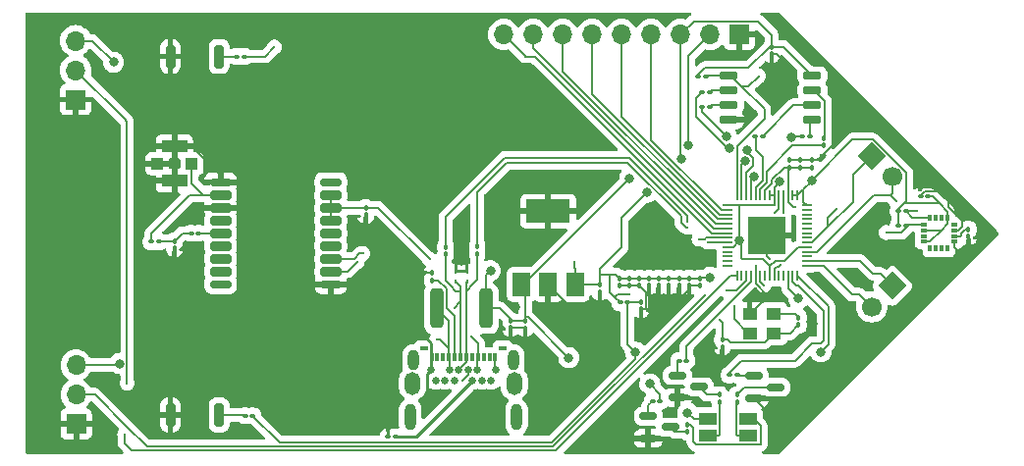
<source format=gbr>
%TF.GenerationSoftware,KiCad,Pcbnew,8.0.1*%
%TF.CreationDate,2024-03-30T16:51:40-04:00*%
%TF.ProjectId,pulp,70756c70-2e6b-4696-9361-645f70636258,rev?*%
%TF.SameCoordinates,Original*%
%TF.FileFunction,Copper,L1,Top*%
%TF.FilePolarity,Positive*%
%FSLAX46Y46*%
G04 Gerber Fmt 4.6, Leading zero omitted, Abs format (unit mm)*
G04 Created by KiCad (PCBNEW 8.0.1) date 2024-03-30 16:51:40*
%MOMM*%
%LPD*%
G01*
G04 APERTURE LIST*
G04 Aperture macros list*
%AMRoundRect*
0 Rectangle with rounded corners*
0 $1 Rounding radius*
0 $2 $3 $4 $5 $6 $7 $8 $9 X,Y pos of 4 corners*
0 Add a 4 corners polygon primitive as box body*
4,1,4,$2,$3,$4,$5,$6,$7,$8,$9,$2,$3,0*
0 Add four circle primitives for the rounded corners*
1,1,$1+$1,$2,$3*
1,1,$1+$1,$4,$5*
1,1,$1+$1,$6,$7*
1,1,$1+$1,$8,$9*
0 Add four rect primitives between the rounded corners*
20,1,$1+$1,$2,$3,$4,$5,0*
20,1,$1+$1,$4,$5,$6,$7,0*
20,1,$1+$1,$6,$7,$8,$9,0*
20,1,$1+$1,$8,$9,$2,$3,0*%
%AMHorizOval*
0 Thick line with rounded ends*
0 $1 width*
0 $2 $3 position (X,Y) of the first rounded end (center of the circle)*
0 $4 $5 position (X,Y) of the second rounded end (center of the circle)*
0 Add line between two ends*
20,1,$1,$2,$3,$4,$5,0*
0 Add two circle primitives to create the rounded ends*
1,1,$1,$2,$3*
1,1,$1,$4,$5*%
%AMRotRect*
0 Rectangle, with rotation*
0 The origin of the aperture is its center*
0 $1 length*
0 $2 width*
0 $3 Rotation angle, in degrees counterclockwise*
0 Add horizontal line*
21,1,$1,$2,0,0,$3*%
G04 Aperture macros list end*
%TA.AperFunction,SMDPad,CuDef*%
%ADD10RoundRect,0.100000X-0.100000X0.130000X-0.100000X-0.130000X0.100000X-0.130000X0.100000X0.130000X0*%
%TD*%
%TA.AperFunction,SMDPad,CuDef*%
%ADD11RoundRect,0.250000X0.312500X1.450000X-0.312500X1.450000X-0.312500X-1.450000X0.312500X-1.450000X0*%
%TD*%
%TA.AperFunction,SMDPad,CuDef*%
%ADD12RoundRect,0.100000X0.130000X0.100000X-0.130000X0.100000X-0.130000X-0.100000X0.130000X-0.100000X0*%
%TD*%
%TA.AperFunction,ComponentPad*%
%ADD13O,1.700000X1.700000*%
%TD*%
%TA.AperFunction,ComponentPad*%
%ADD14R,1.700000X1.700000*%
%TD*%
%TA.AperFunction,SMDPad,CuDef*%
%ADD15RoundRect,0.100000X0.100000X-0.130000X0.100000X0.130000X-0.100000X0.130000X-0.100000X-0.130000X0*%
%TD*%
%TA.AperFunction,SMDPad,CuDef*%
%ADD16RoundRect,0.062500X0.062500X-0.117500X0.062500X0.117500X-0.062500X0.117500X-0.062500X-0.117500X0*%
%TD*%
%TA.AperFunction,SMDPad,CuDef*%
%ADD17R,3.200000X3.200000*%
%TD*%
%TA.AperFunction,SMDPad,CuDef*%
%ADD18RoundRect,0.050000X-0.050000X-0.387500X0.050000X-0.387500X0.050000X0.387500X-0.050000X0.387500X0*%
%TD*%
%TA.AperFunction,SMDPad,CuDef*%
%ADD19RoundRect,0.050000X-0.387500X-0.050000X0.387500X-0.050000X0.387500X0.050000X-0.387500X0.050000X0*%
%TD*%
%TA.AperFunction,SMDPad,CuDef*%
%ADD20R,1.300000X1.100000*%
%TD*%
%TA.AperFunction,SMDPad,CuDef*%
%ADD21R,1.500000X1.000000*%
%TD*%
%TA.AperFunction,SMDPad,CuDef*%
%ADD22RoundRect,0.100000X-0.130000X-0.100000X0.130000X-0.100000X0.130000X0.100000X-0.130000X0.100000X0*%
%TD*%
%TA.AperFunction,SMDPad,CuDef*%
%ADD23R,2.200000X1.050000*%
%TD*%
%TA.AperFunction,SMDPad,CuDef*%
%ADD24R,1.000000X1.000000*%
%TD*%
%TA.AperFunction,SMDPad,CuDef*%
%ADD25RoundRect,0.200000X-0.200000X-0.800000X0.200000X-0.800000X0.200000X0.800000X-0.200000X0.800000X0*%
%TD*%
%TA.AperFunction,SMDPad,CuDef*%
%ADD26RoundRect,0.150000X-0.587500X-0.150000X0.587500X-0.150000X0.587500X0.150000X-0.587500X0.150000X0*%
%TD*%
%TA.AperFunction,SMDPad,CuDef*%
%ADD27RoundRect,0.150000X-0.650000X-0.150000X0.650000X-0.150000X0.650000X0.150000X-0.650000X0.150000X0*%
%TD*%
%TA.AperFunction,SMDPad,CuDef*%
%ADD28R,1.500000X2.000000*%
%TD*%
%TA.AperFunction,SMDPad,CuDef*%
%ADD29R,3.800000X2.000000*%
%TD*%
%TA.AperFunction,ComponentPad*%
%ADD30HorizOval,1.700000X0.000000X0.000000X0.000000X0.000000X0*%
%TD*%
%TA.AperFunction,ComponentPad*%
%ADD31RotRect,1.700000X1.700000X45.000000*%
%TD*%
%TA.AperFunction,SMDPad,CuDef*%
%ADD32RoundRect,0.175000X0.725000X0.175000X-0.725000X0.175000X-0.725000X-0.175000X0.725000X-0.175000X0*%
%TD*%
%TA.AperFunction,SMDPad,CuDef*%
%ADD33RoundRect,0.200000X0.700000X0.200000X-0.700000X0.200000X-0.700000X-0.200000X0.700000X-0.200000X0*%
%TD*%
%TA.AperFunction,ComponentPad*%
%ADD34O,0.950000X2.280000*%
%TD*%
%TA.AperFunction,ComponentPad*%
%ADD35O,1.330000X1.980000*%
%TD*%
%TA.AperFunction,ComponentPad*%
%ADD36O,0.950000X1.800000*%
%TD*%
%TA.AperFunction,SMDPad,CuDef*%
%ADD37R,0.700000X0.350000*%
%TD*%
%TA.AperFunction,ComponentPad*%
%ADD38C,0.650000*%
%TD*%
%TA.AperFunction,SMDPad,CuDef*%
%ADD39R,0.300000X0.700000*%
%TD*%
%TA.AperFunction,ComponentPad*%
%ADD40RotRect,1.700000X1.700000X315.000000*%
%TD*%
%TA.AperFunction,ComponentPad*%
%ADD41HorizOval,1.700000X0.000000X0.000000X0.000000X0.000000X0*%
%TD*%
%TA.AperFunction,SMDPad,CuDef*%
%ADD42R,0.300000X0.550000*%
%TD*%
%TA.AperFunction,SMDPad,CuDef*%
%ADD43R,0.550000X0.300000*%
%TD*%
%TA.AperFunction,ViaPad*%
%ADD44C,0.300000*%
%TD*%
%TA.AperFunction,ViaPad*%
%ADD45C,0.800000*%
%TD*%
%TA.AperFunction,Conductor*%
%ADD46C,0.180000*%
%TD*%
%TA.AperFunction,Conductor*%
%ADD47C,0.150000*%
%TD*%
%TA.AperFunction,Conductor*%
%ADD48C,0.250000*%
%TD*%
G04 APERTURE END LIST*
D10*
%TO.P,C7,2*%
%TO.N,GND*%
X82560000Y-68135000D03*
%TO.P,C7,1*%
%TO.N,3V3*%
X82560000Y-67495000D03*
%TD*%
D11*
%TO.P,D4,2,A*%
%TO.N,Net-(D4-A)*%
X68492500Y-69550000D03*
%TO.P,D4,1,K*%
%TO.N,5V*%
X72767500Y-69550000D03*
%TD*%
D12*
%TO.P,R21,2*%
%TO.N,Net-(Q1-G)*%
X89405000Y-74050000D03*
%TO.P,R21,1*%
%TO.N,/LED_R*%
X90045000Y-74050000D03*
%TD*%
D10*
%TO.P,C15,2*%
%TO.N,GND*%
X86130000Y-69620000D03*
%TO.P,C15,1*%
%TO.N,/~{RST}*%
X86130000Y-68980000D03*
%TD*%
D12*
%TO.P,R13,2*%
%TO.N,Net-(U2-QSPI_SD1)*%
X91384000Y-50858000D03*
%TO.P,R13,1*%
%TO.N,/Q1*%
X92024000Y-50858000D03*
%TD*%
D13*
%TO.P,J5,3,Pin_3*%
%TO.N,5V*%
X37375000Y-46445000D03*
%TO.P,J5,2,Pin_2*%
%TO.N,PWM_LEFT*%
X37375000Y-48985000D03*
D14*
%TO.P,J5,1,Pin_1*%
%TO.N,GND*%
X37375000Y-51525000D03*
%TD*%
D10*
%TO.P,C21,2*%
%TO.N,GND*%
X89392600Y-67586400D03*
%TO.P,C21,1*%
%TO.N,3V3*%
X89392600Y-66946400D03*
%TD*%
D12*
%TO.P,R2,2*%
%TO.N,3V3*%
X108310000Y-61145000D03*
%TO.P,R2,1*%
%TO.N,I2C_SDA 0*%
X108950000Y-61145000D03*
%TD*%
D10*
%TO.P,C28,2*%
%TO.N,GND*%
X90281600Y-67586400D03*
%TO.P,C28,1*%
%TO.N,3V3*%
X90281600Y-66946400D03*
%TD*%
%TO.P,R20,2*%
%TO.N,Net-(D3-RK)*%
X92880000Y-77620000D03*
%TO.P,R20,1*%
%TO.N,Net-(Q1-D)*%
X92880000Y-76980000D03*
%TD*%
%TO.P,C20,2*%
%TO.N,GND*%
X84287200Y-67586000D03*
%TO.P,C20,1*%
%TO.N,3V3*%
X84287200Y-66946000D03*
%TD*%
D13*
%TO.P,J6,9,Pin_9*%
%TO.N,/GP5*%
X74285000Y-45905000D03*
%TO.P,J6,8,Pin_8*%
%TO.N,/GP4*%
X76825000Y-45905000D03*
%TO.P,J6,7,Pin_7*%
%TO.N,/GP3*%
X79365000Y-45905000D03*
%TO.P,J6,6,Pin_6*%
%TO.N,/GP2*%
X81905000Y-45905000D03*
%TO.P,J6,5,Pin_5*%
%TO.N,/GP1*%
X84445000Y-45905000D03*
%TO.P,J6,4,Pin_4*%
%TO.N,/GP0*%
X86985000Y-45905000D03*
%TO.P,J6,3,Pin_3*%
%TO.N,3V3*%
X89525000Y-45905000D03*
%TO.P,J6,2,Pin_2*%
%TO.N,5V*%
X92065000Y-45905000D03*
D14*
%TO.P,J6,1,Pin_1*%
%TO.N,GND*%
X94605000Y-45905000D03*
%TD*%
D15*
%TO.P,C19,2*%
%TO.N,GND*%
X100880000Y-56730000D03*
%TO.P,C19,1*%
%TO.N,/RP2040/1V1*%
X100880000Y-57370000D03*
%TD*%
D10*
%TO.P,C3,2*%
%TO.N,GND*%
X62380000Y-61490000D03*
%TO.P,C3,1*%
%TO.N,3V3*%
X62380000Y-60850000D03*
%TD*%
D15*
%TO.P,R10,2*%
%TO.N,Net-(X2-EN)*%
X99705000Y-70350000D03*
%TO.P,R10,1*%
%TO.N,3V3*%
X99705000Y-70990000D03*
%TD*%
D10*
%TO.P,C25,2*%
%TO.N,GND*%
X86801800Y-67586000D03*
%TO.P,C25,1*%
%TO.N,3V3*%
X86801800Y-66946000D03*
%TD*%
D15*
%TO.P,R5,2*%
%TO.N,GND*%
X68130000Y-66480000D03*
%TO.P,R5,1*%
%TO.N,Net-(J7-CC1)*%
X68130000Y-67120000D03*
%TD*%
D13*
%TO.P,J4,3,Pin_3*%
%TO.N,5V*%
X37405000Y-74445000D03*
%TO.P,J4,2,Pin_2*%
%TO.N,PWM_RIGHT*%
X37405000Y-76985000D03*
D14*
%TO.P,J4,1,Pin_1*%
%TO.N,GND*%
X37405000Y-79525000D03*
%TD*%
D12*
%TO.P,R1,2*%
%TO.N,3V3*%
X108310000Y-62415000D03*
%TO.P,R1,1*%
%TO.N,I2C_SCL 0*%
X108950000Y-62415000D03*
%TD*%
D10*
%TO.P,C24,2*%
%TO.N,GND*%
X85963600Y-67586400D03*
%TO.P,C24,1*%
%TO.N,3V3*%
X85963600Y-66946400D03*
%TD*%
D16*
%TO.P,D1,2,A2*%
%TO.N,/USB_D+*%
X70130000Y-67220000D03*
%TO.P,D1,1,A1*%
%TO.N,GND*%
X70130000Y-66380000D03*
%TD*%
D15*
%TO.P,C8,2*%
%TO.N,3V3*%
X97380000Y-46980000D03*
%TO.P,C8,1*%
%TO.N,GND*%
X97380000Y-47620000D03*
%TD*%
D12*
%TO.P,R16,2*%
%TO.N,Net-(U2-QSPI_SCLK)*%
X95956000Y-54668000D03*
%TO.P,R16,1*%
%TO.N,/Q_SCLK*%
X96596000Y-54668000D03*
%TD*%
D17*
%TO.P,U2,57,GND*%
%TO.N,GND*%
X97000000Y-63250000D03*
D18*
%TO.P,U2,56,QSPI_SS*%
%TO.N,/Q_SS*%
X94400000Y-59812500D03*
%TO.P,U2,55,QSPI_SD1*%
%TO.N,Net-(U2-QSPI_SD1)*%
X94800000Y-59812500D03*
%TO.P,U2,54,QSPI_SD2*%
%TO.N,Net-(U2-QSPI_SD2)*%
X95200000Y-59812500D03*
%TO.P,U2,53,QSPI_SD0*%
%TO.N,Net-(U2-QSPI_SD0)*%
X95600000Y-59812500D03*
%TO.P,U2,52,QSPI_SCLK*%
%TO.N,Net-(U2-QSPI_SCLK)*%
X96000000Y-59812500D03*
%TO.P,U2,51,QSPI_SD3*%
%TO.N,Net-(U2-QSPI_SD3)*%
X96400000Y-59812500D03*
%TO.P,U2,50,DVDD*%
%TO.N,/RP2040/1V1*%
X96800000Y-59812500D03*
%TO.P,U2,49,IOVDD*%
%TO.N,3V3*%
X97200000Y-59812500D03*
%TO.P,U2,48,USB_VDD*%
X97600000Y-59812500D03*
%TO.P,U2,47,USB_DP*%
%TO.N,Net-(U2-USB_DP)*%
X98000000Y-59812500D03*
%TO.P,U2,46,USB_DM*%
%TO.N,Net-(U2-USB_DM)*%
X98400000Y-59812500D03*
%TO.P,U2,45,VREG_VOUT*%
%TO.N,/RP2040/1V1*%
X98800000Y-59812500D03*
%TO.P,U2,44,VREG_IN*%
%TO.N,3V3*%
X99200000Y-59812500D03*
%TO.P,U2,43,ADC_AVDD*%
X99600000Y-59812500D03*
D19*
%TO.P,U2,42,IOVDD*%
X100437500Y-60650000D03*
%TO.P,U2,41,GPIO29_ADC3*%
%TO.N,unconnected-(U2-GPIO29_ADC3-Pad41)*%
X100437500Y-61050000D03*
%TO.P,U2,40,GPIO28_ADC2*%
%TO.N,unconnected-(U2-GPIO28_ADC2-Pad40)*%
X100437500Y-61450000D03*
%TO.P,U2,39,GPIO27_ADC1*%
%TO.N,unconnected-(U2-GPIO27_ADC1-Pad39)*%
X100437500Y-61850000D03*
%TO.P,U2,38,GPIO26_ADC0*%
%TO.N,unconnected-(U2-GPIO26_ADC0-Pad38)*%
X100437500Y-62250000D03*
%TO.P,U2,37,GPIO25*%
%TO.N,unconnected-(U2-GPIO25-Pad37)*%
X100437500Y-62650000D03*
%TO.P,U2,36,GPIO24*%
%TO.N,unconnected-(U2-GPIO24-Pad36)*%
X100437500Y-63050000D03*
%TO.P,U2,35,GPIO23*%
%TO.N,unconnected-(U2-GPIO23-Pad35)*%
X100437500Y-63450000D03*
%TO.P,U2,34,GPIO22*%
%TO.N,I2C_SCL 0*%
X100437500Y-63850000D03*
%TO.P,U2,33,IOVDD*%
%TO.N,3V3*%
X100437500Y-64250000D03*
%TO.P,U2,32,GPIO21*%
%TO.N,I2C_SDA 0*%
X100437500Y-64650000D03*
%TO.P,U2,31,GPIO20*%
%TO.N,unconnected-(U2-GPIO20-Pad31)*%
X100437500Y-65050000D03*
%TO.P,U2,30,GPIO19*%
%TO.N,I2C_SCL 1*%
X100437500Y-65450000D03*
%TO.P,U2,29,GPIO18*%
%TO.N,I2C_SDA 1*%
X100437500Y-65850000D03*
D18*
%TO.P,U2,28,GPIO17*%
%TO.N,/LED_B*%
X99600000Y-66687500D03*
%TO.P,U2,27,GPIO16*%
%TO.N,/LED_G*%
X99200000Y-66687500D03*
%TO.P,U2,26,RUN*%
%TO.N,/~{RST}*%
X98800000Y-66687500D03*
%TO.P,U2,25,SWD*%
%TO.N,unconnected-(U2-SWD-Pad25)*%
X98400000Y-66687500D03*
%TO.P,U2,24,SWCLK*%
%TO.N,unconnected-(U2-SWCLK-Pad24)*%
X98000000Y-66687500D03*
%TO.P,U2,23,DVDD*%
%TO.N,/RP2040/1V1*%
X97600000Y-66687500D03*
%TO.P,U2,22,IOVDD*%
%TO.N,3V3*%
X97200000Y-66687500D03*
%TO.P,U2,21,XOUT*%
%TO.N,unconnected-(U2-XOUT-Pad21)*%
X96800000Y-66687500D03*
%TO.P,U2,20,XIN*%
%TO.N,Net-(U2-XIN)*%
X96400000Y-66687500D03*
%TO.P,U2,19,TESTEN*%
%TO.N,GND*%
X96000000Y-66687500D03*
%TO.P,U2,18,GPIO15*%
%TO.N,/LED_R*%
X95600000Y-66687500D03*
%TO.P,U2,17,GPIO14*%
%TO.N,PWM_RIGHT*%
X95200000Y-66687500D03*
%TO.P,U2,16,GPIO13*%
%TO.N,unconnected-(U2-GPIO13-Pad16)*%
X94800000Y-66687500D03*
%TO.P,U2,15,GPIO12*%
%TO.N,PWM_LEFT*%
X94400000Y-66687500D03*
D19*
%TO.P,U2,14,GPIO11*%
%TO.N,unconnected-(U2-GPIO11-Pad14)*%
X93562500Y-65850000D03*
%TO.P,U2,13,GPIO10*%
%TO.N,unconnected-(U2-GPIO10-Pad13)*%
X93562500Y-65450000D03*
%TO.P,U2,12,GPIO9*%
%TO.N,unconnected-(U2-GPIO9-Pad12)*%
X93562500Y-65050000D03*
%TO.P,U2,11,GPIO8*%
%TO.N,unconnected-(U2-GPIO8-Pad11)*%
X93562500Y-64650000D03*
%TO.P,U2,10,IOVDD*%
%TO.N,3V3*%
X93562500Y-64250000D03*
%TO.P,U2,9,GPIO7*%
%TO.N,/MAX_8C GNSS/RXD*%
X93562500Y-63850000D03*
%TO.P,U2,8,GPIO6*%
%TO.N,/MAX_8C GNSS/TXD*%
X93562500Y-63450000D03*
%TO.P,U2,7,GPIO5*%
%TO.N,/GP5*%
X93562500Y-63050000D03*
%TO.P,U2,6,GPIO4*%
%TO.N,/GP4*%
X93562500Y-62650000D03*
%TO.P,U2,5,GPIO3*%
%TO.N,/GP3*%
X93562500Y-62250000D03*
%TO.P,U2,4,GPIO2*%
%TO.N,/GP2*%
X93562500Y-61850000D03*
%TO.P,U2,3,GPIO1*%
%TO.N,/GP1*%
X93562500Y-61450000D03*
%TO.P,U2,2,GPIO0*%
%TO.N,/GP0*%
X93562500Y-61050000D03*
%TO.P,U2,1,IOVDD*%
%TO.N,3V3*%
X93562500Y-60650000D03*
%TD*%
D16*
%TO.P,D2,2,A2*%
%TO.N,/USB_D-*%
X71130000Y-67220000D03*
%TO.P,D2,1,A1*%
%TO.N,GND*%
X71130000Y-66380000D03*
%TD*%
D12*
%TO.P,L1,2,2*%
%TO.N,Net-(J1-In)*%
X43880000Y-63800000D03*
%TO.P,L1,1,1*%
%TO.N,Net-(C4-Pad1)*%
X44520000Y-63800000D03*
%TD*%
D15*
%TO.P,R17,2*%
%TO.N,Net-(U2-USB_DP)*%
X69250000Y-64230000D03*
%TO.P,R17,1*%
%TO.N,/USB_D+*%
X69250000Y-64870000D03*
%TD*%
D20*
%TO.P,X2,4,Vdd*%
%TO.N,3V3*%
X97580000Y-71685000D03*
%TO.P,X2,3,OUT*%
%TO.N,Net-(U2-XIN)*%
X95480000Y-71685000D03*
%TO.P,X2,2,GND*%
%TO.N,GND*%
X95480000Y-70035000D03*
%TO.P,X2,1,EN*%
%TO.N,Net-(X2-EN)*%
X97580000Y-70035000D03*
%TD*%
D10*
%TO.P,C16,2*%
%TO.N,GND*%
X93130000Y-72870000D03*
%TO.P,C16,1*%
%TO.N,3V3*%
X93130000Y-72230000D03*
%TD*%
D21*
%TO.P,D3,4,BK*%
%TO.N,Net-(D3-BK)*%
X95380000Y-79100000D03*
%TO.P,D3,3,GK*%
%TO.N,Net-(D3-GK)*%
X95380000Y-80500000D03*
%TO.P,D3,2,RK*%
%TO.N,Net-(D3-RK)*%
X91880000Y-80500000D03*
%TO.P,D3,1,A*%
%TO.N,5V*%
X91880000Y-79100000D03*
%TD*%
D10*
%TO.P,C6,2*%
%TO.N,GND*%
X76130000Y-71275000D03*
%TO.P,C6,1*%
%TO.N,5V*%
X76130000Y-70635000D03*
%TD*%
%TO.P,C22,2*%
%TO.N,GND*%
X88503600Y-67586400D03*
%TO.P,C22,1*%
%TO.N,3V3*%
X88503600Y-66946400D03*
%TD*%
%TO.P,R19,2*%
%TO.N,Net-(D3-GK)*%
X94390000Y-77640000D03*
%TO.P,R19,1*%
%TO.N,Net-(Q2-D)*%
X94390000Y-77000000D03*
%TD*%
D12*
%TO.P,C1,2*%
%TO.N,GND*%
X110215000Y-59875000D03*
%TO.P,C1,1*%
%TO.N,3V3*%
X110855000Y-59875000D03*
%TD*%
D10*
%TO.P,C26,2*%
%TO.N,GND*%
X85125400Y-67586000D03*
%TO.P,C26,1*%
%TO.N,3V3*%
X85125400Y-66946000D03*
%TD*%
%TO.P,C4,2*%
%TO.N,GND*%
X45880000Y-64370000D03*
%TO.P,C4,1*%
%TO.N,Net-(C4-Pad1)*%
X45880000Y-63730000D03*
%TD*%
D22*
%TO.P,R22,2*%
%TO.N,Net-(Q2-G)*%
X94380000Y-75300000D03*
%TO.P,R22,1*%
%TO.N,/LED_G*%
X93740000Y-75300000D03*
%TD*%
D12*
%TO.P,R6,2*%
%TO.N,3V3*%
X91060000Y-49550000D03*
%TO.P,R6,1*%
%TO.N,/Q_SS*%
X91700000Y-49550000D03*
%TD*%
D23*
%TO.P,J1,2,Ext*%
%TO.N,GND*%
X45880000Y-55575000D03*
D24*
X44380000Y-57050000D03*
D23*
X45880000Y-58525000D03*
D24*
%TO.P,J1,1,In*%
%TO.N,Net-(J1-In)*%
X47380000Y-57050000D03*
%TD*%
D25*
%TO.P,SW1,2,2*%
%TO.N,Net-(R8-Pad1)*%
X49730000Y-47800000D03*
%TO.P,SW1,1,1*%
%TO.N,GND*%
X45530000Y-47800000D03*
%TD*%
D22*
%TO.P,R7,2*%
%TO.N,/~{RST}*%
X52605000Y-78800000D03*
%TO.P,R7,1*%
%TO.N,Net-(R7-Pad1)*%
X51965000Y-78800000D03*
%TD*%
D12*
%TO.P,R12,2*%
%TO.N,Net-(U2-QSPI_SD0)*%
X100020000Y-54668000D03*
%TO.P,R12,1*%
%TO.N,/Q0*%
X100660000Y-54668000D03*
%TD*%
D26*
%TO.P,Q2,3,D*%
%TO.N,Net-(Q2-D)*%
X97755000Y-76350000D03*
%TO.P,Q2,2,S*%
%TO.N,GND*%
X95880000Y-77300000D03*
%TO.P,Q2,1,G*%
%TO.N,Net-(Q2-G)*%
X95880000Y-75400000D03*
%TD*%
D12*
%TO.P,R23,2*%
%TO.N,Net-(Q3-G)*%
X87130000Y-77550000D03*
%TO.P,R23,1*%
%TO.N,/LED_B*%
X87770000Y-77550000D03*
%TD*%
D27*
%TO.P,U5,8,VCC*%
%TO.N,3V3*%
X100892000Y-49461000D03*
%TO.P,U5,7,IO3*%
%TO.N,/Q3*%
X100892000Y-50731000D03*
%TO.P,U5,6,CLK*%
%TO.N,/Q_SCLK*%
X100892000Y-52001000D03*
%TO.P,U5,5,DI(IO0)*%
%TO.N,/Q0*%
X100892000Y-53271000D03*
%TO.P,U5,4,GND*%
%TO.N,GND*%
X93692000Y-53271000D03*
%TO.P,U5,3,IO2*%
%TO.N,/Q2*%
X93692000Y-52001000D03*
%TO.P,U5,2,DO(IO1)*%
%TO.N,/Q1*%
X93692000Y-50731000D03*
%TO.P,U5,1,~{CS}*%
%TO.N,/Q_SS*%
X93692000Y-49461000D03*
%TD*%
D15*
%TO.P,C2,2*%
%TO.N,Net-(U1-C1)*%
X114345000Y-62730000D03*
%TO.P,C2,1*%
%TO.N,GND*%
X114345000Y-63370000D03*
%TD*%
D28*
%TO.P,U4,3,VO*%
%TO.N,3V3*%
X80415000Y-67470000D03*
D29*
%TO.P,U4,2,GND*%
%TO.N,GND*%
X78115000Y-61170000D03*
D28*
X78115000Y-67470000D03*
%TO.P,U4,1,VI*%
%TO.N,5V*%
X75815000Y-67470000D03*
%TD*%
D12*
%TO.P,R4,1*%
%TO.N,Net-(J7-CC2)*%
X64950000Y-80600000D03*
%TO.P,R4,2*%
%TO.N,GND*%
X64310000Y-80600000D03*
%TD*%
%TO.P,R3,2*%
%TO.N,Net-(C4-Pad1)*%
X47310000Y-63050000D03*
%TO.P,R3,1*%
%TO.N,Net-(U3-VCC_RF)*%
X47950000Y-63050000D03*
%TD*%
D26*
%TO.P,Q3,3,D*%
%TO.N,Net-(Q3-D)*%
X88630000Y-79800000D03*
%TO.P,Q3,2,S*%
%TO.N,GND*%
X86755000Y-80750000D03*
%TO.P,Q3,1,G*%
%TO.N,Net-(Q3-G)*%
X86755000Y-78850000D03*
%TD*%
D15*
%TO.P,C17,2*%
%TO.N,GND*%
X98880000Y-56730000D03*
%TO.P,C17,1*%
%TO.N,/RP2040/1V1*%
X98880000Y-57370000D03*
%TD*%
D22*
%TO.P,R8,2*%
%TO.N,/Q_SS*%
X51880000Y-47800000D03*
%TO.P,R8,1*%
%TO.N,Net-(R8-Pad1)*%
X51240000Y-47800000D03*
%TD*%
D10*
%TO.P,C5,2*%
%TO.N,GND*%
X74860000Y-71245000D03*
%TO.P,C5,1*%
%TO.N,5V*%
X74860000Y-70605000D03*
%TD*%
D26*
%TO.P,Q1,3,D*%
%TO.N,Net-(Q1-D)*%
X91130000Y-76300000D03*
%TO.P,Q1,2,S*%
%TO.N,GND*%
X89255000Y-77250000D03*
%TO.P,Q1,1,G*%
%TO.N,Net-(Q1-G)*%
X89255000Y-75350000D03*
%TD*%
D10*
%TO.P,R15,2*%
%TO.N,Net-(U2-QSPI_SD3)*%
X101864000Y-55496000D03*
%TO.P,R15,1*%
%TO.N,/Q3*%
X101864000Y-54856000D03*
%TD*%
%TO.P,R18,2*%
%TO.N,/USB_D-*%
X72000000Y-64820000D03*
%TO.P,R18,1*%
%TO.N,Net-(U2-USB_DM)*%
X72000000Y-64180000D03*
%TD*%
D15*
%TO.P,C18,2*%
%TO.N,GND*%
X99880000Y-56730000D03*
%TO.P,C18,1*%
%TO.N,/RP2040/1V1*%
X99880000Y-57370000D03*
%TD*%
D25*
%TO.P,SW2,2,2*%
%TO.N,Net-(R7-Pad1)*%
X49730000Y-78750000D03*
%TO.P,SW2,1,1*%
%TO.N,GND*%
X45530000Y-78750000D03*
%TD*%
D10*
%TO.P,C23,2*%
%TO.N,GND*%
X87614600Y-67586400D03*
%TO.P,C23,1*%
%TO.N,3V3*%
X87614600Y-66946400D03*
%TD*%
D30*
%TO.P,J3,2,Pin_2*%
%TO.N,I2C_SDA 0*%
X107800898Y-58188082D03*
D31*
%TO.P,J3,1,Pin_1*%
%TO.N,I2C_SCL 0*%
X106004847Y-56392031D03*
%TD*%
D32*
%TO.P,U3,18,~{SAFEBOOT}*%
%TO.N,unconnected-(U3-~{SAFEBOOT}-Pad18)*%
X49870000Y-67450000D03*
D33*
%TO.P,U3,17,SCL*%
%TO.N,unconnected-(U3-SCL-Pad17)*%
X49870000Y-66350000D03*
%TO.P,U3,16,SDA*%
%TO.N,unconnected-(U3-SDA-Pad16)*%
X49870000Y-65250000D03*
%TO.P,U3,15,Reserved*%
%TO.N,unconnected-(U3-Reserved-Pad15)*%
X49870000Y-64150000D03*
%TO.P,U3,14,VCC_RF*%
%TO.N,Net-(U3-VCC_RF)*%
X49870000Y-63050000D03*
%TO.P,U3,13,LNA_EN*%
%TO.N,unconnected-(U3-LNA_EN-Pad13)*%
X49870000Y-61950000D03*
%TO.P,U3,12,GND*%
%TO.N,GND*%
X49870000Y-60850000D03*
%TO.P,U3,11,RF_IN*%
%TO.N,Net-(J1-In)*%
X49870000Y-59750000D03*
D32*
%TO.P,U3,10,GND*%
%TO.N,GND*%
X49870000Y-58650000D03*
%TO.P,U3,9,~{RESET}*%
%TO.N,unconnected-(U3-~{RESET}-Pad9)*%
X59370000Y-58650000D03*
D33*
%TO.P,U3,8,VCC*%
%TO.N,3V3*%
X59370000Y-59750000D03*
%TO.P,U3,7,VCC_IO*%
X59370000Y-60850000D03*
%TO.P,U3,6,V_BCKP*%
X59370000Y-61950000D03*
%TO.P,U3,5,EXTINT*%
%TO.N,unconnected-(U3-EXTINT-Pad5)*%
X59370000Y-63050000D03*
%TO.P,U3,4,TIMEPULSE*%
%TO.N,unconnected-(U3-TIMEPULSE-Pad4)*%
X59370000Y-64150000D03*
%TO.P,U3,3,RXD*%
%TO.N,/MAX_8C GNSS/RXD*%
X59370000Y-65250000D03*
%TO.P,U3,2,TXD*%
%TO.N,/MAX_8C GNSS/TXD*%
X59370000Y-66350000D03*
D32*
%TO.P,U3,1,GND*%
%TO.N,GND*%
X59370000Y-67450000D03*
%TD*%
D12*
%TO.P,R14,2*%
%TO.N,Net-(U2-QSPI_SD2)*%
X91384000Y-52128000D03*
%TO.P,R14,1*%
%TO.N,/Q2*%
X92024000Y-52128000D03*
%TD*%
D34*
%TO.P,J7,S1,SHIELD*%
%TO.N,unconnected-(J7-SHIELD-PadS1)_5*%
X75375000Y-78910000D03*
D35*
%TO.N,unconnected-(J7-SHIELD-PadS1)_0*%
X75190000Y-76000000D03*
D36*
%TO.N,unconnected-(J7-SHIELD-PadS1)_2*%
X75095000Y-74020000D03*
D37*
%TO.N,unconnected-(J7-SHIELD-PadS1)_6*%
X74175000Y-72955000D03*
%TO.N,unconnected-(J7-SHIELD-PadS1)_3*%
X67425000Y-72955000D03*
D36*
%TO.N,unconnected-(J7-SHIELD-PadS1)*%
X66505000Y-74020000D03*
D35*
%TO.N,unconnected-(J7-SHIELD-PadS1)_4*%
X66410000Y-76000000D03*
D34*
%TO.N,unconnected-(J7-SHIELD-PadS1)_1*%
X66225000Y-78910000D03*
D38*
%TO.P,J7,B12,GND*%
%TO.N,GND*%
X68000000Y-74850000D03*
%TO.P,J7,B11,RX1+*%
%TO.N,unconnected-(J7-RX1+-PadB11)*%
X68400000Y-75750000D03*
%TO.P,J7,B10,RX1-*%
%TO.N,unconnected-(J7-RX1--PadB10)*%
X69200000Y-75750000D03*
%TO.P,J7,B9,VBUS*%
%TO.N,Net-(D4-A)*%
X69600000Y-74850000D03*
%TO.P,J7,B8,SBU2*%
%TO.N,unconnected-(J7-SBU2-PadB8)*%
X70000000Y-75750000D03*
%TO.P,J7,B7,D-*%
%TO.N,/USB_D-*%
X70400000Y-74850000D03*
%TO.P,J7,B6,D+*%
%TO.N,/USB_D+*%
X71200000Y-74850000D03*
%TO.P,J7,B5,CC2*%
%TO.N,Net-(J7-CC2)*%
X71600000Y-75750000D03*
%TO.P,J7,B4,VBUS*%
%TO.N,Net-(D4-A)*%
X72000000Y-74850000D03*
%TO.P,J7,B3,TX2-*%
%TO.N,unconnected-(J7-TX2--PadB3)*%
X72400000Y-75750000D03*
%TO.P,J7,B2,TX2+*%
%TO.N,unconnected-(J7-TX2+-PadB2)*%
X73200000Y-75750000D03*
%TO.P,J7,B1,GND*%
%TO.N,GND*%
X73600000Y-74850000D03*
D39*
%TO.P,J7,A12,GND*%
X73550000Y-73740000D03*
%TO.P,J7,A11,RX2+*%
%TO.N,unconnected-(J7-RX2+-PadA11)*%
X73050000Y-73740000D03*
%TO.P,J7,A10,RX2-*%
%TO.N,unconnected-(J7-RX2--PadA10)*%
X72550000Y-73740000D03*
%TO.P,J7,A9,VBUS*%
%TO.N,Net-(D4-A)*%
X72050000Y-73740000D03*
%TO.P,J7,A8,SBU1*%
%TO.N,unconnected-(J7-SBU1-PadA8)*%
X71550000Y-73740000D03*
%TO.P,J7,A7,D-*%
%TO.N,/USB_D-*%
X71050000Y-73740000D03*
%TO.P,J7,A6,D+*%
%TO.N,/USB_D+*%
X70550000Y-73740000D03*
%TO.P,J7,A5,CC1*%
%TO.N,Net-(J7-CC1)*%
X70050000Y-73740000D03*
%TO.P,J7,A4,VBUS*%
%TO.N,Net-(D4-A)*%
X69550000Y-73740000D03*
%TO.P,J7,A3,TX1-*%
%TO.N,unconnected-(J7-TX1--PadA3)*%
X69050000Y-73740000D03*
%TO.P,J7,A2,TX1+*%
%TO.N,unconnected-(J7-TX1+-PadA2)*%
X68550000Y-73740000D03*
%TO.P,J7,A1,GND*%
%TO.N,GND*%
X68050000Y-73740000D03*
%TD*%
D22*
%TO.P,R11,2*%
%TO.N,/~{RST}*%
X84950000Y-69050000D03*
%TO.P,R11,1*%
%TO.N,3V3*%
X84310000Y-69050000D03*
%TD*%
D10*
%TO.P,C27,2*%
%TO.N,GND*%
X91170600Y-67586400D03*
%TO.P,C27,1*%
%TO.N,3V3*%
X91170600Y-66946400D03*
%TD*%
D40*
%TO.P,J2,1,Pin_1*%
%TO.N,I2C_SCL 1*%
X107807969Y-67604847D03*
D41*
%TO.P,J2,2,Pin_2*%
%TO.N,I2C_SDA 1*%
X106011918Y-69400898D03*
%TD*%
D42*
%TO.P,U1,16,SDA*%
%TO.N,I2C_SDA 0*%
X111055000Y-61725000D03*
%TO.P,U1,15,DRDY*%
%TO.N,unconnected-(U1-DRDY-Pad15)*%
X111555000Y-61725000D03*
%TO.P,U1,14,NC@5*%
%TO.N,unconnected-(U1-NC@5-Pad14)*%
X112055000Y-61725000D03*
%TO.P,U1,13,VDDIO*%
%TO.N,3V3*%
X112555000Y-61725000D03*
D43*
%TO.P,U1,12,SETC*%
%TO.N,unconnected-(U1-SETC-Pad12)*%
X113130000Y-62300000D03*
%TO.P,U1,11,GND@2*%
%TO.N,GND*%
X113130000Y-62800000D03*
%TO.P,U1,10,C1*%
%TO.N,Net-(U1-C1)*%
X113130000Y-63300000D03*
%TO.P,U1,9,GND@1*%
%TO.N,GND*%
X113130000Y-63800000D03*
D42*
%TO.P,U1,8,SETP*%
%TO.N,unconnected-(U1-SETP-Pad8)*%
X112555000Y-64375000D03*
%TO.P,U1,7,NC@4*%
%TO.N,unconnected-(U1-NC@4-Pad7)*%
X112055000Y-64375000D03*
%TO.P,U1,6,NC@3*%
%TO.N,unconnected-(U1-NC@3-Pad6)*%
X111555000Y-64375000D03*
%TO.P,U1,5,NC@2*%
%TO.N,unconnected-(U1-NC@2-Pad5)*%
X111055000Y-64375000D03*
D43*
%TO.P,U1,4,S1*%
%TO.N,3V3*%
X110480000Y-63800000D03*
%TO.P,U1,3,NC@1*%
%TO.N,unconnected-(U1-NC@1-Pad3)*%
X110480000Y-63300000D03*
%TO.P,U1,2,VDD*%
%TO.N,3V3*%
X110480000Y-62800000D03*
%TO.P,U1,1,SCL*%
%TO.N,I2C_SCL 0*%
X110480000Y-62300000D03*
%TD*%
D15*
%TO.P,R9,2*%
%TO.N,Net-(D3-BK)*%
X90130000Y-79550000D03*
%TO.P,R9,1*%
%TO.N,Net-(Q3-D)*%
X90130000Y-80190000D03*
%TD*%
D44*
%TO.N,PWM_LEFT*%
X41800000Y-76000000D03*
X41600000Y-80400000D03*
D45*
%TO.N,GND*%
X115800000Y-63200000D03*
X104400000Y-66800000D03*
X63800000Y-78600000D03*
X68000000Y-77400000D03*
X45000000Y-52500000D03*
X47500000Y-52500000D03*
X50000000Y-52500000D03*
X52500000Y-55000000D03*
X55000000Y-55000000D03*
X57500000Y-55000000D03*
X60000000Y-55000000D03*
X62500000Y-55000000D03*
X65000000Y-57500000D03*
X65000000Y-60000000D03*
X60000000Y-70000000D03*
X57500000Y-70000000D03*
X55000000Y-70000000D03*
X52500000Y-70000000D03*
X50000000Y-70000000D03*
X47500000Y-70000000D03*
X45000000Y-67500000D03*
X45000000Y-65000000D03*
X81050000Y-70450000D03*
X65300000Y-70950000D03*
D44*
%TO.N,Net-(U2-XIN)*%
X94150000Y-69350000D03*
X96700000Y-67550000D03*
%TO.N,GND*%
X96000000Y-65850000D03*
X97250000Y-65300000D03*
D45*
X97550000Y-68400000D03*
X112600000Y-59600000D03*
X95800000Y-52750000D03*
X103500000Y-53800000D03*
X39800000Y-75600000D03*
X70800000Y-79200000D03*
X90000000Y-65700000D03*
X84950000Y-65650000D03*
X87250000Y-61800000D03*
X92750000Y-74300000D03*
X70600000Y-62000000D03*
X87550000Y-70600000D03*
X75250000Y-69450000D03*
X75300000Y-58850000D03*
X80150000Y-54450000D03*
X98350000Y-49900000D03*
X108700000Y-64550000D03*
X83800000Y-80250000D03*
X97850000Y-78950000D03*
X100900000Y-70850000D03*
X77550000Y-74450000D03*
X66850000Y-66400000D03*
D44*
X96650000Y-46500000D03*
X98350000Y-48200000D03*
%TO.N,PWM_RIGHT*%
X93500000Y-68000000D03*
X91626740Y-68376741D03*
%TO.N,/USB_D+*%
X70000000Y-69500000D03*
X70750000Y-75750000D03*
%TO.N,I2C_SCL 0*%
X103000000Y-61000000D03*
X107250000Y-63000000D03*
%TO.N,Net-(D4-A)*%
X68500000Y-72250000D03*
X71500000Y-72000000D03*
%TO.N,Net-(U2-USB_DM)*%
X90130000Y-62550000D03*
%TO.N,3V3*%
X80380000Y-65550000D03*
X67880000Y-65300000D03*
X92880000Y-70550000D03*
D45*
X100848000Y-58478000D03*
X89607134Y-56637866D03*
X92085000Y-66860000D03*
X94625000Y-63685000D03*
X98100000Y-58605000D03*
D44*
X85130000Y-68300000D03*
D45*
X86647562Y-59532437D03*
%TO.N,5V*%
X90130000Y-78550000D03*
X41130000Y-74300000D03*
X85130000Y-58300000D03*
X90202250Y-55430000D03*
X40630000Y-48300000D03*
X79880000Y-73800000D03*
X73130000Y-66300000D03*
%TO.N,/~{RST}*%
X85630000Y-73300000D03*
X99699988Y-68700000D03*
D44*
%TO.N,/RP2040/1V1*%
X99380000Y-60800000D03*
X98130000Y-65800000D03*
%TO.N,Net-(U2-USB_DM)*%
X98380000Y-61300000D03*
%TO.N,Net-(U2-USB_DP)*%
X90130000Y-62050000D03*
X97630000Y-61300000D03*
%TO.N,I2C_SDA 0*%
X108130000Y-60300000D03*
X109900000Y-61145000D03*
%TO.N,/Q_SS*%
X96250000Y-49500000D03*
X54500000Y-47000000D03*
D45*
%TO.N,Net-(U2-QSPI_SD0)*%
X99046252Y-54812349D03*
X95899500Y-58158258D03*
%TO.N,Net-(U2-QSPI_SD1)*%
X93707995Y-55679867D03*
X95099134Y-56847276D03*
%TO.N,Net-(U2-QSPI_SD2)*%
X93482000Y-54668000D03*
X95301673Y-55868510D03*
%TO.N,/LED_B*%
X86880000Y-76050000D03*
X101630000Y-73300000D03*
D44*
%TO.N,/MAX_8C GNSS/TXD*%
X91130000Y-63550000D03*
X61630000Y-65550000D03*
%TO.N,/MAX_8C GNSS/RXD*%
X91895166Y-63825000D03*
X62130000Y-64800000D03*
%TD*%
D46*
%TO.N,5V*%
X40985000Y-74445000D02*
X41130000Y-74300000D01*
X37405000Y-74445000D02*
X40985000Y-74445000D01*
%TO.N,PWM_LEFT*%
X41590000Y-53200000D02*
X37375000Y-48985000D01*
X41600000Y-53200000D02*
X41590000Y-53200000D01*
X41800000Y-53400000D02*
X41600000Y-53200000D01*
X41800000Y-76000000D02*
X41800000Y-53400000D01*
X41600000Y-81200000D02*
X41600000Y-80400000D01*
X42200000Y-81800000D02*
X41600000Y-81200000D01*
%TO.N,PWM_RIGHT*%
X39015000Y-76985000D02*
X41770000Y-79740000D01*
X37405000Y-76985000D02*
X39015000Y-76985000D01*
%TO.N,5V*%
X38775000Y-46445000D02*
X37375000Y-46445000D01*
X40630000Y-48300000D02*
X38775000Y-46445000D01*
%TO.N,GND*%
X110215000Y-59801396D02*
X110215000Y-59875000D01*
X110581396Y-59435000D02*
X110215000Y-59801396D01*
X112600000Y-59600000D02*
X112435000Y-59435000D01*
X113450000Y-62800000D02*
X113130000Y-62800000D01*
X112600000Y-60778310D02*
X113800000Y-61978310D01*
X112600000Y-59600000D02*
X112600000Y-60778310D01*
X113800000Y-61978310D02*
X113800000Y-62450000D01*
X113800000Y-62450000D02*
X113450000Y-62800000D01*
X112435000Y-59435000D02*
X110581396Y-59435000D01*
D47*
%TO.N,3V3*%
X109000000Y-60299315D02*
X108819315Y-60480000D01*
X109000000Y-57866904D02*
X109000000Y-60299315D01*
X106098045Y-54964949D02*
X109000000Y-57866904D01*
X104361051Y-54964949D02*
X106098045Y-54964949D01*
X100848000Y-58478000D02*
X104361051Y-54964949D01*
%TO.N,I2C_SDA 0*%
X107800898Y-59605266D02*
X107618082Y-59788082D01*
X107800898Y-58188082D02*
X107800898Y-59605266D01*
%TO.N,I2C_SCL 0*%
X104404847Y-57992031D02*
X104384847Y-57992031D01*
X106004847Y-56392031D02*
X104404847Y-57992031D01*
%TO.N,I2C_SDA 1*%
X104961918Y-68350898D02*
X104333949Y-68350898D01*
X106011918Y-69400898D02*
X104961918Y-68350898D01*
%TO.N,I2C_SCL 1*%
X106757969Y-66554847D02*
X106130000Y-66554847D01*
X107807969Y-67604847D02*
X106757969Y-66554847D01*
D48*
%TO.N,GND*%
X64310000Y-79110000D02*
X63800000Y-78600000D01*
X64310000Y-80600000D02*
X64310000Y-79110000D01*
X67675000Y-75175000D02*
X68000000Y-74850000D01*
X67675000Y-77075000D02*
X67675000Y-75175000D01*
X68000000Y-77400000D02*
X67675000Y-77075000D01*
%TO.N,Net-(J7-CC2)*%
X66750000Y-80600000D02*
X64950000Y-80600000D01*
X71600000Y-75750000D02*
X66750000Y-80600000D01*
D47*
%TO.N,GND*%
X97000000Y-62200000D02*
X97000000Y-63250000D01*
D46*
X97000000Y-65050000D02*
X97250000Y-65300000D01*
X97000000Y-63250000D02*
X97000000Y-65050000D01*
X66425000Y-70950000D02*
X65300000Y-70950000D01*
X68015000Y-72540000D02*
X66425000Y-70950000D01*
X68015000Y-74835000D02*
X68015000Y-72540000D01*
X68000000Y-74850000D02*
X68015000Y-74835000D01*
X97530000Y-78950000D02*
X97850000Y-78950000D01*
X95880000Y-77300000D02*
X97530000Y-78950000D01*
X97115000Y-68400000D02*
X97550000Y-68400000D01*
X95480000Y-70035000D02*
X97115000Y-68400000D01*
X97380000Y-47620000D02*
X97380000Y-48930000D01*
X97380000Y-48930000D02*
X98350000Y-49900000D01*
X78115000Y-67515000D02*
X78115000Y-67470000D01*
X81050000Y-70450000D02*
X78115000Y-67515000D01*
X76130000Y-73030000D02*
X77550000Y-74450000D01*
X76130000Y-71275000D02*
X76130000Y-73030000D01*
X76100000Y-71245000D02*
X76130000Y-71275000D01*
X74860000Y-71245000D02*
X76100000Y-71245000D01*
X97770000Y-47620000D02*
X97380000Y-47620000D01*
X98350000Y-48200000D02*
X97770000Y-47620000D01*
X86801800Y-69851800D02*
X87550000Y-70600000D01*
X86801800Y-67586000D02*
X86801800Y-69851800D01*
X86570000Y-68192800D02*
X86570000Y-69620000D01*
X85963600Y-67586400D02*
X86570000Y-68192800D01*
X82560000Y-68940000D02*
X81050000Y-70450000D01*
X82560000Y-68135000D02*
X82560000Y-68940000D01*
X68050000Y-72575000D02*
X66425000Y-70950000D01*
X68050000Y-73740000D02*
X68050000Y-72575000D01*
X96000000Y-67401544D02*
X96000000Y-66687500D01*
X97550000Y-68400000D02*
X96998456Y-68400000D01*
X96998456Y-68400000D02*
X96000000Y-67401544D01*
%TO.N,Net-(U2-XIN)*%
X95385000Y-71685000D02*
X95480000Y-71685000D01*
X94150000Y-70450000D02*
X95385000Y-71685000D01*
X94150000Y-70450000D02*
X94150000Y-69350000D01*
X96400000Y-67250000D02*
X96400000Y-66687500D01*
X96700000Y-67550000D02*
X96400000Y-67250000D01*
%TO.N,GND*%
X96000000Y-65850000D02*
X96000000Y-66687500D01*
D47*
%TO.N,3V3*%
X94750000Y-65200000D02*
X94750000Y-63810000D01*
X94850000Y-65300000D02*
X94750000Y-65200000D01*
X94750000Y-63810000D02*
X94625000Y-63685000D01*
X97242500Y-65912500D02*
X96630000Y-65300000D01*
X96630000Y-65300000D02*
X94850000Y-65300000D01*
D46*
%TO.N,GND*%
X113130000Y-64230000D02*
X113575000Y-64675000D01*
X113130000Y-63800000D02*
X113130000Y-64230000D01*
X113575000Y-64675000D02*
X112850000Y-65400000D01*
X114345000Y-63905000D02*
X113575000Y-64675000D01*
X112850000Y-65400000D02*
X109550000Y-65400000D01*
X114345000Y-63370000D02*
X114345000Y-63905000D01*
X109550000Y-65400000D02*
X108700000Y-64550000D01*
X86801400Y-67586400D02*
X86801800Y-67586000D01*
X85963200Y-67586000D02*
X85963600Y-67586400D01*
X85125400Y-67586000D02*
X85963200Y-67586000D01*
X84287200Y-67586000D02*
X85125400Y-67586000D01*
X95279000Y-53271000D02*
X95800000Y-52750000D01*
X93692000Y-53271000D02*
X95279000Y-53271000D01*
%TO.N,/Q_SS*%
X96750000Y-53160396D02*
X94400000Y-55510396D01*
X96750000Y-52352604D02*
X96750000Y-53160396D01*
X94792000Y-50394604D02*
X96750000Y-52352604D01*
X94400000Y-55510396D02*
X94400000Y-59812500D01*
%TO.N,GND*%
X101343604Y-56730000D02*
X103500000Y-54573604D01*
X103500000Y-54573604D02*
X103500000Y-53800000D01*
X100880000Y-56730000D02*
X101343604Y-56730000D01*
X99880000Y-56730000D02*
X100880000Y-56730000D01*
X98880000Y-56730000D02*
X99880000Y-56730000D01*
X86570000Y-69620000D02*
X86801800Y-69851800D01*
X86130000Y-69620000D02*
X86570000Y-69620000D01*
X91170600Y-67586400D02*
X90281600Y-67586400D01*
X90281600Y-67868400D02*
X89392600Y-68757400D01*
X90281600Y-67586400D02*
X90281600Y-67868400D01*
X89392600Y-68757400D02*
X88503600Y-69646400D01*
X89392600Y-67586400D02*
X89392600Y-68757400D01*
X88503600Y-69646400D02*
X87550000Y-70600000D01*
X88503600Y-67586400D02*
X88503600Y-69646400D01*
X87614600Y-70535400D02*
X87550000Y-70600000D01*
X87614600Y-67586400D02*
X87614600Y-70535400D01*
X66930000Y-66480000D02*
X66850000Y-66400000D01*
X68130000Y-66480000D02*
X66930000Y-66480000D01*
X96055000Y-45905000D02*
X96650000Y-46500000D01*
X94605000Y-45905000D02*
X96055000Y-45905000D01*
X68050000Y-74800000D02*
X68000000Y-74850000D01*
X68050000Y-73740000D02*
X68050000Y-74800000D01*
X73550000Y-74800000D02*
X73600000Y-74850000D01*
X73550000Y-73740000D02*
X73550000Y-74800000D01*
%TO.N,/~{RST}*%
X85630000Y-73906791D02*
X85630000Y-73300000D01*
X78396791Y-81140000D02*
X85630000Y-73906791D01*
X54945000Y-81140000D02*
X78396791Y-81140000D01*
X52605000Y-78800000D02*
X54945000Y-81140000D01*
%TO.N,PWM_RIGHT*%
X94336508Y-68000000D02*
X95200000Y-67136508D01*
X93500000Y-68000000D02*
X94336508Y-68000000D01*
X95200000Y-67136508D02*
X95200000Y-66687500D01*
X78533481Y-81470000D02*
X91626740Y-68376741D01*
X53000000Y-81470000D02*
X78533481Y-81470000D01*
X52970000Y-81470000D02*
X53000000Y-81470000D01*
X44000000Y-81470000D02*
X52970000Y-81470000D01*
X43500000Y-81470000D02*
X44000000Y-81470000D01*
X41770000Y-79740000D02*
X43500000Y-81470000D01*
%TO.N,/USB_D+*%
X70500000Y-69000000D02*
X70550000Y-69000000D01*
X70000000Y-69500000D02*
X70500000Y-69000000D01*
X70550000Y-69000000D02*
X70550000Y-73740000D01*
X70550000Y-68050000D02*
X70550000Y-69000000D01*
X71200000Y-75300000D02*
X70750000Y-75750000D01*
X71200000Y-74850000D02*
X71200000Y-75300000D01*
%TO.N,/USB_D-*%
X71050000Y-74200000D02*
X71050000Y-73740000D01*
X70400000Y-74850000D02*
X71050000Y-74200000D01*
%TO.N,I2C_SCL 0*%
X102243254Y-61756746D02*
X102243254Y-62493254D01*
X103000000Y-61000000D02*
X102243254Y-61756746D01*
X102243254Y-62493254D02*
X100886508Y-63850000D01*
X104384847Y-60351661D02*
X102243254Y-62493254D01*
X108564999Y-63000000D02*
X107250000Y-63000000D01*
X108950000Y-62415000D02*
X108950000Y-62614999D01*
X108950000Y-62614999D02*
X108564999Y-63000000D01*
%TO.N,I2C_SDA 0*%
X101318980Y-64650000D02*
X100437500Y-64650000D01*
X106180898Y-59788082D02*
X101318980Y-64650000D01*
%TO.N,I2C_SCL 0*%
X100886508Y-63850000D02*
X100437500Y-63850000D01*
X104384847Y-57992031D02*
X104384847Y-60351661D01*
%TO.N,Net-(D4-A)*%
X68800000Y-72250000D02*
X69550000Y-73000000D01*
X69550000Y-73000000D02*
X69550000Y-70607500D01*
X69550000Y-73740000D02*
X69550000Y-73000000D01*
X68500000Y-72250000D02*
X68800000Y-72250000D01*
X72050000Y-72550000D02*
X71500000Y-72000000D01*
X72050000Y-73740000D02*
X72050000Y-72550000D01*
X69600000Y-73790000D02*
X69550000Y-73740000D01*
X69600000Y-74850000D02*
X69600000Y-73790000D01*
X72000000Y-73790000D02*
X72050000Y-73740000D01*
X72000000Y-74850000D02*
X72000000Y-73790000D01*
%TO.N,Net-(U2-USB_DM)*%
X72000000Y-59495686D02*
X72000000Y-64180000D01*
X74545686Y-56950000D02*
X72000000Y-59495686D01*
X84970223Y-56950000D02*
X74545686Y-56950000D01*
X89993603Y-62550000D02*
X89600112Y-62156509D01*
X90130000Y-62550000D02*
X89993603Y-62550000D01*
X89600112Y-62156509D02*
X89600112Y-61579889D01*
X89600112Y-61579889D02*
X84970223Y-56950000D01*
%TO.N,Net-(U2-USB_DP)*%
X90130000Y-61544091D02*
X90130000Y-62050000D01*
X69250000Y-61680000D02*
X74380000Y-56550000D01*
X69250000Y-64230000D02*
X69250000Y-61680000D01*
X74380000Y-56550000D02*
X85135909Y-56550000D01*
X85135909Y-56550000D02*
X90130000Y-61544091D01*
D47*
%TO.N,/USB_D-*%
X72000000Y-67100000D02*
X71680000Y-67420000D01*
X72000000Y-64820000D02*
X72000000Y-67100000D01*
%TO.N,/USB_D+*%
X69250000Y-67170000D02*
X69665000Y-67585000D01*
X69250000Y-64870000D02*
X69250000Y-67170000D01*
D46*
X69665000Y-67585000D02*
X70130000Y-68050000D01*
%TO.N,3V3*%
X97600000Y-59105000D02*
X97600000Y-59812500D01*
X89607134Y-56637866D02*
X89512250Y-56542982D01*
X83380000Y-66606000D02*
X83380000Y-68120000D01*
X108310000Y-60989315D02*
X108819315Y-60480000D01*
X59370000Y-60850000D02*
X62380000Y-60850000D01*
D47*
X100437500Y-60650000D02*
X100121250Y-60333750D01*
X100121250Y-60333750D02*
X100121250Y-59291250D01*
D46*
X82560000Y-66155000D02*
X82560000Y-66606000D01*
X97200000Y-46980000D02*
X95380000Y-48800000D01*
X90281600Y-66946400D02*
X91170600Y-66946400D01*
X84465000Y-61714999D02*
X84465000Y-64250000D01*
X112555000Y-62250000D02*
X112555000Y-61725000D01*
D47*
X93562500Y-64250000D02*
X94060000Y-64250000D01*
X63430000Y-60850000D02*
X67880000Y-65300000D01*
D46*
X83380000Y-66606000D02*
X83947200Y-66606000D01*
X59370000Y-61950000D02*
X59370000Y-60850000D01*
X97835000Y-71940000D02*
X97580000Y-71685000D01*
X98411000Y-46980000D02*
X97380000Y-46980000D01*
X97380000Y-46980000D02*
X97200000Y-46980000D01*
D47*
X93560000Y-72230000D02*
X93130000Y-72230000D01*
D46*
X82560000Y-67495000D02*
X82535000Y-67470000D01*
X90675000Y-44755000D02*
X89525000Y-45905000D01*
X100848000Y-58478000D02*
X100848000Y-58564500D01*
D47*
X62380000Y-60850000D02*
X63430000Y-60850000D01*
D46*
X112555000Y-61200000D02*
X111835000Y-60480000D01*
X83845000Y-68585000D02*
X84310000Y-69050000D01*
X84465000Y-64250000D02*
X82560000Y-66155000D01*
D47*
X96805000Y-72460000D02*
X93790000Y-72460000D01*
D46*
X82560000Y-67495000D02*
X82560000Y-66606000D01*
X111230000Y-59875000D02*
X110855000Y-59875000D01*
X86801800Y-66946000D02*
X87614200Y-66946000D01*
X97600000Y-59812500D02*
X97600000Y-60650000D01*
D47*
X97242500Y-66687500D02*
X97242500Y-65912500D01*
D46*
X86801400Y-66946400D02*
X86801800Y-66946000D01*
D47*
X80415000Y-66085000D02*
X80415000Y-67470000D01*
D46*
X59370000Y-59750000D02*
X59370000Y-60850000D01*
X110480000Y-62800000D02*
X112005000Y-62800000D01*
D47*
X97200000Y-66687500D02*
X97242500Y-66687500D01*
X99679999Y-64250000D02*
X98504999Y-65425000D01*
D46*
X89392600Y-66946400D02*
X90281600Y-66946400D01*
X83380000Y-68120000D02*
X83845000Y-68585000D01*
X100892000Y-49461000D02*
X98411000Y-46980000D01*
X85963600Y-66946400D02*
X86801400Y-66946400D01*
X97380000Y-46980000D02*
X97380000Y-45949000D01*
D47*
X80380000Y-65550000D02*
X80380000Y-66050000D01*
D46*
X96186000Y-44755000D02*
X90675000Y-44755000D01*
X83947200Y-66606000D02*
X84287200Y-66946000D01*
X94625000Y-60650000D02*
X93562500Y-60650000D01*
X82560000Y-66606000D02*
X83380000Y-66606000D01*
X88503600Y-66946400D02*
X89392600Y-66946400D01*
X112555000Y-61725000D02*
X112555000Y-61200000D01*
D47*
X93790000Y-72460000D02*
X93560000Y-72230000D01*
D46*
X85963200Y-66946000D02*
X85963600Y-66946400D01*
X100121250Y-59291250D02*
X99600000Y-59812500D01*
X112005000Y-62800000D02*
X112555000Y-62250000D01*
X110480000Y-63800000D02*
X111005000Y-63800000D01*
X92085000Y-66860000D02*
X91257000Y-66860000D01*
X87614600Y-66946400D02*
X88503600Y-66946400D01*
X91610001Y-48800000D02*
X91060000Y-49350001D01*
D47*
X97730000Y-65425000D02*
X97242500Y-65912500D01*
D46*
X98100000Y-58605000D02*
X97600000Y-59105000D01*
X84287200Y-66946000D02*
X85125400Y-66946000D01*
X62380000Y-60850000D02*
X62579999Y-60850000D01*
X97580000Y-71685000D02*
X99010000Y-71685000D01*
X91257000Y-66860000D02*
X91170600Y-66946400D01*
X86647562Y-59532437D02*
X84465000Y-61714999D01*
D47*
X93130000Y-72230000D02*
X93130000Y-70800000D01*
D46*
X94625000Y-60650000D02*
X94625000Y-63685000D01*
X82535000Y-67470000D02*
X80415000Y-67470000D01*
D47*
X100437500Y-64250000D02*
X99679999Y-64250000D01*
X98504999Y-65425000D02*
X97730000Y-65425000D01*
D46*
X97200000Y-59812500D02*
X97600000Y-59812500D01*
X97380000Y-45949000D02*
X96186000Y-44755000D01*
X91060000Y-49350001D02*
X91060000Y-49550000D01*
X95380000Y-48800000D02*
X91610001Y-48800000D01*
D47*
X93130000Y-70800000D02*
X92880000Y-70550000D01*
D46*
X111005000Y-63800000D02*
X112005000Y-62800000D01*
D47*
X97580000Y-71685000D02*
X96805000Y-72460000D01*
D46*
X99010000Y-71685000D02*
X99705000Y-70990000D01*
X89525000Y-56612500D02*
X89550366Y-56637866D01*
X108310000Y-61145000D02*
X108310000Y-60989315D01*
X89512250Y-45917750D02*
X89525000Y-45905000D01*
X100848000Y-58564500D02*
X100121250Y-59291250D01*
D47*
X85130000Y-68300000D02*
X84130000Y-68300000D01*
D46*
X99200000Y-59812500D02*
X99600000Y-59812500D01*
D47*
X94060000Y-64250000D02*
X94625000Y-63685000D01*
D46*
X111835000Y-60480000D02*
X111230000Y-59875000D01*
X87614200Y-66946000D02*
X87614600Y-66946400D01*
X85125400Y-66946000D02*
X85963200Y-66946000D01*
X108310000Y-62415000D02*
X108310000Y-61145000D01*
D47*
X84130000Y-68300000D02*
X83845000Y-68585000D01*
D46*
X108819315Y-60480000D02*
X111835000Y-60480000D01*
X89550366Y-56637866D02*
X89607134Y-56637866D01*
X97600000Y-60650000D02*
X94625000Y-60650000D01*
X89512250Y-56542982D02*
X89512250Y-45917750D01*
D47*
X80380000Y-66050000D02*
X80415000Y-66085000D01*
D46*
%TO.N,GND*%
X47385000Y-55575000D02*
X49870000Y-58060000D01*
X45880000Y-55575000D02*
X47385000Y-55575000D01*
X49870000Y-58060000D02*
X49870000Y-58650000D01*
%TO.N,Net-(U1-C1)*%
X114030000Y-62730000D02*
X114345000Y-62730000D01*
X113710000Y-63050000D02*
X114030000Y-62730000D01*
X113655000Y-63300000D02*
X113710000Y-63245000D01*
X113130000Y-63300000D02*
X113655000Y-63300000D01*
X113710000Y-63245000D02*
X113710000Y-63050000D01*
%TO.N,Net-(C4-Pad1)*%
X45880000Y-63730000D02*
X44590000Y-63730000D01*
X47310000Y-63050000D02*
X46560000Y-63050000D01*
X46560000Y-63050000D02*
X45880000Y-63730000D01*
X44590000Y-63730000D02*
X44520000Y-63800000D01*
%TO.N,5V*%
X74860000Y-70446544D02*
X74860000Y-70605000D01*
X72767500Y-69550000D02*
X73963456Y-69550000D01*
X90180000Y-47790000D02*
X92065000Y-45905000D01*
X75220000Y-67470000D02*
X75815000Y-67470000D01*
D47*
X75815000Y-67470000D02*
X75960000Y-67470000D01*
D46*
X76380000Y-70300000D02*
X76130000Y-70300000D01*
X90202250Y-55430000D02*
X90157750Y-55385500D01*
D47*
X75960000Y-67470000D02*
X85130000Y-58300000D01*
D46*
X91880000Y-79100000D02*
X90680000Y-79100000D01*
X90157750Y-55385500D02*
X90157750Y-47790000D01*
X76130000Y-70635000D02*
X76130000Y-70300000D01*
X76130000Y-67785000D02*
X75815000Y-67470000D01*
X73130000Y-66300000D02*
X72767500Y-66662500D01*
X76100000Y-70605000D02*
X76130000Y-70635000D01*
X76130000Y-70300000D02*
X76130000Y-67785000D01*
X41130000Y-74300000D02*
X40965000Y-74465000D01*
X73963456Y-69550000D02*
X74860000Y-70446544D01*
X74860000Y-70605000D02*
X76100000Y-70605000D01*
X72767500Y-66662500D02*
X72767500Y-69550000D01*
X90680000Y-79100000D02*
X90130000Y-78550000D01*
X79880000Y-73800000D02*
X76380000Y-70300000D01*
%TO.N,/~{RST}*%
X84950000Y-72620000D02*
X85630000Y-73300000D01*
X84950000Y-69050000D02*
X86060000Y-69050000D01*
X99699988Y-68700000D02*
X98800000Y-67800012D01*
X86060000Y-69050000D02*
X86130000Y-68980000D01*
X84950000Y-69050000D02*
X84950000Y-72620000D01*
X98800000Y-67800012D02*
X98800000Y-66687500D01*
%TO.N,/RP2040/1V1*%
X99253640Y-60800000D02*
X99380000Y-60800000D01*
X100880000Y-57370000D02*
X99880000Y-57370000D01*
D47*
X96800000Y-59812500D02*
X96800000Y-59325503D01*
D46*
X97980000Y-65950000D02*
X97803640Y-65950000D01*
D47*
X97380000Y-58745503D02*
X97380000Y-58441116D01*
X96800000Y-59325503D02*
X97380000Y-58745503D01*
D46*
X99880000Y-57370000D02*
X98880000Y-57370000D01*
D47*
X98451116Y-57370000D02*
X98880000Y-57370000D01*
D46*
X97803640Y-65950000D02*
X97600000Y-66153640D01*
D47*
X97380000Y-58441116D02*
X98451116Y-57370000D01*
D46*
X97600000Y-66153640D02*
X97600000Y-66687500D01*
X99253640Y-60800000D02*
X98800000Y-60346360D01*
X98800000Y-57450000D02*
X98800000Y-59812500D01*
X98880000Y-57370000D02*
X98800000Y-57450000D01*
X98130000Y-65800000D02*
X97980000Y-65950000D01*
X98800000Y-60346360D02*
X98800000Y-59812500D01*
%TO.N,/USB_D+*%
X70550000Y-67640000D02*
X70550000Y-68050000D01*
%TO.N,Net-(U2-USB_DM)*%
X98400000Y-61280000D02*
X98400000Y-59812500D01*
X98380000Y-61300000D02*
X98400000Y-61280000D01*
%TO.N,/USB_D+*%
X70130000Y-67220000D02*
X70550000Y-67640000D01*
X70130000Y-68050000D02*
X70550000Y-68050000D01*
%TO.N,/USB_D-*%
X71680000Y-67420000D02*
X71050000Y-68050000D01*
X71050000Y-67300000D02*
X71050000Y-68050000D01*
X71050000Y-68050000D02*
X71050000Y-73740000D01*
%TO.N,Net-(U2-USB_DP)*%
X98000000Y-60930000D02*
X98000000Y-59812500D01*
%TO.N,/USB_D-*%
X71130000Y-67220000D02*
X71050000Y-67300000D01*
%TO.N,Net-(U2-USB_DP)*%
X97630000Y-61300000D02*
X98000000Y-60930000D01*
%TO.N,Net-(D3-RK)*%
X92930000Y-80400000D02*
X92930000Y-77670000D01*
X91880000Y-80500000D02*
X92830000Y-80500000D01*
X92930000Y-77670000D02*
X92880000Y-77620000D01*
X92830000Y-80500000D02*
X92930000Y-80400000D01*
%TO.N,Net-(D3-GK)*%
X94330000Y-80400000D02*
X94330000Y-77700000D01*
X94330000Y-77700000D02*
X94390000Y-77640000D01*
X95380000Y-80500000D02*
X94430000Y-80500000D01*
X94430000Y-80500000D02*
X94330000Y-80400000D01*
%TO.N,Net-(D3-BK)*%
X96430000Y-79700000D02*
X96430000Y-81300000D01*
X95380000Y-79100000D02*
X95830000Y-79100000D01*
X90630000Y-81050000D02*
X90630000Y-79850001D01*
X90630000Y-79850001D02*
X90329999Y-79550000D01*
X95830000Y-79100000D02*
X96430000Y-79700000D01*
X90329999Y-79550000D02*
X90130000Y-79550000D01*
X90880000Y-81300000D02*
X90630000Y-81050000D01*
X96430000Y-81300000D02*
X90880000Y-81300000D01*
%TO.N,Net-(J1-In)*%
X49870000Y-59750000D02*
X48380000Y-59750000D01*
X47193398Y-59750000D02*
X43893398Y-63050000D01*
X43880000Y-63800000D02*
X43880000Y-63063398D01*
X48380000Y-59750000D02*
X47193398Y-59750000D01*
X47380000Y-57050000D02*
X47380000Y-58750000D01*
X43880000Y-63063398D02*
X43893398Y-63050000D01*
X47380000Y-58750000D02*
X48380000Y-59750000D01*
D47*
%TO.N,I2C_SDA 1*%
X101833051Y-65850000D02*
X100437500Y-65850000D01*
X104333949Y-68350898D02*
X101833051Y-65850000D01*
%TO.N,I2C_SCL 1*%
X106130000Y-66554847D02*
X105025153Y-65450000D01*
X105025153Y-65450000D02*
X100437500Y-65450000D01*
%TO.N,I2C_SDA 0*%
X107618082Y-59788082D02*
X108130000Y-60300000D01*
D46*
X108950000Y-61145000D02*
X109900000Y-61145000D01*
X109530000Y-61725000D02*
X108950000Y-61145000D01*
X111055000Y-61725000D02*
X109530000Y-61725000D01*
D47*
X106180898Y-59788082D02*
X107618082Y-59788082D01*
D46*
%TO.N,I2C_SCL 0*%
X109065000Y-62300000D02*
X108950000Y-62415000D01*
X110480000Y-62300000D02*
X109065000Y-62300000D01*
D47*
X100880000Y-63850000D02*
X100437500Y-63850000D01*
D46*
%TO.N,PWM_LEFT*%
X78755025Y-81800000D02*
X93867525Y-66687500D01*
X93867525Y-66687500D02*
X94400000Y-66687500D01*
X42200000Y-81800000D02*
X78755025Y-81800000D01*
%TO.N,/GP0*%
X86985000Y-55004975D02*
X86985000Y-45905000D01*
X93030025Y-61050000D02*
X86985000Y-55004975D01*
X93562500Y-61050000D02*
X93030025Y-61050000D01*
%TO.N,/GP1*%
X84445000Y-53030661D02*
X84445000Y-45905000D01*
X93562500Y-61450000D02*
X92864339Y-61450000D01*
X92864339Y-61450000D02*
X84445000Y-53030661D01*
%TO.N,/GP2*%
X93562500Y-61850000D02*
X92698653Y-61850000D01*
X92698653Y-61850000D02*
X81905000Y-51056347D01*
X81905000Y-51056347D02*
X81905000Y-45905000D01*
%TO.N,/GP3*%
X79365000Y-49082033D02*
X79365000Y-45905000D01*
X93562500Y-62250000D02*
X92532967Y-62250000D01*
X92532967Y-62250000D02*
X79365000Y-49082033D01*
%TO.N,/GP4*%
X76825000Y-47107719D02*
X76825000Y-45905000D01*
X92367281Y-62650000D02*
X76825000Y-47107719D01*
X93562500Y-62650000D02*
X92367281Y-62650000D01*
%TO.N,/GP5*%
X76130000Y-47800000D02*
X76130000Y-47750000D01*
X92201595Y-63050000D02*
X76951595Y-47800000D01*
X93562500Y-63050000D02*
X92201595Y-63050000D01*
X76951595Y-47800000D02*
X76130000Y-47800000D01*
X76130000Y-47750000D02*
X74285000Y-45905000D01*
%TO.N,Net-(J7-CC1)*%
X70050000Y-70220000D02*
X70050000Y-73740000D01*
X68130000Y-67120000D02*
X68609744Y-67120000D01*
X69355000Y-67865256D02*
X69355000Y-69525000D01*
X68609744Y-67120000D02*
X69355000Y-67865256D01*
X69355000Y-69525000D02*
X70050000Y-70220000D01*
%TO.N,Net-(Q1-G)*%
X89255000Y-74200000D02*
X89405000Y-74050000D01*
X89255000Y-75350000D02*
X89255000Y-74200000D01*
%TO.N,Net-(Q1-D)*%
X91810000Y-76980000D02*
X91130000Y-76300000D01*
X92880000Y-76980000D02*
X91810000Y-76980000D01*
%TO.N,Net-(Q2-G)*%
X95880000Y-75400000D02*
X94480000Y-75400000D01*
X94480000Y-75400000D02*
X94380000Y-75300000D01*
%TO.N,Net-(Q2-D)*%
X95040000Y-76350000D02*
X97755000Y-76350000D01*
X94390000Y-77000000D02*
X95040000Y-76350000D01*
%TO.N,Net-(Q3-G)*%
X86755000Y-77925000D02*
X87130000Y-77550000D01*
X86755000Y-78850000D02*
X86755000Y-77925000D01*
%TO.N,Net-(Q3-D)*%
X90130000Y-80190000D02*
X89020000Y-80190000D01*
X89020000Y-80190000D02*
X88630000Y-79800000D01*
%TO.N,Net-(U3-VCC_RF)*%
X49870000Y-63050000D02*
X47950000Y-63050000D01*
%TO.N,/Q_SS*%
X93692000Y-49461000D02*
X91789000Y-49461000D01*
D47*
X95355396Y-50394604D02*
X94792000Y-50394604D01*
X53700000Y-47800000D02*
X54500000Y-47000000D01*
D46*
X91789000Y-49461000D02*
X91700000Y-49550000D01*
X93858396Y-49461000D02*
X94792000Y-50394604D01*
X93603000Y-49550000D02*
X93692000Y-49461000D01*
X93692000Y-49461000D02*
X93858396Y-49461000D01*
D47*
X96250000Y-49500000D02*
X95355396Y-50394604D01*
X51880000Y-47800000D02*
X53700000Y-47800000D01*
D46*
%TO.N,Net-(R7-Pad1)*%
X51915000Y-78750000D02*
X51965000Y-78800000D01*
X49730000Y-78750000D02*
X51915000Y-78750000D01*
D47*
%TO.N,Net-(R8-Pad1)*%
X51240000Y-47800000D02*
X49730000Y-47800000D01*
D46*
%TO.N,Net-(X2-EN)*%
X99390000Y-70035000D02*
X97580000Y-70035000D01*
X99705000Y-70350000D02*
X99390000Y-70035000D01*
%TO.N,/Q0*%
X100660000Y-54668000D02*
X100660000Y-53503000D01*
X100660000Y-53503000D02*
X100892000Y-53271000D01*
%TO.N,Net-(U2-QSPI_SD0)*%
X100020000Y-54668000D02*
X99190601Y-54668000D01*
X95899500Y-58158258D02*
X95600000Y-58457758D01*
X95600000Y-58457758D02*
X95600000Y-59812500D01*
X99190601Y-54668000D02*
X99046252Y-54812349D01*
%TO.N,/Q1*%
X92151000Y-50731000D02*
X92024000Y-50858000D01*
X93692000Y-50731000D02*
X92151000Y-50731000D01*
%TO.N,Net-(U2-QSPI_SD1)*%
X90854000Y-51388000D02*
X90854000Y-53039503D01*
X93695631Y-55667503D02*
X93707995Y-55679867D01*
X93482000Y-55667503D02*
X93695631Y-55667503D01*
X90854000Y-53039503D02*
X93482000Y-55667503D01*
X91384000Y-50858000D02*
X90854000Y-51388000D01*
X95099134Y-56847276D02*
X94800000Y-57146410D01*
X94800000Y-57146410D02*
X94800000Y-59812500D01*
%TO.N,/Q2*%
X93692000Y-52001000D02*
X92151000Y-52001000D01*
X92151000Y-52001000D02*
X92024000Y-52128000D01*
%TO.N,Net-(U2-QSPI_SD2)*%
X95799134Y-57268674D02*
X95200000Y-57867808D01*
X91384000Y-52128000D02*
X91384000Y-52570000D01*
X95301673Y-56147276D02*
X95389084Y-56147276D01*
X95799134Y-56557326D02*
X95799134Y-57268674D01*
X95200000Y-57867808D02*
X95200000Y-59812500D01*
X91384000Y-52570000D02*
X93482000Y-54668000D01*
X95301673Y-55868510D02*
X95301673Y-56147276D01*
X95389084Y-56147276D02*
X95799134Y-56557326D01*
%TO.N,/Q3*%
X101982000Y-51652000D02*
X101061000Y-50731000D01*
X101061000Y-50731000D02*
X100892000Y-50731000D01*
X101982000Y-54738000D02*
X101982000Y-51652000D01*
X100892000Y-50731000D02*
X101058396Y-50731000D01*
X101864000Y-54856000D02*
X101982000Y-54738000D01*
%TO.N,Net-(U2-QSPI_SD3)*%
X99194315Y-55496000D02*
X101864000Y-55496000D01*
X96979500Y-57710815D02*
X99194315Y-55496000D01*
X96979500Y-58700525D02*
X96979500Y-57710815D01*
X96400000Y-59812500D02*
X96400000Y-59280025D01*
X96400000Y-59280025D02*
X96979500Y-58700525D01*
%TO.N,/Q_SCLK*%
X99263000Y-52001000D02*
X96596000Y-54668000D01*
X100892000Y-52001000D02*
X99263000Y-52001000D01*
%TO.N,Net-(U2-QSPI_SCLK)*%
X96599500Y-56515500D02*
X96599500Y-58528982D01*
X95956000Y-54668000D02*
X96001673Y-54713673D01*
X96000000Y-59128482D02*
X96000000Y-59114339D01*
X96000000Y-59114339D02*
X96000000Y-59812500D01*
X96001673Y-54713673D02*
X96001673Y-55917673D01*
X95956000Y-54668000D02*
X95956000Y-54823685D01*
X96599500Y-58528982D02*
X96000000Y-59128482D01*
X96001673Y-55917673D02*
X96599500Y-56515500D01*
%TO.N,/LED_R*%
X90045000Y-74050000D02*
X90045000Y-72776360D01*
X95600000Y-67221360D02*
X95600000Y-66687500D01*
X90045000Y-72776360D02*
X95600000Y-67221360D01*
%TO.N,/LED_G*%
X99528640Y-67550000D02*
X99200000Y-67221360D01*
X93740000Y-75300000D02*
X93740000Y-75100001D01*
X101875000Y-69795000D02*
X99630000Y-67550000D01*
X100895000Y-72535000D02*
X101645000Y-72535000D01*
X93740000Y-75100001D02*
X94790001Y-74050000D01*
X99200000Y-67221360D02*
X99200000Y-66687500D01*
X99380000Y-74050000D02*
X100895000Y-72535000D01*
X94790001Y-74050000D02*
X99380000Y-74050000D01*
X99630000Y-67550000D02*
X99528640Y-67550000D01*
X101645000Y-72535000D02*
X101875000Y-72305000D01*
X101875000Y-72305000D02*
X101875000Y-69795000D01*
%TO.N,/LED_B*%
X102275000Y-72655000D02*
X102275000Y-69362500D01*
X101630000Y-73300000D02*
X102275000Y-72655000D01*
X102275000Y-69362500D02*
X99600000Y-66687500D01*
X87770000Y-77550000D02*
X87770000Y-76940000D01*
X87770000Y-76940000D02*
X86880000Y-76050000D01*
D47*
%TO.N,/MAX_8C GNSS/TXD*%
X60830000Y-66350000D02*
X61630000Y-65550000D01*
X91130000Y-63550000D02*
X91630000Y-63550000D01*
X59370000Y-66350000D02*
X60830000Y-66350000D01*
X91630000Y-63550000D02*
X91730000Y-63450000D01*
X91730000Y-63450000D02*
X93562500Y-63450000D01*
%TO.N,/MAX_8C GNSS/RXD*%
X61399669Y-65250000D02*
X59370000Y-65250000D01*
X91920166Y-63850000D02*
X93562500Y-63850000D01*
X62130000Y-64800000D02*
X61849669Y-64800000D01*
X61849669Y-64800000D02*
X61399669Y-65250000D01*
X91895166Y-63825000D02*
X91920166Y-63850000D01*
D46*
%TO.N,Net-(D4-A)*%
X69550000Y-70607500D02*
X68492500Y-69550000D01*
%TD*%
%TA.AperFunction,Conductor*%
%TO.N,GND*%
G36*
X90405964Y-44019685D02*
G01*
X90451719Y-44072489D01*
X90461663Y-44141647D01*
X90432638Y-44205203D01*
X90400925Y-44231386D01*
X90372424Y-44247841D01*
X90312427Y-44282480D01*
X90019684Y-44575222D01*
X89958361Y-44608706D01*
X89899911Y-44607315D01*
X89760408Y-44569937D01*
X89525001Y-44549341D01*
X89524999Y-44549341D01*
X89289596Y-44569936D01*
X89289586Y-44569938D01*
X89061344Y-44631094D01*
X89061335Y-44631098D01*
X88847171Y-44730964D01*
X88847169Y-44730965D01*
X88653597Y-44866505D01*
X88486505Y-45033597D01*
X88356575Y-45219158D01*
X88301998Y-45262783D01*
X88232500Y-45269977D01*
X88170145Y-45238454D01*
X88153425Y-45219158D01*
X88023494Y-45033597D01*
X87856402Y-44866506D01*
X87856395Y-44866501D01*
X87662834Y-44730967D01*
X87662830Y-44730965D01*
X87662828Y-44730964D01*
X87448663Y-44631097D01*
X87448659Y-44631096D01*
X87448655Y-44631094D01*
X87220413Y-44569938D01*
X87220403Y-44569936D01*
X86985001Y-44549341D01*
X86984999Y-44549341D01*
X86749596Y-44569936D01*
X86749586Y-44569938D01*
X86521344Y-44631094D01*
X86521335Y-44631098D01*
X86307171Y-44730964D01*
X86307169Y-44730965D01*
X86113597Y-44866505D01*
X85946505Y-45033597D01*
X85816575Y-45219158D01*
X85761998Y-45262783D01*
X85692500Y-45269977D01*
X85630145Y-45238454D01*
X85613425Y-45219158D01*
X85483494Y-45033597D01*
X85316402Y-44866506D01*
X85316395Y-44866501D01*
X85122834Y-44730967D01*
X85122830Y-44730965D01*
X85122828Y-44730964D01*
X84908663Y-44631097D01*
X84908659Y-44631096D01*
X84908655Y-44631094D01*
X84680413Y-44569938D01*
X84680403Y-44569936D01*
X84445001Y-44549341D01*
X84444999Y-44549341D01*
X84209596Y-44569936D01*
X84209586Y-44569938D01*
X83981344Y-44631094D01*
X83981335Y-44631098D01*
X83767171Y-44730964D01*
X83767169Y-44730965D01*
X83573597Y-44866505D01*
X83406505Y-45033597D01*
X83276575Y-45219158D01*
X83221998Y-45262783D01*
X83152500Y-45269977D01*
X83090145Y-45238454D01*
X83073425Y-45219158D01*
X82943494Y-45033597D01*
X82776402Y-44866506D01*
X82776395Y-44866501D01*
X82582834Y-44730967D01*
X82582830Y-44730965D01*
X82582828Y-44730964D01*
X82368663Y-44631097D01*
X82368659Y-44631096D01*
X82368655Y-44631094D01*
X82140413Y-44569938D01*
X82140403Y-44569936D01*
X81905001Y-44549341D01*
X81904999Y-44549341D01*
X81669596Y-44569936D01*
X81669586Y-44569938D01*
X81441344Y-44631094D01*
X81441335Y-44631098D01*
X81227171Y-44730964D01*
X81227169Y-44730965D01*
X81033597Y-44866505D01*
X80866505Y-45033597D01*
X80736575Y-45219158D01*
X80681998Y-45262783D01*
X80612500Y-45269977D01*
X80550145Y-45238454D01*
X80533425Y-45219158D01*
X80403494Y-45033597D01*
X80236402Y-44866506D01*
X80236395Y-44866501D01*
X80042834Y-44730967D01*
X80042830Y-44730965D01*
X80042828Y-44730964D01*
X79828663Y-44631097D01*
X79828659Y-44631096D01*
X79828655Y-44631094D01*
X79600413Y-44569938D01*
X79600403Y-44569936D01*
X79365001Y-44549341D01*
X79364999Y-44549341D01*
X79129596Y-44569936D01*
X79129586Y-44569938D01*
X78901344Y-44631094D01*
X78901335Y-44631098D01*
X78687171Y-44730964D01*
X78687169Y-44730965D01*
X78493597Y-44866505D01*
X78326505Y-45033597D01*
X78196575Y-45219158D01*
X78141998Y-45262783D01*
X78072500Y-45269977D01*
X78010145Y-45238454D01*
X77993425Y-45219158D01*
X77863494Y-45033597D01*
X77696402Y-44866506D01*
X77696395Y-44866501D01*
X77502834Y-44730967D01*
X77502830Y-44730965D01*
X77502828Y-44730964D01*
X77288663Y-44631097D01*
X77288659Y-44631096D01*
X77288655Y-44631094D01*
X77060413Y-44569938D01*
X77060403Y-44569936D01*
X76825001Y-44549341D01*
X76824999Y-44549341D01*
X76589596Y-44569936D01*
X76589586Y-44569938D01*
X76361344Y-44631094D01*
X76361335Y-44631098D01*
X76147171Y-44730964D01*
X76147169Y-44730965D01*
X75953597Y-44866505D01*
X75786505Y-45033597D01*
X75656575Y-45219158D01*
X75601998Y-45262783D01*
X75532500Y-45269977D01*
X75470145Y-45238454D01*
X75453425Y-45219158D01*
X75323494Y-45033597D01*
X75156402Y-44866506D01*
X75156395Y-44866501D01*
X74962834Y-44730967D01*
X74962830Y-44730965D01*
X74962828Y-44730964D01*
X74748663Y-44631097D01*
X74748659Y-44631096D01*
X74748655Y-44631094D01*
X74520413Y-44569938D01*
X74520403Y-44569936D01*
X74285001Y-44549341D01*
X74284999Y-44549341D01*
X74049596Y-44569936D01*
X74049586Y-44569938D01*
X73821344Y-44631094D01*
X73821335Y-44631098D01*
X73607171Y-44730964D01*
X73607169Y-44730965D01*
X73413597Y-44866505D01*
X73246505Y-45033597D01*
X73110965Y-45227169D01*
X73110964Y-45227171D01*
X73011098Y-45441335D01*
X73011094Y-45441344D01*
X72949938Y-45669586D01*
X72949936Y-45669596D01*
X72929341Y-45904999D01*
X72929341Y-45905000D01*
X72949936Y-46140403D01*
X72949938Y-46140413D01*
X73011094Y-46368655D01*
X73011096Y-46368659D01*
X73011097Y-46368663D01*
X73094331Y-46547159D01*
X73110965Y-46582830D01*
X73110967Y-46582834D01*
X73189841Y-46695477D01*
X73246505Y-46776401D01*
X73413599Y-46943495D01*
X73510384Y-47011265D01*
X73607165Y-47079032D01*
X73607167Y-47079033D01*
X73607170Y-47079035D01*
X73821337Y-47178903D01*
X73821343Y-47178904D01*
X73821344Y-47178905D01*
X73851242Y-47186916D01*
X74049592Y-47240063D01*
X74220319Y-47255000D01*
X74284999Y-47260659D01*
X74285000Y-47260659D01*
X74285001Y-47260659D01*
X74349681Y-47255000D01*
X74520408Y-47240063D01*
X74659913Y-47202683D01*
X74729759Y-47204346D01*
X74779684Y-47234777D01*
X75577638Y-48032731D01*
X75597344Y-48058412D01*
X75657483Y-48162575D01*
X75767425Y-48272517D01*
X75767426Y-48272518D01*
X75767428Y-48272519D01*
X75902072Y-48350256D01*
X75902073Y-48350256D01*
X75902076Y-48350258D01*
X76052259Y-48390500D01*
X76655640Y-48390500D01*
X76722679Y-48410185D01*
X76743321Y-48426819D01*
X84064321Y-55747819D01*
X84097806Y-55809142D01*
X84092822Y-55878834D01*
X84050950Y-55934767D01*
X83985486Y-55959184D01*
X83976640Y-55959500D01*
X74302259Y-55959500D01*
X74178266Y-55992724D01*
X74178265Y-55992723D01*
X74152078Y-55999741D01*
X74152075Y-55999742D01*
X74017426Y-56077481D01*
X74017423Y-56077483D01*
X68777483Y-61317423D01*
X68777479Y-61317428D01*
X68699743Y-61452072D01*
X68699741Y-61452076D01*
X68695916Y-61466353D01*
X68659500Y-61602259D01*
X68659500Y-63710709D01*
X68639815Y-63777748D01*
X68633878Y-63786193D01*
X68625464Y-63797158D01*
X68564956Y-63943237D01*
X68564955Y-63943239D01*
X68549500Y-64060638D01*
X68549500Y-64399363D01*
X68564955Y-64516763D01*
X68565263Y-64517912D01*
X68565263Y-64519101D01*
X68566016Y-64524821D01*
X68565263Y-64524920D01*
X68565265Y-64575081D01*
X68566017Y-64575180D01*
X68565265Y-64580884D01*
X68565266Y-64582079D01*
X68564956Y-64583234D01*
X68549500Y-64700638D01*
X68549500Y-64748548D01*
X68529815Y-64815587D01*
X68477011Y-64861342D01*
X68407853Y-64871286D01*
X68344297Y-64842261D01*
X68343274Y-64841364D01*
X68252240Y-64760717D01*
X68252238Y-64760715D01*
X68112368Y-64687305D01*
X68112369Y-64687305D01*
X68112365Y-64687304D01*
X68104541Y-64685375D01*
X68046541Y-64652661D01*
X63783367Y-60389487D01*
X63783365Y-60389485D01*
X63714109Y-60349500D01*
X63652136Y-60313719D01*
X63578950Y-60294109D01*
X63505766Y-60274500D01*
X63505765Y-60274500D01*
X62927935Y-60274500D01*
X62860896Y-60254815D01*
X62852460Y-60248884D01*
X62782841Y-60195464D01*
X62636762Y-60134956D01*
X62636760Y-60134955D01*
X62519361Y-60119500D01*
X62240636Y-60119500D01*
X62123246Y-60134953D01*
X62123237Y-60134956D01*
X61977157Y-60195464D01*
X61927099Y-60233876D01*
X61861930Y-60259070D01*
X61851613Y-60259500D01*
X60875798Y-60259500D01*
X60808759Y-60239815D01*
X60763004Y-60187011D01*
X60753060Y-60117853D01*
X60757411Y-60098615D01*
X60764086Y-60077196D01*
X60770500Y-60006616D01*
X60770500Y-59493384D01*
X60764086Y-59422804D01*
X60713478Y-59260394D01*
X60706084Y-59248164D01*
X60688248Y-59180611D01*
X60706087Y-59119860D01*
X60710491Y-59112575D01*
X60715512Y-59104270D01*
X60715515Y-59104263D01*
X60732401Y-59050071D01*
X60764315Y-58947657D01*
X60770500Y-58879594D01*
X60770500Y-58420406D01*
X60764315Y-58352343D01*
X60715512Y-58195730D01*
X60715511Y-58195727D01*
X60630651Y-58055351D01*
X60630648Y-58055347D01*
X60514652Y-57939351D01*
X60514648Y-57939348D01*
X60374272Y-57854488D01*
X60374263Y-57854485D01*
X60217664Y-57805687D01*
X60217662Y-57805686D01*
X60217657Y-57805685D01*
X60149594Y-57799500D01*
X58590406Y-57799500D01*
X58522343Y-57805685D01*
X58522339Y-57805686D01*
X58522335Y-57805687D01*
X58365736Y-57854485D01*
X58365727Y-57854488D01*
X58225351Y-57939348D01*
X58225347Y-57939351D01*
X58109351Y-58055347D01*
X58109348Y-58055351D01*
X58024488Y-58195727D01*
X58024485Y-58195736D01*
X57975687Y-58352335D01*
X57975685Y-58352343D01*
X57969500Y-58420406D01*
X57969500Y-58879594D01*
X57975685Y-58947657D01*
X57975686Y-58947662D01*
X57975687Y-58947664D01*
X58024485Y-59104263D01*
X58024486Y-59104265D01*
X58024488Y-59104270D01*
X58033916Y-59119865D01*
X58051751Y-59187420D01*
X58033917Y-59248161D01*
X58026522Y-59260393D01*
X57975913Y-59422807D01*
X57969500Y-59493386D01*
X57969500Y-60006613D01*
X57975913Y-60077192D01*
X57975913Y-60077194D01*
X57975914Y-60077196D01*
X58024736Y-60233876D01*
X58026524Y-60239611D01*
X58029601Y-60246448D01*
X58027322Y-60247473D01*
X58042087Y-60303420D01*
X58027627Y-60352663D01*
X58029601Y-60353552D01*
X58026524Y-60360388D01*
X58026522Y-60360393D01*
X58026522Y-60360394D01*
X58016181Y-60393579D01*
X57975913Y-60522807D01*
X57969500Y-60593386D01*
X57969500Y-61106613D01*
X57975913Y-61177192D01*
X57975913Y-61177194D01*
X57975914Y-61177196D01*
X58026457Y-61339398D01*
X58026524Y-61339611D01*
X58029601Y-61346448D01*
X58027322Y-61347473D01*
X58042087Y-61403420D01*
X58027627Y-61452663D01*
X58029601Y-61453552D01*
X58026524Y-61460388D01*
X58026523Y-61460392D01*
X58026522Y-61460394D01*
X58018209Y-61487073D01*
X57975913Y-61622807D01*
X57972255Y-61663068D01*
X57969808Y-61690001D01*
X57969500Y-61693386D01*
X57969500Y-62206613D01*
X57975913Y-62277192D01*
X57975913Y-62277194D01*
X57975914Y-62277196D01*
X58025154Y-62435217D01*
X58026524Y-62439611D01*
X58029601Y-62446448D01*
X58027322Y-62447473D01*
X58042087Y-62503420D01*
X58027627Y-62552663D01*
X58029601Y-62553552D01*
X58026524Y-62560388D01*
X57975913Y-62722807D01*
X57969500Y-62793386D01*
X57969500Y-63306613D01*
X57975913Y-63377192D01*
X57975913Y-63377194D01*
X57975914Y-63377196D01*
X58026421Y-63539283D01*
X58026524Y-63539611D01*
X58029601Y-63546448D01*
X58027322Y-63547473D01*
X58042087Y-63603420D01*
X58027627Y-63652663D01*
X58029601Y-63653552D01*
X58026524Y-63660388D01*
X58026522Y-63660393D01*
X58026522Y-63660394D01*
X58005534Y-63727748D01*
X57975913Y-63822807D01*
X57972116Y-63864593D01*
X57969500Y-63893384D01*
X57969500Y-64406616D01*
X57971216Y-64425500D01*
X57975913Y-64477192D01*
X57975913Y-64477194D01*
X57975914Y-64477196D01*
X58018099Y-64612576D01*
X58026524Y-64639611D01*
X58029601Y-64646448D01*
X58027322Y-64647473D01*
X58042087Y-64703420D01*
X58027627Y-64752663D01*
X58029601Y-64753552D01*
X58026524Y-64760388D01*
X57975913Y-64922807D01*
X57972815Y-64956903D01*
X57969866Y-64989363D01*
X57969500Y-64993386D01*
X57969500Y-65506613D01*
X57975913Y-65577192D01*
X57975913Y-65577194D01*
X57975914Y-65577196D01*
X58024940Y-65734530D01*
X58026524Y-65739611D01*
X58029601Y-65746448D01*
X58027322Y-65747473D01*
X58042087Y-65803420D01*
X58027627Y-65852663D01*
X58029601Y-65853552D01*
X58026524Y-65860388D01*
X57975913Y-66022807D01*
X57969500Y-66093386D01*
X57969500Y-66606613D01*
X57975913Y-66677192D01*
X57975913Y-66677194D01*
X57975914Y-66677196D01*
X58026522Y-66839606D01*
X58030808Y-66846696D01*
X58034207Y-66852319D01*
X58052042Y-66919874D01*
X58034209Y-66980612D01*
X58024947Y-66995933D01*
X57976178Y-67152441D01*
X57971857Y-67199999D01*
X57971857Y-67200000D01*
X58382451Y-67200000D01*
X58419340Y-67205614D01*
X58433950Y-67210166D01*
X58542804Y-67244086D01*
X58613384Y-67250500D01*
X58613387Y-67250500D01*
X60126613Y-67250500D01*
X60126616Y-67250500D01*
X60197196Y-67244086D01*
X60308579Y-67209378D01*
X60320660Y-67205614D01*
X60357549Y-67200000D01*
X60768143Y-67200000D01*
X60768142Y-67199999D01*
X60763821Y-67152440D01*
X60763819Y-67152433D01*
X60743240Y-67086390D01*
X60742088Y-67016530D01*
X60778889Y-66957138D01*
X60841958Y-66927070D01*
X60861625Y-66925500D01*
X60905764Y-66925500D01*
X60905766Y-66925500D01*
X61052135Y-66886281D01*
X61183365Y-66810515D01*
X61796542Y-66197336D01*
X61854550Y-66164622D01*
X61862365Y-66162696D01*
X62002240Y-66089283D01*
X62120483Y-65984530D01*
X62210220Y-65854523D01*
X62266237Y-65706818D01*
X62285278Y-65550000D01*
X62284444Y-65543131D01*
X62295902Y-65474208D01*
X62342804Y-65422420D01*
X62358496Y-65414726D01*
X62362362Y-65412696D01*
X62362365Y-65412696D01*
X62502240Y-65339283D01*
X62620483Y-65234530D01*
X62710220Y-65104523D01*
X62766237Y-64956818D01*
X62785278Y-64800000D01*
X62780469Y-64760389D01*
X62766237Y-64643181D01*
X62742619Y-64580906D01*
X62710220Y-64495477D01*
X62620483Y-64365470D01*
X62502240Y-64260717D01*
X62502238Y-64260716D01*
X62502237Y-64260715D01*
X62362365Y-64187303D01*
X62208986Y-64149500D01*
X62208985Y-64149500D01*
X62051015Y-64149500D01*
X62051014Y-64149500D01*
X61897636Y-64187303D01*
X61888049Y-64192335D01*
X61853827Y-64210296D01*
X61796202Y-64224500D01*
X61773902Y-64224500D01*
X61627532Y-64263719D01*
X61496304Y-64339485D01*
X61496301Y-64339487D01*
X61197608Y-64638181D01*
X61136285Y-64671666D01*
X61109927Y-64674500D01*
X60871124Y-64674500D01*
X60804085Y-64654815D01*
X60758330Y-64602011D01*
X60748386Y-64532853D01*
X60752739Y-64513610D01*
X60756824Y-64500500D01*
X60764086Y-64477196D01*
X60770500Y-64406616D01*
X60770500Y-63893384D01*
X60764086Y-63822804D01*
X60713478Y-63660394D01*
X60713475Y-63660389D01*
X60710400Y-63653555D01*
X60712680Y-63652528D01*
X60697912Y-63596601D01*
X60712377Y-63547334D01*
X60710400Y-63546445D01*
X60713475Y-63539611D01*
X60713478Y-63539606D01*
X60764086Y-63377196D01*
X60770500Y-63306616D01*
X60770500Y-62793384D01*
X60764086Y-62722804D01*
X60713478Y-62560394D01*
X60713475Y-62560389D01*
X60710400Y-62553555D01*
X60712680Y-62552528D01*
X60697912Y-62496601D01*
X60712377Y-62447334D01*
X60710400Y-62446445D01*
X60713475Y-62439611D01*
X60713478Y-62439606D01*
X60764086Y-62277196D01*
X60770500Y-62206616D01*
X60770500Y-61693384D01*
X60764086Y-61622804D01*
X60757412Y-61601389D01*
X60756261Y-61531531D01*
X60793062Y-61472138D01*
X60856130Y-61442070D01*
X60875798Y-61440500D01*
X61851613Y-61440500D01*
X61918652Y-61460185D01*
X61927095Y-61466121D01*
X61929050Y-61467621D01*
X61970256Y-61524047D01*
X61974413Y-61593793D01*
X61940203Y-61654715D01*
X61878487Y-61687470D01*
X61853568Y-61690000D01*
X61684041Y-61690000D01*
X61684039Y-61690001D01*
X61695442Y-61776627D01*
X61695444Y-61776633D01*
X61755899Y-61922585D01*
X61852075Y-62047924D01*
X61977414Y-62144100D01*
X62123366Y-62204555D01*
X62123372Y-62204557D01*
X62179998Y-62212011D01*
X62180000Y-62212010D01*
X62180000Y-61704499D01*
X62199685Y-61637460D01*
X62252489Y-61591705D01*
X62303996Y-61580499D01*
X62456000Y-61580499D01*
X62523039Y-61600184D01*
X62568794Y-61652988D01*
X62580000Y-61704499D01*
X62580000Y-62212010D01*
X62580001Y-62212011D01*
X62636627Y-62204557D01*
X62636633Y-62204555D01*
X62782585Y-62144100D01*
X62907924Y-62047924D01*
X63004100Y-61922586D01*
X63064554Y-61776634D01*
X63064555Y-61776630D01*
X63079999Y-61659330D01*
X63079999Y-61613243D01*
X63099682Y-61546204D01*
X63152485Y-61500448D01*
X63221644Y-61490503D01*
X63285200Y-61519526D01*
X63291680Y-61525560D01*
X67237663Y-65471543D01*
X67265924Y-65515252D01*
X67299780Y-65604523D01*
X67389517Y-65734530D01*
X67507760Y-65839283D01*
X67507761Y-65839283D01*
X67513374Y-65844256D01*
X67511595Y-65846263D01*
X67547616Y-65890709D01*
X67555278Y-65960157D01*
X67531564Y-66013965D01*
X67505901Y-66047410D01*
X67505900Y-66047412D01*
X67445445Y-66193365D01*
X67445444Y-66193369D01*
X67434038Y-66280000D01*
X67603568Y-66280000D01*
X67670607Y-66299685D01*
X67716362Y-66352489D01*
X67726306Y-66421647D01*
X67697281Y-66485203D01*
X67679058Y-66502372D01*
X67630673Y-66539500D01*
X67601718Y-66561718D01*
X67548183Y-66631487D01*
X67491755Y-66672689D01*
X67449807Y-66680000D01*
X67434041Y-66680000D01*
X67434039Y-66680001D01*
X67445442Y-66766628D01*
X67445525Y-66766935D01*
X67445525Y-66767251D01*
X67446504Y-66774689D01*
X67445525Y-66774817D01*
X67445526Y-66825116D01*
X67446017Y-66825181D01*
X67445526Y-66828903D01*
X67445527Y-66831106D01*
X67444956Y-66833235D01*
X67429500Y-66950638D01*
X67429500Y-67289363D01*
X67444953Y-67406753D01*
X67444957Y-67406765D01*
X67505461Y-67552836D01*
X67505464Y-67552841D01*
X67525626Y-67579117D01*
X67550820Y-67644286D01*
X67536781Y-67712731D01*
X67532790Y-67719697D01*
X67495187Y-67780663D01*
X67495186Y-67780665D01*
X67495186Y-67780666D01*
X67440001Y-67947203D01*
X67440001Y-67947204D01*
X67440000Y-67947204D01*
X67429500Y-68049983D01*
X67429500Y-71050001D01*
X67429501Y-71050018D01*
X67440000Y-71152796D01*
X67440001Y-71152799D01*
X67495185Y-71319331D01*
X67495187Y-71319336D01*
X67505157Y-71335500D01*
X67587288Y-71468656D01*
X67711344Y-71592712D01*
X67860666Y-71684814D01*
X67898204Y-71697253D01*
X67955648Y-71737024D01*
X67982471Y-71801540D01*
X67970156Y-71870316D01*
X67961249Y-71885398D01*
X67919781Y-71945475D01*
X67919780Y-71945476D01*
X67863763Y-72093180D01*
X67854381Y-72170447D01*
X67826759Y-72234625D01*
X67768825Y-72273681D01*
X67731285Y-72279500D01*
X67027129Y-72279500D01*
X67027123Y-72279501D01*
X66967516Y-72285908D01*
X66832671Y-72336202D01*
X66832664Y-72336206D01*
X66717455Y-72422452D01*
X66717452Y-72422455D01*
X66631206Y-72537664D01*
X66631200Y-72537674D01*
X66630767Y-72538838D01*
X66630023Y-72539831D01*
X66626953Y-72545454D01*
X66626144Y-72545012D01*
X66588894Y-72594770D01*
X66523429Y-72619184D01*
X66514587Y-72619500D01*
X66408919Y-72619500D01*
X66220464Y-72656986D01*
X66220452Y-72656989D01*
X66042931Y-72730520D01*
X66042929Y-72730521D01*
X65883155Y-72837279D01*
X65883151Y-72837282D01*
X65747282Y-72973151D01*
X65747279Y-72973155D01*
X65640521Y-73132929D01*
X65640520Y-73132931D01*
X65566989Y-73310452D01*
X65566986Y-73310464D01*
X65529500Y-73498917D01*
X65529500Y-74541082D01*
X65566985Y-74729535D01*
X65566988Y-74729543D01*
X65576346Y-74752136D01*
X65583813Y-74821605D01*
X65552537Y-74884084D01*
X65549467Y-74887266D01*
X65521002Y-74915731D01*
X65413177Y-75064141D01*
X65329890Y-75227600D01*
X65329889Y-75227602D01*
X65329889Y-75227603D01*
X65323853Y-75246180D01*
X65273197Y-75402081D01*
X65244500Y-75583267D01*
X65244500Y-76416732D01*
X65273197Y-76597918D01*
X65273198Y-76597922D01*
X65329889Y-76772397D01*
X65400584Y-76911144D01*
X65413177Y-76935858D01*
X65521000Y-77084265D01*
X65521004Y-77084270D01*
X65650733Y-77213999D01*
X65679942Y-77235220D01*
X65722608Y-77290549D01*
X65728587Y-77360163D01*
X65695982Y-77421958D01*
X65675949Y-77438640D01*
X65603151Y-77487282D01*
X65467282Y-77623151D01*
X65467279Y-77623155D01*
X65360521Y-77782929D01*
X65360520Y-77782931D01*
X65286989Y-77960452D01*
X65286986Y-77960464D01*
X65249500Y-78148917D01*
X65249500Y-79671082D01*
X65265898Y-79753519D01*
X65259671Y-79823110D01*
X65216808Y-79878288D01*
X65150918Y-79901532D01*
X65128104Y-79900650D01*
X65119364Y-79899500D01*
X64780637Y-79899500D01*
X64663236Y-79914955D01*
X64661111Y-79915525D01*
X64658910Y-79915525D01*
X64655181Y-79916016D01*
X64655116Y-79915525D01*
X64604815Y-79915525D01*
X64604687Y-79916505D01*
X64597251Y-79915525D01*
X64596937Y-79915526D01*
X64596633Y-79915444D01*
X64510000Y-79904038D01*
X64510000Y-79919807D01*
X64490315Y-79986846D01*
X64461488Y-80018181D01*
X64391718Y-80071718D01*
X64332374Y-80149056D01*
X64275948Y-80190257D01*
X64206202Y-80194412D01*
X64145281Y-80160199D01*
X64112529Y-80098482D01*
X64110000Y-80073568D01*
X64110000Y-79904038D01*
X64023369Y-79915444D01*
X64023365Y-79915445D01*
X63877413Y-79975899D01*
X63752075Y-80072075D01*
X63655899Y-80197413D01*
X63595445Y-80343365D01*
X63595444Y-80343369D01*
X63582500Y-80441686D01*
X63554233Y-80505582D01*
X63495909Y-80544053D01*
X63459561Y-80549500D01*
X55240955Y-80549500D01*
X55173916Y-80529815D01*
X55153274Y-80513181D01*
X53370534Y-78730441D01*
X53337049Y-78669118D01*
X53335276Y-78658943D01*
X53320046Y-78543246D01*
X53320044Y-78543241D01*
X53320044Y-78543238D01*
X53259536Y-78397159D01*
X53163282Y-78271718D01*
X53037841Y-78175464D01*
X52991343Y-78156204D01*
X52891762Y-78114956D01*
X52891760Y-78114955D01*
X52774361Y-78099500D01*
X52435636Y-78099500D01*
X52318234Y-78114955D01*
X52317083Y-78115264D01*
X52315891Y-78115264D01*
X52310179Y-78116016D01*
X52310080Y-78115264D01*
X52259919Y-78115264D01*
X52259820Y-78116017D01*
X52254107Y-78115264D01*
X52252917Y-78115265D01*
X52251765Y-78114956D01*
X52134361Y-78099500D01*
X51795636Y-78099500D01*
X51678246Y-78114953D01*
X51678234Y-78114957D01*
X51593486Y-78150061D01*
X51546034Y-78159500D01*
X50754500Y-78159500D01*
X50687461Y-78139815D01*
X50641706Y-78087011D01*
X50630500Y-78035500D01*
X50630500Y-77893386D01*
X50627139Y-77856401D01*
X50624086Y-77822804D01*
X50573478Y-77660394D01*
X50485472Y-77514815D01*
X50485470Y-77514813D01*
X50485469Y-77514811D01*
X50365188Y-77394530D01*
X50308338Y-77360163D01*
X50219606Y-77306522D01*
X50057196Y-77255914D01*
X50057194Y-77255913D01*
X50057192Y-77255913D01*
X50007778Y-77251423D01*
X49986616Y-77249500D01*
X49473384Y-77249500D01*
X49454145Y-77251248D01*
X49402807Y-77255913D01*
X49240393Y-77306522D01*
X49094811Y-77394530D01*
X48974530Y-77514811D01*
X48886522Y-77660393D01*
X48835913Y-77822807D01*
X48829500Y-77893386D01*
X48829500Y-79606613D01*
X48835913Y-79677192D01*
X48835913Y-79677194D01*
X48835914Y-79677196D01*
X48886522Y-79839606D01*
X48968914Y-79975899D01*
X48974530Y-79985188D01*
X49094811Y-80105469D01*
X49094813Y-80105470D01*
X49094815Y-80105472D01*
X49240394Y-80193478D01*
X49402804Y-80244086D01*
X49473384Y-80250500D01*
X49473387Y-80250500D01*
X49986613Y-80250500D01*
X49986616Y-80250500D01*
X50057196Y-80244086D01*
X50219606Y-80193478D01*
X50365185Y-80105472D01*
X50485472Y-79985185D01*
X50573478Y-79839606D01*
X50624086Y-79677196D01*
X50630500Y-79606616D01*
X50630500Y-79464500D01*
X50650185Y-79397461D01*
X50702989Y-79351706D01*
X50754500Y-79340500D01*
X51380549Y-79340500D01*
X51447588Y-79360185D01*
X51456033Y-79366123D01*
X51532159Y-79424536D01*
X51532162Y-79424537D01*
X51532163Y-79424538D01*
X51605198Y-79454790D01*
X51678238Y-79485044D01*
X51795639Y-79500500D01*
X52134360Y-79500499D01*
X52134363Y-79500499D01*
X52251755Y-79485045D01*
X52251755Y-79485044D01*
X52251762Y-79485044D01*
X52251767Y-79485041D01*
X52252900Y-79484739D01*
X52254085Y-79484738D01*
X52259821Y-79483984D01*
X52259920Y-79484738D01*
X52310080Y-79484737D01*
X52310180Y-79483983D01*
X52315907Y-79484737D01*
X52317091Y-79484737D01*
X52318234Y-79485043D01*
X52318236Y-79485043D01*
X52318238Y-79485044D01*
X52433946Y-79500277D01*
X52497843Y-79528543D01*
X52505442Y-79535535D01*
X53637726Y-80667819D01*
X53671211Y-80729142D01*
X53666227Y-80798834D01*
X53624355Y-80854767D01*
X53558891Y-80879184D01*
X53550045Y-80879500D01*
X43795955Y-80879500D01*
X43728916Y-80859815D01*
X43708274Y-80843181D01*
X41865093Y-79000000D01*
X44630001Y-79000000D01*
X44630001Y-79606582D01*
X44636408Y-79677102D01*
X44636409Y-79677107D01*
X44686981Y-79839396D01*
X44774927Y-79984877D01*
X44895122Y-80105072D01*
X45040604Y-80193019D01*
X45040603Y-80193019D01*
X45202894Y-80243590D01*
X45202893Y-80243590D01*
X45273408Y-80249998D01*
X45273426Y-80249999D01*
X45279999Y-80249998D01*
X45280000Y-80249998D01*
X45280000Y-79000000D01*
X45780000Y-79000000D01*
X45780000Y-80249999D01*
X45786581Y-80249999D01*
X45857102Y-80243591D01*
X45857107Y-80243590D01*
X46019396Y-80193018D01*
X46164877Y-80105072D01*
X46285072Y-79984877D01*
X46373019Y-79839395D01*
X46423590Y-79677106D01*
X46430000Y-79606572D01*
X46430000Y-79000000D01*
X45780000Y-79000000D01*
X45280000Y-79000000D01*
X44630001Y-79000000D01*
X41865093Y-79000000D01*
X41365093Y-78500000D01*
X44630000Y-78500000D01*
X45280000Y-78500000D01*
X45280000Y-77250000D01*
X45780000Y-77250000D01*
X45780000Y-78500000D01*
X46429999Y-78500000D01*
X46429999Y-77893417D01*
X46423591Y-77822897D01*
X46423590Y-77822892D01*
X46373018Y-77660603D01*
X46285072Y-77515122D01*
X46164877Y-77394927D01*
X46019395Y-77306980D01*
X46019396Y-77306980D01*
X45857105Y-77256409D01*
X45857106Y-77256409D01*
X45786572Y-77250000D01*
X45780000Y-77250000D01*
X45280000Y-77250000D01*
X45279999Y-77249999D01*
X45273436Y-77250000D01*
X45273417Y-77250001D01*
X45202897Y-77256408D01*
X45202892Y-77256409D01*
X45040603Y-77306981D01*
X44895122Y-77394927D01*
X44774927Y-77515122D01*
X44686980Y-77660604D01*
X44636409Y-77822893D01*
X44630000Y-77893427D01*
X44630000Y-78500000D01*
X41365093Y-78500000D01*
X39377576Y-76512483D01*
X39377571Y-76512479D01*
X39242927Y-76434743D01*
X39242926Y-76434742D01*
X39218621Y-76428230D01*
X39194318Y-76421718D01*
X39194316Y-76421717D01*
X39147175Y-76409085D01*
X39092741Y-76394500D01*
X39092739Y-76394500D01*
X38698754Y-76394500D01*
X38631715Y-76374815D01*
X38586373Y-76322906D01*
X38579038Y-76307178D01*
X38579035Y-76307171D01*
X38473757Y-76156818D01*
X38443494Y-76113597D01*
X38276402Y-75946506D01*
X38276396Y-75946501D01*
X38090842Y-75816575D01*
X38047217Y-75761998D01*
X38040023Y-75692500D01*
X38071546Y-75630145D01*
X38090842Y-75613425D01*
X38133912Y-75583267D01*
X38276401Y-75483495D01*
X38443495Y-75316401D01*
X38579035Y-75122830D01*
X38579036Y-75122828D01*
X38586374Y-75107093D01*
X38632547Y-75054655D01*
X38698755Y-75035500D01*
X40570017Y-75035500D01*
X40637056Y-75055185D01*
X40642902Y-75059182D01*
X40677265Y-75084148D01*
X40677270Y-75084151D01*
X40850192Y-75161142D01*
X40850197Y-75161144D01*
X41035354Y-75200500D01*
X41085500Y-75200500D01*
X41152539Y-75220185D01*
X41198294Y-75272989D01*
X41209500Y-75324500D01*
X41209500Y-75699859D01*
X41201442Y-75743830D01*
X41163763Y-75843181D01*
X41144722Y-75999999D01*
X41144722Y-76000000D01*
X41163762Y-76156818D01*
X41209807Y-76278226D01*
X41219780Y-76304523D01*
X41309517Y-76434530D01*
X41427760Y-76539283D01*
X41427762Y-76539284D01*
X41567634Y-76612696D01*
X41721014Y-76650500D01*
X41721015Y-76650500D01*
X41878985Y-76650500D01*
X42032365Y-76612696D01*
X42049690Y-76603603D01*
X42172240Y-76539283D01*
X42290483Y-76434530D01*
X42380220Y-76304523D01*
X42436237Y-76156818D01*
X42455278Y-76000000D01*
X42436237Y-75843182D01*
X42398558Y-75743830D01*
X42390500Y-75699859D01*
X42390500Y-63939363D01*
X43149500Y-63939363D01*
X43164953Y-64056753D01*
X43164956Y-64056762D01*
X43221110Y-64192331D01*
X43225464Y-64202841D01*
X43321718Y-64328282D01*
X43447159Y-64424536D01*
X43593238Y-64485044D01*
X43710639Y-64500500D01*
X44049360Y-64500499D01*
X44049363Y-64500499D01*
X44166755Y-64485045D01*
X44166755Y-64485044D01*
X44166762Y-64485044D01*
X44166767Y-64485041D01*
X44167900Y-64484739D01*
X44169085Y-64484738D01*
X44174821Y-64483984D01*
X44174920Y-64484738D01*
X44225080Y-64484737D01*
X44225180Y-64483983D01*
X44230907Y-64484737D01*
X44232091Y-64484737D01*
X44233234Y-64485043D01*
X44233236Y-64485043D01*
X44233238Y-64485044D01*
X44350639Y-64500500D01*
X44689360Y-64500499D01*
X44689363Y-64500499D01*
X44806753Y-64485046D01*
X44806757Y-64485044D01*
X44806762Y-64485044D01*
X44952841Y-64424536D01*
X44980512Y-64403302D01*
X45045680Y-64378107D01*
X45114126Y-64392144D01*
X45164116Y-64440957D01*
X45180000Y-64501674D01*
X45180000Y-64539323D01*
X45195442Y-64656628D01*
X45195444Y-64656633D01*
X45255899Y-64802585D01*
X45352075Y-64927924D01*
X45477414Y-65024100D01*
X45623366Y-65084555D01*
X45623372Y-65084557D01*
X45679998Y-65092011D01*
X45680000Y-65092010D01*
X45680000Y-64584499D01*
X45699685Y-64517460D01*
X45752489Y-64471705D01*
X45803996Y-64460499D01*
X45956000Y-64460499D01*
X46023039Y-64480184D01*
X46068794Y-64532988D01*
X46080000Y-64584499D01*
X46080000Y-65092010D01*
X46080001Y-65092011D01*
X46136627Y-65084557D01*
X46136633Y-65084555D01*
X46282585Y-65024100D01*
X46407924Y-64927924D01*
X46504100Y-64802586D01*
X46564554Y-64656634D01*
X46564555Y-64656630D01*
X46575961Y-64570000D01*
X46406432Y-64570000D01*
X46339393Y-64550315D01*
X46293638Y-64497511D01*
X46283694Y-64428353D01*
X46312719Y-64364797D01*
X46330941Y-64347627D01*
X46408282Y-64288282D01*
X46461818Y-64218512D01*
X46518245Y-64177311D01*
X46560193Y-64170000D01*
X46575959Y-64170000D01*
X46575960Y-64169998D01*
X46564557Y-64083375D01*
X46564478Y-64083078D01*
X46564477Y-64082769D01*
X46563496Y-64075310D01*
X46564477Y-64075180D01*
X46564477Y-64024885D01*
X46563983Y-64024820D01*
X46564477Y-64021067D01*
X46564477Y-64018875D01*
X46565040Y-64016771D01*
X46565044Y-64016762D01*
X46580277Y-63901053D01*
X46608543Y-63837157D01*
X46615535Y-63829557D01*
X46622288Y-63822804D01*
X46743194Y-63701898D01*
X46804517Y-63668415D01*
X46874209Y-63673399D01*
X46878317Y-63675015D01*
X47023238Y-63735044D01*
X47140639Y-63750500D01*
X47479360Y-63750499D01*
X47479363Y-63750499D01*
X47596755Y-63735045D01*
X47596755Y-63735044D01*
X47596762Y-63735044D01*
X47596767Y-63735041D01*
X47597900Y-63734739D01*
X47599085Y-63734738D01*
X47604821Y-63733984D01*
X47604920Y-63734738D01*
X47655080Y-63734737D01*
X47655180Y-63733983D01*
X47660907Y-63734737D01*
X47662091Y-63734737D01*
X47663234Y-63735043D01*
X47663236Y-63735043D01*
X47663238Y-63735044D01*
X47780639Y-63750500D01*
X48119360Y-63750499D01*
X48119363Y-63750499D01*
X48236753Y-63735046D01*
X48236756Y-63735044D01*
X48236762Y-63735044D01*
X48304048Y-63707172D01*
X48373516Y-63699704D01*
X48435996Y-63730979D01*
X48471648Y-63791068D01*
X48474991Y-63832955D01*
X48472116Y-63864593D01*
X48469500Y-63893384D01*
X48469500Y-64406616D01*
X48471216Y-64425500D01*
X48475913Y-64477192D01*
X48475913Y-64477194D01*
X48475914Y-64477196D01*
X48518099Y-64612576D01*
X48526524Y-64639611D01*
X48529601Y-64646448D01*
X48527322Y-64647473D01*
X48542087Y-64703420D01*
X48527627Y-64752663D01*
X48529601Y-64753552D01*
X48526524Y-64760388D01*
X48475913Y-64922807D01*
X48472815Y-64956903D01*
X48469866Y-64989363D01*
X48469500Y-64993386D01*
X48469500Y-65506613D01*
X48475913Y-65577192D01*
X48475913Y-65577194D01*
X48475914Y-65577196D01*
X48524940Y-65734530D01*
X48526524Y-65739611D01*
X48529601Y-65746448D01*
X48527322Y-65747473D01*
X48542087Y-65803420D01*
X48527627Y-65852663D01*
X48529601Y-65853552D01*
X48526524Y-65860388D01*
X48475913Y-66022807D01*
X48469500Y-66093386D01*
X48469500Y-66606613D01*
X48475913Y-66677192D01*
X48475913Y-66677194D01*
X48475914Y-66677196D01*
X48524219Y-66832216D01*
X48526523Y-66839608D01*
X48533915Y-66851836D01*
X48551751Y-66919390D01*
X48533917Y-66980132D01*
X48524487Y-66995731D01*
X48475686Y-67152338D01*
X48475685Y-67152341D01*
X48475685Y-67152343D01*
X48469500Y-67220406D01*
X48469500Y-67679594D01*
X48475685Y-67747657D01*
X48475686Y-67747662D01*
X48475687Y-67747664D01*
X48524485Y-67904263D01*
X48524488Y-67904272D01*
X48609348Y-68044648D01*
X48609351Y-68044652D01*
X48725347Y-68160648D01*
X48725351Y-68160651D01*
X48865727Y-68245511D01*
X48865730Y-68245512D01*
X49022343Y-68294315D01*
X49090406Y-68300500D01*
X49090409Y-68300500D01*
X50649591Y-68300500D01*
X50649594Y-68300500D01*
X50717657Y-68294315D01*
X50874270Y-68245512D01*
X50875030Y-68245053D01*
X51014648Y-68160651D01*
X51014647Y-68160651D01*
X51014653Y-68160648D01*
X51130648Y-68044653D01*
X51166995Y-67984528D01*
X51215511Y-67904272D01*
X51215514Y-67904263D01*
X51219839Y-67890383D01*
X51264315Y-67747657D01*
X51268646Y-67700000D01*
X57971857Y-67700000D01*
X57976178Y-67747558D01*
X58024947Y-67904065D01*
X58109743Y-68044337D01*
X58109747Y-68044342D01*
X58225657Y-68160252D01*
X58225662Y-68160256D01*
X58365934Y-68245052D01*
X58522437Y-68293820D01*
X58590443Y-68299999D01*
X59119999Y-68299999D01*
X59120000Y-68299998D01*
X59120000Y-67700000D01*
X59620000Y-67700000D01*
X59620000Y-68299999D01*
X60149565Y-68299999D01*
X60217561Y-68293821D01*
X60217572Y-68293818D01*
X60374060Y-68245055D01*
X60374064Y-68245053D01*
X60514337Y-68160256D01*
X60514342Y-68160252D01*
X60630252Y-68044342D01*
X60630256Y-68044337D01*
X60715052Y-67904065D01*
X60763821Y-67747558D01*
X60768142Y-67700000D01*
X59620000Y-67700000D01*
X59120000Y-67700000D01*
X57971857Y-67700000D01*
X51268646Y-67700000D01*
X51270500Y-67679594D01*
X51270500Y-67220406D01*
X51264315Y-67152343D01*
X51215512Y-66995730D01*
X51206083Y-66980132D01*
X51188248Y-66912581D01*
X51206087Y-66851831D01*
X51213478Y-66839606D01*
X51264086Y-66677196D01*
X51270500Y-66606616D01*
X51270500Y-66093384D01*
X51264086Y-66022804D01*
X51213478Y-65860394D01*
X51213475Y-65860389D01*
X51210400Y-65853555D01*
X51212680Y-65852528D01*
X51197912Y-65796601D01*
X51212377Y-65747334D01*
X51210400Y-65746445D01*
X51213475Y-65739611D01*
X51213478Y-65739606D01*
X51264086Y-65577196D01*
X51270500Y-65506616D01*
X51270500Y-64993384D01*
X51264086Y-64922804D01*
X51213478Y-64760394D01*
X51213475Y-64760389D01*
X51210400Y-64753555D01*
X51212680Y-64752528D01*
X51197912Y-64696601D01*
X51212377Y-64647334D01*
X51210400Y-64646445D01*
X51213475Y-64639611D01*
X51213478Y-64639606D01*
X51264086Y-64477196D01*
X51270500Y-64406616D01*
X51270500Y-63893384D01*
X51264086Y-63822804D01*
X51213478Y-63660394D01*
X51213475Y-63660389D01*
X51210400Y-63653555D01*
X51212680Y-63652528D01*
X51197912Y-63596601D01*
X51212377Y-63547334D01*
X51210400Y-63546445D01*
X51213475Y-63539611D01*
X51213478Y-63539606D01*
X51264086Y-63377196D01*
X51270500Y-63306616D01*
X51270500Y-62793384D01*
X51264086Y-62722804D01*
X51213478Y-62560394D01*
X51213475Y-62560389D01*
X51210400Y-62553555D01*
X51212680Y-62552528D01*
X51197912Y-62496601D01*
X51212377Y-62447334D01*
X51210400Y-62446445D01*
X51213475Y-62439611D01*
X51213478Y-62439606D01*
X51264086Y-62277196D01*
X51270500Y-62206616D01*
X51270500Y-61693384D01*
X51264086Y-61622804D01*
X51213478Y-61460394D01*
X51213473Y-61460386D01*
X51210398Y-61453551D01*
X51212533Y-61452590D01*
X51197620Y-61396116D01*
X51211993Y-61347163D01*
X51209940Y-61346239D01*
X51213019Y-61339397D01*
X51263590Y-61177106D01*
X51270000Y-61106572D01*
X51270000Y-61100000D01*
X50857549Y-61100000D01*
X50820660Y-61094386D01*
X50793464Y-61085912D01*
X50697196Y-61055914D01*
X50626616Y-61049500D01*
X49113384Y-61049500D01*
X49042804Y-61055914D01*
X48995995Y-61070500D01*
X48919340Y-61094386D01*
X48882451Y-61100000D01*
X48470001Y-61100000D01*
X48470001Y-61106582D01*
X48476408Y-61177102D01*
X48476409Y-61177107D01*
X48526981Y-61339398D01*
X48530060Y-61346238D01*
X48527698Y-61347300D01*
X48542380Y-61402936D01*
X48527759Y-61452726D01*
X48529600Y-61453555D01*
X48526524Y-61460389D01*
X48526522Y-61460392D01*
X48526522Y-61460394D01*
X48491901Y-61571498D01*
X48475913Y-61622807D01*
X48472255Y-61663068D01*
X48469808Y-61690001D01*
X48469500Y-61693386D01*
X48469500Y-62206614D01*
X48474991Y-62267044D01*
X48461454Y-62335590D01*
X48413007Y-62385935D01*
X48345032Y-62402096D01*
X48304048Y-62392826D01*
X48236765Y-62364957D01*
X48236760Y-62364955D01*
X48119361Y-62349500D01*
X47780636Y-62349500D01*
X47663234Y-62364955D01*
X47662083Y-62365264D01*
X47660891Y-62365264D01*
X47655179Y-62366016D01*
X47655080Y-62365264D01*
X47604919Y-62365264D01*
X47604820Y-62366017D01*
X47599107Y-62365264D01*
X47597917Y-62365265D01*
X47596765Y-62364956D01*
X47479361Y-62349500D01*
X47140636Y-62349500D01*
X47023246Y-62364953D01*
X47023237Y-62364956D01*
X46877160Y-62425463D01*
X46877159Y-62425464D01*
X46866195Y-62433876D01*
X46801028Y-62459070D01*
X46790710Y-62459500D01*
X46482259Y-62459500D01*
X46363813Y-62491236D01*
X46363812Y-62491237D01*
X46343796Y-62496601D01*
X46332071Y-62499743D01*
X46197427Y-62577479D01*
X46197422Y-62577483D01*
X45810438Y-62964466D01*
X45749115Y-62997951D01*
X45738941Y-62999724D01*
X45623246Y-63014954D01*
X45623237Y-63014956D01*
X45477157Y-63075464D01*
X45427099Y-63113876D01*
X45361930Y-63139070D01*
X45351613Y-63139500D01*
X44938352Y-63139500D01*
X44871313Y-63119815D01*
X44825558Y-63067011D01*
X44815614Y-62997853D01*
X44844639Y-62934297D01*
X44850671Y-62927819D01*
X46072285Y-61706206D01*
X47401672Y-60376819D01*
X47462995Y-60343334D01*
X47489353Y-60340500D01*
X48302259Y-60340500D01*
X48302260Y-60340500D01*
X48364725Y-60340500D01*
X48431764Y-60360185D01*
X48477519Y-60412989D01*
X48487463Y-60482147D01*
X48483111Y-60501390D01*
X48476408Y-60522898D01*
X48470000Y-60593427D01*
X48470000Y-60600000D01*
X48882451Y-60600000D01*
X48919340Y-60605614D01*
X48933950Y-60610166D01*
X49042804Y-60644086D01*
X49113384Y-60650500D01*
X49113387Y-60650500D01*
X50626613Y-60650500D01*
X50626616Y-60650500D01*
X50697196Y-60644086D01*
X50808579Y-60609378D01*
X50820660Y-60605614D01*
X50857549Y-60600000D01*
X51269999Y-60600000D01*
X51269999Y-60593417D01*
X51263591Y-60522897D01*
X51263590Y-60522892D01*
X51213019Y-60360604D01*
X51209941Y-60353765D01*
X51212308Y-60352699D01*
X51197618Y-60297103D01*
X51212249Y-60247282D01*
X51210398Y-60246449D01*
X51213471Y-60239616D01*
X51213478Y-60239606D01*
X51264086Y-60077196D01*
X51270500Y-60006616D01*
X51270500Y-59493384D01*
X51264086Y-59422804D01*
X51213478Y-59260394D01*
X51205792Y-59247680D01*
X51187956Y-59180132D01*
X51205794Y-59119379D01*
X51215053Y-59104063D01*
X51263821Y-58947558D01*
X51268142Y-58900000D01*
X50857549Y-58900000D01*
X50820660Y-58894386D01*
X50773189Y-58879594D01*
X50697196Y-58855914D01*
X50626616Y-58849500D01*
X49113384Y-58849500D01*
X49042804Y-58855914D01*
X48966820Y-58879591D01*
X48919340Y-58894386D01*
X48882451Y-58900000D01*
X48417173Y-58900000D01*
X48417173Y-58895404D01*
X48378712Y-58894371D01*
X48329149Y-58864056D01*
X48006819Y-58541726D01*
X47973334Y-58480403D01*
X47970500Y-58454045D01*
X47970500Y-58400000D01*
X48471857Y-58400000D01*
X49620000Y-58400000D01*
X49620000Y-57800000D01*
X50120000Y-57800000D01*
X50120000Y-58400000D01*
X51268143Y-58400000D01*
X51268142Y-58399999D01*
X51263821Y-58352441D01*
X51215052Y-58195934D01*
X51130256Y-58055662D01*
X51130252Y-58055657D01*
X51014342Y-57939747D01*
X51014337Y-57939743D01*
X50874065Y-57854947D01*
X50717562Y-57806179D01*
X50649556Y-57800000D01*
X50120000Y-57800000D01*
X49620000Y-57800000D01*
X49090433Y-57800000D01*
X49022438Y-57806178D01*
X49022427Y-57806181D01*
X48865939Y-57854944D01*
X48865935Y-57854946D01*
X48725662Y-57939743D01*
X48725657Y-57939747D01*
X48609747Y-58055657D01*
X48609743Y-58055662D01*
X48524947Y-58195934D01*
X48476178Y-58352441D01*
X48471857Y-58399999D01*
X48471857Y-58400000D01*
X47970500Y-58400000D01*
X47970500Y-58136520D01*
X47990185Y-58069481D01*
X48042989Y-58023726D01*
X48051168Y-58020338D01*
X48122326Y-57993798D01*
X48122326Y-57993797D01*
X48122331Y-57993796D01*
X48237546Y-57907546D01*
X48323796Y-57792331D01*
X48374091Y-57657483D01*
X48380500Y-57597873D01*
X48380499Y-56502128D01*
X48375101Y-56451914D01*
X48374091Y-56442516D01*
X48323797Y-56307671D01*
X48323793Y-56307664D01*
X48237547Y-56192455D01*
X48237544Y-56192452D01*
X48122335Y-56106206D01*
X48122328Y-56106202D01*
X47987482Y-56055908D01*
X47987483Y-56055908D01*
X47927883Y-56049501D01*
X47927881Y-56049500D01*
X47927873Y-56049500D01*
X47927865Y-56049500D01*
X47604000Y-56049500D01*
X47536961Y-56029815D01*
X47491206Y-55977011D01*
X47480000Y-55925500D01*
X47480000Y-55825000D01*
X46130000Y-55825000D01*
X46130000Y-56600000D01*
X46255500Y-56600000D01*
X46322539Y-56619685D01*
X46368294Y-56672489D01*
X46379500Y-56724000D01*
X46379501Y-57376000D01*
X46359817Y-57443039D01*
X46307013Y-57488794D01*
X46255501Y-57500000D01*
X46130000Y-57500000D01*
X46130000Y-59550000D01*
X46258943Y-59550000D01*
X46325982Y-59569685D01*
X46371737Y-59622489D01*
X46381681Y-59691647D01*
X46352656Y-59755203D01*
X46346624Y-59761681D01*
X43407483Y-62700821D01*
X43407479Y-62700826D01*
X43329742Y-62835472D01*
X43327677Y-62843182D01*
X43325716Y-62850500D01*
X43300993Y-62942768D01*
X43289500Y-62985658D01*
X43289500Y-63271612D01*
X43269815Y-63338651D01*
X43263877Y-63347097D01*
X43225464Y-63397158D01*
X43164956Y-63543237D01*
X43164955Y-63543239D01*
X43149500Y-63660638D01*
X43149500Y-63939363D01*
X42390500Y-63939363D01*
X42390500Y-58775000D01*
X44280000Y-58775000D01*
X44280000Y-59097844D01*
X44286401Y-59157372D01*
X44286403Y-59157379D01*
X44336645Y-59292086D01*
X44336649Y-59292093D01*
X44422809Y-59407187D01*
X44422812Y-59407190D01*
X44537906Y-59493350D01*
X44537913Y-59493354D01*
X44672620Y-59543596D01*
X44672627Y-59543598D01*
X44732155Y-59549999D01*
X44732172Y-59550000D01*
X45630000Y-59550000D01*
X45630000Y-58775000D01*
X44280000Y-58775000D01*
X42390500Y-58775000D01*
X42390500Y-57300000D01*
X43380000Y-57300000D01*
X43380000Y-57597844D01*
X43386401Y-57657372D01*
X43386403Y-57657379D01*
X43436645Y-57792086D01*
X43436649Y-57792093D01*
X43522809Y-57907187D01*
X43522812Y-57907190D01*
X43637906Y-57993350D01*
X43637913Y-57993354D01*
X43772620Y-58043596D01*
X43772627Y-58043598D01*
X43832155Y-58049999D01*
X43832172Y-58050000D01*
X44156000Y-58050000D01*
X44223039Y-58069685D01*
X44268794Y-58122489D01*
X44280000Y-58174000D01*
X44280000Y-58275000D01*
X45630000Y-58275000D01*
X45630000Y-57500000D01*
X45504000Y-57500000D01*
X45436961Y-57480315D01*
X45391206Y-57427511D01*
X45380000Y-57376000D01*
X45380000Y-57300000D01*
X43380000Y-57300000D01*
X42390500Y-57300000D01*
X42390500Y-56800000D01*
X43380000Y-56800000D01*
X45380000Y-56800000D01*
X45380000Y-56724000D01*
X45399685Y-56656961D01*
X45452489Y-56611206D01*
X45504000Y-56600000D01*
X45630000Y-56600000D01*
X45630000Y-55825000D01*
X44280000Y-55825000D01*
X44280000Y-55926000D01*
X44260315Y-55993039D01*
X44207511Y-56038794D01*
X44156000Y-56050000D01*
X43832155Y-56050000D01*
X43772627Y-56056401D01*
X43772620Y-56056403D01*
X43637913Y-56106645D01*
X43637906Y-56106649D01*
X43522812Y-56192809D01*
X43522809Y-56192812D01*
X43436649Y-56307906D01*
X43436645Y-56307913D01*
X43386403Y-56442620D01*
X43386401Y-56442627D01*
X43380000Y-56502155D01*
X43380000Y-56800000D01*
X42390500Y-56800000D01*
X42390500Y-55325000D01*
X44280000Y-55325000D01*
X45630000Y-55325000D01*
X45630000Y-54550000D01*
X46130000Y-54550000D01*
X46130000Y-55325000D01*
X47480000Y-55325000D01*
X47480000Y-55002172D01*
X47479999Y-55002155D01*
X47473598Y-54942627D01*
X47473596Y-54942620D01*
X47423354Y-54807913D01*
X47423350Y-54807906D01*
X47337190Y-54692812D01*
X47337187Y-54692809D01*
X47222093Y-54606649D01*
X47222086Y-54606645D01*
X47087379Y-54556403D01*
X47087372Y-54556401D01*
X47027844Y-54550000D01*
X46130000Y-54550000D01*
X45630000Y-54550000D01*
X44732155Y-54550000D01*
X44672627Y-54556401D01*
X44672620Y-54556403D01*
X44537913Y-54606645D01*
X44537906Y-54606649D01*
X44422812Y-54692809D01*
X44422809Y-54692812D01*
X44336649Y-54807906D01*
X44336645Y-54807913D01*
X44286403Y-54942620D01*
X44286401Y-54942627D01*
X44280000Y-55002155D01*
X44280000Y-55325000D01*
X42390500Y-55325000D01*
X42390500Y-53322261D01*
X42390500Y-53322259D01*
X42350258Y-53172076D01*
X42282841Y-53055306D01*
X42281143Y-53052365D01*
X42272518Y-53037424D01*
X41962577Y-52727483D01*
X41953046Y-52721980D01*
X41927369Y-52702276D01*
X38704777Y-49479684D01*
X38671292Y-49418361D01*
X38672682Y-49359914D01*
X38710063Y-49220408D01*
X38730659Y-48985000D01*
X38728534Y-48960717D01*
X38724022Y-48909137D01*
X38710063Y-48749592D01*
X38648903Y-48521337D01*
X38549035Y-48307171D01*
X38540611Y-48295139D01*
X38413494Y-48113597D01*
X38246402Y-47946506D01*
X38246396Y-47946501D01*
X38060842Y-47816575D01*
X38017217Y-47761998D01*
X38010023Y-47692500D01*
X38041546Y-47630145D01*
X38060842Y-47613425D01*
X38166726Y-47539284D01*
X38246401Y-47483495D01*
X38413495Y-47316401D01*
X38492567Y-47203473D01*
X38547144Y-47159849D01*
X38616642Y-47152655D01*
X38678997Y-47184178D01*
X38681823Y-47186916D01*
X39689410Y-48194503D01*
X39722895Y-48255826D01*
X39725050Y-48295139D01*
X39724540Y-48299993D01*
X39724540Y-48299997D01*
X39724540Y-48300000D01*
X39744326Y-48488256D01*
X39744327Y-48488259D01*
X39802818Y-48668277D01*
X39802821Y-48668284D01*
X39897467Y-48832216D01*
X40013168Y-48960715D01*
X40024129Y-48972888D01*
X40177265Y-49084148D01*
X40177270Y-49084151D01*
X40350192Y-49161142D01*
X40350197Y-49161144D01*
X40535354Y-49200500D01*
X40535355Y-49200500D01*
X40724644Y-49200500D01*
X40724646Y-49200500D01*
X40909803Y-49161144D01*
X41082730Y-49084151D01*
X41235871Y-48972888D01*
X41362533Y-48832216D01*
X41457179Y-48668284D01*
X41515674Y-48488256D01*
X41535460Y-48300000D01*
X41515674Y-48111744D01*
X41495612Y-48050000D01*
X44630001Y-48050000D01*
X44630001Y-48656582D01*
X44636408Y-48727102D01*
X44636409Y-48727107D01*
X44686981Y-48889396D01*
X44774927Y-49034877D01*
X44895122Y-49155072D01*
X45040604Y-49243019D01*
X45040603Y-49243019D01*
X45202894Y-49293590D01*
X45202893Y-49293590D01*
X45273408Y-49299998D01*
X45273426Y-49299999D01*
X45279999Y-49299998D01*
X45280000Y-49299998D01*
X45280000Y-48050000D01*
X45780000Y-48050000D01*
X45780000Y-49299999D01*
X45786581Y-49299999D01*
X45857102Y-49293591D01*
X45857107Y-49293590D01*
X46019396Y-49243018D01*
X46164877Y-49155072D01*
X46285072Y-49034877D01*
X46373019Y-48889395D01*
X46423590Y-48727106D01*
X46429996Y-48656616D01*
X48829500Y-48656616D01*
X48830117Y-48663401D01*
X48835913Y-48727192D01*
X48886522Y-48889606D01*
X48974530Y-49035188D01*
X49094811Y-49155469D01*
X49094813Y-49155470D01*
X49094815Y-49155472D01*
X49240394Y-49243478D01*
X49402804Y-49294086D01*
X49473384Y-49300500D01*
X49473387Y-49300500D01*
X49986613Y-49300500D01*
X49986616Y-49300500D01*
X50057196Y-49294086D01*
X50219606Y-49243478D01*
X50365185Y-49155472D01*
X50485472Y-49035185D01*
X50573478Y-48889606D01*
X50624086Y-48727196D01*
X50630500Y-48656616D01*
X50630500Y-48536940D01*
X50650185Y-48469901D01*
X50702989Y-48424146D01*
X50772147Y-48414202D01*
X50801953Y-48422379D01*
X50807157Y-48424534D01*
X50807159Y-48424536D01*
X50953238Y-48485044D01*
X51070639Y-48500500D01*
X51409360Y-48500499D01*
X51409363Y-48500499D01*
X51526755Y-48485045D01*
X51526755Y-48485044D01*
X51526762Y-48485044D01*
X51526767Y-48485041D01*
X51527900Y-48484739D01*
X51529085Y-48484738D01*
X51534821Y-48483984D01*
X51534920Y-48484738D01*
X51585080Y-48484737D01*
X51585180Y-48483983D01*
X51590907Y-48484737D01*
X51592091Y-48484737D01*
X51593234Y-48485043D01*
X51593236Y-48485043D01*
X51593238Y-48485044D01*
X51710639Y-48500500D01*
X52049360Y-48500499D01*
X52049363Y-48500499D01*
X52166753Y-48485046D01*
X52166757Y-48485044D01*
X52166762Y-48485044D01*
X52312836Y-48424538D01*
X52312837Y-48424538D01*
X52312837Y-48424537D01*
X52312841Y-48424536D01*
X52343353Y-48401123D01*
X52408520Y-48375930D01*
X52418838Y-48375500D01*
X53775764Y-48375500D01*
X53775766Y-48375500D01*
X53922135Y-48336281D01*
X54053365Y-48260515D01*
X54666542Y-47647336D01*
X54724550Y-47614622D01*
X54732365Y-47612696D01*
X54872240Y-47539283D01*
X54990483Y-47434530D01*
X55080220Y-47304523D01*
X55136237Y-47156818D01*
X55155278Y-47000000D01*
X55154925Y-46997088D01*
X55136237Y-46843181D01*
X55110908Y-46776395D01*
X55080220Y-46695477D01*
X54990483Y-46565470D01*
X54872240Y-46460717D01*
X54872238Y-46460716D01*
X54872237Y-46460715D01*
X54732365Y-46387303D01*
X54578986Y-46349500D01*
X54578985Y-46349500D01*
X54421015Y-46349500D01*
X54421014Y-46349500D01*
X54267634Y-46387303D01*
X54127762Y-46460715D01*
X54009516Y-46565471D01*
X53919781Y-46695475D01*
X53919779Y-46695478D01*
X53885923Y-46784747D01*
X53857663Y-46828455D01*
X53497939Y-47188181D01*
X53436616Y-47221666D01*
X53410258Y-47224500D01*
X52418838Y-47224500D01*
X52351799Y-47204815D01*
X52343364Y-47198885D01*
X52312841Y-47175464D01*
X52312838Y-47175463D01*
X52312836Y-47175461D01*
X52166765Y-47114957D01*
X52166760Y-47114955D01*
X52049361Y-47099500D01*
X51710636Y-47099500D01*
X51593234Y-47114955D01*
X51592083Y-47115264D01*
X51590891Y-47115264D01*
X51585179Y-47116016D01*
X51585080Y-47115264D01*
X51534919Y-47115264D01*
X51534820Y-47116017D01*
X51529107Y-47115264D01*
X51527917Y-47115265D01*
X51526765Y-47114956D01*
X51409361Y-47099500D01*
X51070636Y-47099500D01*
X50953246Y-47114953D01*
X50953234Y-47114957D01*
X50801952Y-47177620D01*
X50732483Y-47185089D01*
X50670004Y-47153814D01*
X50634352Y-47093725D01*
X50630500Y-47063059D01*
X50630500Y-46943386D01*
X50627345Y-46908664D01*
X50624086Y-46872804D01*
X50573478Y-46710394D01*
X50485472Y-46564815D01*
X50485470Y-46564813D01*
X50485469Y-46564811D01*
X50365188Y-46444530D01*
X50340727Y-46429743D01*
X50219606Y-46356522D01*
X50057196Y-46305914D01*
X50057194Y-46305913D01*
X50057192Y-46305913D01*
X50007778Y-46301423D01*
X49986616Y-46299500D01*
X49473384Y-46299500D01*
X49454145Y-46301248D01*
X49402807Y-46305913D01*
X49240393Y-46356522D01*
X49094811Y-46444530D01*
X48974530Y-46564811D01*
X48886522Y-46710393D01*
X48835913Y-46872807D01*
X48832656Y-46908655D01*
X48829500Y-46943384D01*
X48829500Y-48656616D01*
X46429996Y-48656616D01*
X46430000Y-48656572D01*
X46430000Y-48050000D01*
X45780000Y-48050000D01*
X45280000Y-48050000D01*
X44630001Y-48050000D01*
X41495612Y-48050000D01*
X41457179Y-47931716D01*
X41362533Y-47767784D01*
X41235871Y-47627112D01*
X41224754Y-47619035D01*
X41129736Y-47550000D01*
X44630000Y-47550000D01*
X45280000Y-47550000D01*
X45280000Y-46300000D01*
X45780000Y-46300000D01*
X45780000Y-47550000D01*
X46429999Y-47550000D01*
X46429999Y-46943417D01*
X46423591Y-46872897D01*
X46423590Y-46872892D01*
X46373018Y-46710603D01*
X46285072Y-46565122D01*
X46164877Y-46444927D01*
X46019395Y-46356980D01*
X46019396Y-46356980D01*
X45857105Y-46306409D01*
X45857106Y-46306409D01*
X45786572Y-46300000D01*
X45780000Y-46300000D01*
X45280000Y-46300000D01*
X45279999Y-46299999D01*
X45273436Y-46300000D01*
X45273417Y-46300001D01*
X45202897Y-46306408D01*
X45202892Y-46306409D01*
X45040603Y-46356981D01*
X44895122Y-46444927D01*
X44774927Y-46565122D01*
X44686980Y-46710604D01*
X44636409Y-46872893D01*
X44630000Y-46943427D01*
X44630000Y-47550000D01*
X41129736Y-47550000D01*
X41082734Y-47515851D01*
X41082729Y-47515848D01*
X40909807Y-47438857D01*
X40909802Y-47438855D01*
X40764001Y-47407865D01*
X40724646Y-47399500D01*
X40724645Y-47399500D01*
X40615955Y-47399500D01*
X40548916Y-47379815D01*
X40528274Y-47363181D01*
X39137576Y-45972483D01*
X39137571Y-45972479D01*
X39002928Y-45894743D01*
X39002925Y-45894742D01*
X38971188Y-45886237D01*
X38911964Y-45870368D01*
X38852741Y-45854500D01*
X38852740Y-45854500D01*
X38668754Y-45854500D01*
X38601715Y-45834815D01*
X38556373Y-45782906D01*
X38549038Y-45767178D01*
X38549035Y-45767171D01*
X38422476Y-45586425D01*
X38413494Y-45573597D01*
X38246402Y-45406506D01*
X38246395Y-45406501D01*
X38244251Y-45405000D01*
X38159277Y-45345500D01*
X38052834Y-45270967D01*
X38052830Y-45270965D01*
X37983110Y-45238454D01*
X37838663Y-45171097D01*
X37838659Y-45171096D01*
X37838655Y-45171094D01*
X37610413Y-45109938D01*
X37610403Y-45109936D01*
X37375001Y-45089341D01*
X37374999Y-45089341D01*
X37139596Y-45109936D01*
X37139586Y-45109938D01*
X36911344Y-45171094D01*
X36911335Y-45171098D01*
X36697171Y-45270964D01*
X36697169Y-45270965D01*
X36503597Y-45406505D01*
X36336505Y-45573597D01*
X36200965Y-45767169D01*
X36200964Y-45767171D01*
X36101098Y-45981335D01*
X36101094Y-45981344D01*
X36039938Y-46209586D01*
X36039936Y-46209596D01*
X36019341Y-46444999D01*
X36019341Y-46445000D01*
X36039936Y-46680403D01*
X36039938Y-46680413D01*
X36101094Y-46908655D01*
X36101096Y-46908659D01*
X36101097Y-46908663D01*
X36196002Y-47112187D01*
X36200965Y-47122830D01*
X36200967Y-47122834D01*
X36297474Y-47260659D01*
X36336501Y-47316396D01*
X36336506Y-47316402D01*
X36503597Y-47483493D01*
X36503603Y-47483498D01*
X36689158Y-47613425D01*
X36732783Y-47668002D01*
X36739977Y-47737500D01*
X36708454Y-47799855D01*
X36689158Y-47816575D01*
X36503597Y-47946505D01*
X36336505Y-48113597D01*
X36200965Y-48307169D01*
X36200964Y-48307171D01*
X36101098Y-48521335D01*
X36101094Y-48521344D01*
X36039938Y-48749586D01*
X36039936Y-48749596D01*
X36019341Y-48984999D01*
X36019341Y-48985000D01*
X36039936Y-49220403D01*
X36039938Y-49220413D01*
X36101094Y-49448655D01*
X36101096Y-49448659D01*
X36101097Y-49448663D01*
X36125036Y-49500000D01*
X36200965Y-49662830D01*
X36200967Y-49662834D01*
X36336501Y-49856395D01*
X36336506Y-49856402D01*
X36458818Y-49978714D01*
X36492303Y-50040037D01*
X36487319Y-50109729D01*
X36445447Y-50165662D01*
X36414471Y-50182577D01*
X36282912Y-50231646D01*
X36282906Y-50231649D01*
X36167812Y-50317809D01*
X36167809Y-50317812D01*
X36081649Y-50432906D01*
X36081645Y-50432913D01*
X36031403Y-50567620D01*
X36031401Y-50567627D01*
X36025000Y-50627155D01*
X36025000Y-51275000D01*
X36941988Y-51275000D01*
X36909075Y-51332007D01*
X36875000Y-51459174D01*
X36875000Y-51590826D01*
X36909075Y-51717993D01*
X36941988Y-51775000D01*
X36025000Y-51775000D01*
X36025000Y-52422844D01*
X36031401Y-52482372D01*
X36031403Y-52482379D01*
X36081645Y-52617086D01*
X36081649Y-52617093D01*
X36167809Y-52732187D01*
X36167812Y-52732190D01*
X36282906Y-52818350D01*
X36282913Y-52818354D01*
X36417620Y-52868596D01*
X36417627Y-52868598D01*
X36477155Y-52874999D01*
X36477172Y-52875000D01*
X37125000Y-52875000D01*
X37125000Y-51958012D01*
X37182007Y-51990925D01*
X37309174Y-52025000D01*
X37440826Y-52025000D01*
X37567993Y-51990925D01*
X37625000Y-51958012D01*
X37625000Y-52875000D01*
X38272828Y-52875000D01*
X38272844Y-52874999D01*
X38332372Y-52868598D01*
X38332379Y-52868596D01*
X38467086Y-52818354D01*
X38467093Y-52818350D01*
X38582187Y-52732190D01*
X38582190Y-52732187D01*
X38668350Y-52617093D01*
X38668354Y-52617086D01*
X38718596Y-52482379D01*
X38718598Y-52482372D01*
X38724999Y-52422844D01*
X38725000Y-52422827D01*
X38725000Y-51775000D01*
X37808012Y-51775000D01*
X37840925Y-51717993D01*
X37875000Y-51590826D01*
X37875000Y-51459174D01*
X37840925Y-51332007D01*
X37808012Y-51275000D01*
X38776362Y-51275000D01*
X38776362Y-51278553D01*
X38820733Y-51281706D01*
X38865134Y-51310227D01*
X41173181Y-53618274D01*
X41206666Y-53679597D01*
X41209500Y-53705955D01*
X41209500Y-73275500D01*
X41189815Y-73342539D01*
X41137011Y-73388294D01*
X41085500Y-73399500D01*
X41035354Y-73399500D01*
X41002897Y-73406398D01*
X40850197Y-73438855D01*
X40850192Y-73438857D01*
X40677270Y-73515848D01*
X40677265Y-73515851D01*
X40524129Y-73627111D01*
X40397466Y-73767785D01*
X40383197Y-73792500D01*
X40332630Y-73840715D01*
X40275810Y-73854500D01*
X38698754Y-73854500D01*
X38631715Y-73834815D01*
X38586373Y-73782906D01*
X38579038Y-73767178D01*
X38579035Y-73767171D01*
X38495001Y-73647158D01*
X38443494Y-73573597D01*
X38276402Y-73406506D01*
X38276395Y-73406501D01*
X38082834Y-73270967D01*
X38082830Y-73270965D01*
X37985330Y-73225500D01*
X37868663Y-73171097D01*
X37868659Y-73171096D01*
X37868655Y-73171094D01*
X37640413Y-73109938D01*
X37640403Y-73109936D01*
X37405001Y-73089341D01*
X37404999Y-73089341D01*
X37169596Y-73109936D01*
X37169586Y-73109938D01*
X36941344Y-73171094D01*
X36941335Y-73171098D01*
X36727171Y-73270964D01*
X36727169Y-73270965D01*
X36533597Y-73406505D01*
X36366505Y-73573597D01*
X36230965Y-73767169D01*
X36230964Y-73767171D01*
X36131098Y-73981335D01*
X36131094Y-73981344D01*
X36069938Y-74209586D01*
X36069936Y-74209596D01*
X36049341Y-74444999D01*
X36049341Y-74445000D01*
X36069936Y-74680403D01*
X36069938Y-74680413D01*
X36131094Y-74908655D01*
X36131096Y-74908659D01*
X36131097Y-74908663D01*
X36203598Y-75064141D01*
X36230965Y-75122830D01*
X36230967Y-75122834D01*
X36366501Y-75316395D01*
X36366506Y-75316402D01*
X36533597Y-75483493D01*
X36533603Y-75483498D01*
X36719158Y-75613425D01*
X36762783Y-75668002D01*
X36769977Y-75737500D01*
X36738454Y-75799855D01*
X36719158Y-75816575D01*
X36533597Y-75946505D01*
X36366505Y-76113597D01*
X36230965Y-76307169D01*
X36230964Y-76307171D01*
X36131098Y-76521335D01*
X36131094Y-76521344D01*
X36069938Y-76749586D01*
X36069936Y-76749596D01*
X36049341Y-76984999D01*
X36049341Y-76985000D01*
X36069936Y-77220403D01*
X36069938Y-77220413D01*
X36131094Y-77448655D01*
X36131096Y-77448659D01*
X36131097Y-77448663D01*
X36199379Y-77595093D01*
X36230965Y-77662830D01*
X36230967Y-77662834D01*
X36333567Y-77809361D01*
X36366501Y-77856396D01*
X36366506Y-77856402D01*
X36488818Y-77978714D01*
X36522303Y-78040037D01*
X36517319Y-78109729D01*
X36475447Y-78165662D01*
X36444471Y-78182577D01*
X36312912Y-78231646D01*
X36312906Y-78231649D01*
X36197812Y-78317809D01*
X36197809Y-78317812D01*
X36111649Y-78432906D01*
X36111645Y-78432913D01*
X36061403Y-78567620D01*
X36061401Y-78567627D01*
X36055000Y-78627155D01*
X36055000Y-79275000D01*
X36971988Y-79275000D01*
X36939075Y-79332007D01*
X36905000Y-79459174D01*
X36905000Y-79590826D01*
X36939075Y-79717993D01*
X36971988Y-79775000D01*
X36055000Y-79775000D01*
X36055000Y-80422844D01*
X36061401Y-80482372D01*
X36061403Y-80482379D01*
X36111645Y-80617086D01*
X36111649Y-80617093D01*
X36197809Y-80732187D01*
X36197812Y-80732190D01*
X36312906Y-80818350D01*
X36312913Y-80818354D01*
X36447620Y-80868596D01*
X36447627Y-80868598D01*
X36507155Y-80874999D01*
X36507172Y-80875000D01*
X37155000Y-80875000D01*
X37155000Y-79958012D01*
X37212007Y-79990925D01*
X37339174Y-80025000D01*
X37470826Y-80025000D01*
X37597993Y-79990925D01*
X37655000Y-79958012D01*
X37655000Y-80875000D01*
X38302828Y-80875000D01*
X38302844Y-80874999D01*
X38362372Y-80868598D01*
X38362379Y-80868596D01*
X38497086Y-80818354D01*
X38497093Y-80818350D01*
X38612187Y-80732190D01*
X38612190Y-80732187D01*
X38698350Y-80617093D01*
X38698354Y-80617086D01*
X38748596Y-80482379D01*
X38748598Y-80482372D01*
X38754999Y-80422844D01*
X38755000Y-80422827D01*
X38755000Y-79775000D01*
X37838012Y-79775000D01*
X37870925Y-79717993D01*
X37905000Y-79590826D01*
X37905000Y-79459174D01*
X37870925Y-79332007D01*
X37838012Y-79275000D01*
X38755000Y-79275000D01*
X38755000Y-78627172D01*
X38754999Y-78627155D01*
X38748598Y-78567627D01*
X38748596Y-78567620D01*
X38698354Y-78432913D01*
X38698350Y-78432906D01*
X38612190Y-78317812D01*
X38612187Y-78317809D01*
X38497093Y-78231649D01*
X38497088Y-78231646D01*
X38365528Y-78182577D01*
X38309595Y-78140705D01*
X38285178Y-78075241D01*
X38300030Y-78006968D01*
X38321175Y-77978720D01*
X38443495Y-77856401D01*
X38579035Y-77662830D01*
X38580073Y-77660604D01*
X38586374Y-77647093D01*
X38632547Y-77594655D01*
X38698755Y-77575500D01*
X38719045Y-77575500D01*
X38786084Y-77595185D01*
X38806726Y-77611819D01*
X41057213Y-79862306D01*
X41090698Y-79923629D01*
X41085714Y-79993321D01*
X41071583Y-80020426D01*
X41019780Y-80095476D01*
X40963762Y-80243181D01*
X40944722Y-80399999D01*
X40944722Y-80400000D01*
X40963762Y-80556818D01*
X41001442Y-80656169D01*
X41009500Y-80700140D01*
X41009500Y-81277743D01*
X41022828Y-81327480D01*
X41022828Y-81327482D01*
X41022829Y-81327482D01*
X41022829Y-81327483D01*
X41049742Y-81427925D01*
X41049743Y-81427926D01*
X41049743Y-81427927D01*
X41127479Y-81562571D01*
X41127483Y-81562576D01*
X41453226Y-81888319D01*
X41486711Y-81949642D01*
X41481727Y-82019334D01*
X41439855Y-82075267D01*
X41374391Y-82099684D01*
X41365545Y-82100000D01*
X33154000Y-82100000D01*
X33086961Y-82080315D01*
X33041206Y-82027511D01*
X33030000Y-81976000D01*
X33030000Y-44124000D01*
X33049685Y-44056961D01*
X33102489Y-44011206D01*
X33154000Y-44000000D01*
X90338925Y-44000000D01*
X90405964Y-44019685D01*
G37*
%TD.AperFunction*%
%TA.AperFunction,Conductor*%
G36*
X85988318Y-75504312D02*
G01*
X86044251Y-75546184D01*
X86068668Y-75611648D01*
X86054781Y-75675482D01*
X86055462Y-75675786D01*
X86054002Y-75679063D01*
X86053816Y-75679921D01*
X86052872Y-75681602D01*
X86052818Y-75681722D01*
X86000357Y-75843182D01*
X85994326Y-75861744D01*
X85974540Y-76050000D01*
X85994326Y-76238256D01*
X85994327Y-76238259D01*
X86052818Y-76418277D01*
X86052821Y-76418284D01*
X86147467Y-76582216D01*
X86212768Y-76654740D01*
X86274129Y-76722888D01*
X86427265Y-76834148D01*
X86427270Y-76834151D01*
X86498517Y-76865873D01*
X86551754Y-76911124D01*
X86572075Y-76977973D01*
X86553029Y-77045196D01*
X86546457Y-77054638D01*
X86475464Y-77147157D01*
X86414956Y-77293237D01*
X86414956Y-77293239D01*
X86399722Y-77408945D01*
X86371455Y-77472842D01*
X86364466Y-77480439D01*
X86282480Y-77562427D01*
X86282479Y-77562428D01*
X86204741Y-77697074D01*
X86204742Y-77697074D01*
X86204742Y-77697075D01*
X86204742Y-77697076D01*
X86164500Y-77847259D01*
X86164500Y-77847261D01*
X86164500Y-77930812D01*
X86144815Y-77997851D01*
X86092011Y-78043606D01*
X86070901Y-78050243D01*
X86071015Y-78050634D01*
X85907106Y-78098254D01*
X85907103Y-78098255D01*
X85765637Y-78181917D01*
X85765629Y-78181923D01*
X85649423Y-78298129D01*
X85649417Y-78298137D01*
X85565755Y-78439603D01*
X85565754Y-78439606D01*
X85519902Y-78597426D01*
X85519901Y-78597432D01*
X85517000Y-78634298D01*
X85517000Y-79065701D01*
X85519901Y-79102567D01*
X85519902Y-79102573D01*
X85565754Y-79260393D01*
X85565755Y-79260396D01*
X85565756Y-79260398D01*
X85574392Y-79275000D01*
X85649417Y-79401862D01*
X85649423Y-79401870D01*
X85765629Y-79518076D01*
X85765633Y-79518079D01*
X85765635Y-79518081D01*
X85907102Y-79601744D01*
X85948724Y-79613836D01*
X86064926Y-79647597D01*
X86064929Y-79647597D01*
X86064931Y-79647598D01*
X86101806Y-79650500D01*
X87268000Y-79650500D01*
X87335039Y-79670185D01*
X87380794Y-79722989D01*
X87392000Y-79774500D01*
X87392000Y-79826000D01*
X87372315Y-79893039D01*
X87319511Y-79938794D01*
X87268000Y-79950000D01*
X87005000Y-79950000D01*
X87005000Y-80500000D01*
X87660685Y-80500000D01*
X87723806Y-80517268D01*
X87782102Y-80551744D01*
X87799567Y-80556818D01*
X87939926Y-80597597D01*
X87939929Y-80597597D01*
X87939931Y-80597598D01*
X87976806Y-80600500D01*
X88544044Y-80600500D01*
X88611083Y-80620185D01*
X88631725Y-80636819D01*
X88657424Y-80662518D01*
X88792075Y-80740258D01*
X88807943Y-80744510D01*
X88823810Y-80748762D01*
X88823811Y-80748762D01*
X88848842Y-80755468D01*
X88942259Y-80780500D01*
X89601613Y-80780500D01*
X89668652Y-80800185D01*
X89677099Y-80806124D01*
X89727157Y-80844535D01*
X89727158Y-80844535D01*
X89727159Y-80844536D01*
X89873238Y-80905044D01*
X89931685Y-80912738D01*
X89995581Y-80941004D01*
X90034053Y-80999328D01*
X90039500Y-81035677D01*
X90039500Y-81127741D01*
X90048197Y-81160198D01*
X90065437Y-81224537D01*
X90065437Y-81224538D01*
X90079740Y-81277922D01*
X90079741Y-81277923D01*
X90157479Y-81412571D01*
X90157481Y-81412574D01*
X90157482Y-81412575D01*
X90517424Y-81772517D01*
X90517426Y-81772518D01*
X90517430Y-81772521D01*
X90548564Y-81790496D01*
X90548567Y-81790497D01*
X90548572Y-81790500D01*
X90652076Y-81850258D01*
X90674348Y-81856226D01*
X90734007Y-81892590D01*
X90764536Y-81955437D01*
X90756241Y-82024813D01*
X90711756Y-82078691D01*
X90645204Y-82099965D01*
X90642253Y-82100000D01*
X79589480Y-82100000D01*
X79522441Y-82080315D01*
X79476686Y-82027511D01*
X79466742Y-81958353D01*
X79495767Y-81894797D01*
X79501799Y-81888319D01*
X80390117Y-81000001D01*
X85520204Y-81000001D01*
X85520399Y-81002486D01*
X85566218Y-81160198D01*
X85649814Y-81301552D01*
X85649821Y-81301561D01*
X85765938Y-81417678D01*
X85765947Y-81417685D01*
X85907303Y-81501282D01*
X85907306Y-81501283D01*
X86065004Y-81547099D01*
X86065010Y-81547100D01*
X86101850Y-81549999D01*
X86101866Y-81550000D01*
X86505000Y-81550000D01*
X86505000Y-81000000D01*
X87005000Y-81000000D01*
X87005000Y-81550000D01*
X87408134Y-81550000D01*
X87408149Y-81549999D01*
X87444989Y-81547100D01*
X87444995Y-81547099D01*
X87602693Y-81501283D01*
X87602696Y-81501282D01*
X87744052Y-81417685D01*
X87744061Y-81417678D01*
X87860178Y-81301561D01*
X87860185Y-81301552D01*
X87943781Y-81160198D01*
X87989600Y-81002486D01*
X87989795Y-81000001D01*
X87989795Y-81000000D01*
X87005000Y-81000000D01*
X86505000Y-81000000D01*
X85520205Y-81000000D01*
X85520204Y-81000001D01*
X80390117Y-81000001D01*
X80890120Y-80499998D01*
X85520204Y-80499998D01*
X85520205Y-80500000D01*
X86505000Y-80500000D01*
X86505000Y-79950000D01*
X86101850Y-79950000D01*
X86065010Y-79952899D01*
X86065004Y-79952900D01*
X85907306Y-79998716D01*
X85907303Y-79998717D01*
X85765947Y-80082314D01*
X85765938Y-80082321D01*
X85649821Y-80198438D01*
X85649814Y-80198447D01*
X85566218Y-80339801D01*
X85520399Y-80497513D01*
X85520204Y-80499998D01*
X80890120Y-80499998D01*
X81057398Y-80332720D01*
X85857306Y-75532811D01*
X85918626Y-75499328D01*
X85988318Y-75504312D01*
G37*
%TD.AperFunction*%
%TA.AperFunction,Conductor*%
G36*
X98015581Y-44019685D02*
G01*
X98036338Y-44036434D01*
X116912663Y-62962434D01*
X116946068Y-63023801D01*
X116940992Y-63093486D01*
X116912663Y-63137566D01*
X98036338Y-82063566D01*
X97975059Y-82097131D01*
X97948542Y-82100000D01*
X96667747Y-82100000D01*
X96600708Y-82080315D01*
X96554953Y-82027511D01*
X96545009Y-81958353D01*
X96574034Y-81894797D01*
X96632812Y-81857023D01*
X96635607Y-81856237D01*
X96657924Y-81850258D01*
X96792575Y-81772517D01*
X96902517Y-81662575D01*
X96980258Y-81527924D01*
X97020500Y-81377741D01*
X97020500Y-79622259D01*
X96980258Y-79472076D01*
X96980258Y-79472075D01*
X96980258Y-79472074D01*
X96902520Y-79337428D01*
X96902516Y-79337423D01*
X96666818Y-79101725D01*
X96633333Y-79040402D01*
X96630499Y-79014044D01*
X96630499Y-78552129D01*
X96630498Y-78552123D01*
X96624091Y-78492516D01*
X96573797Y-78357671D01*
X96573793Y-78357664D01*
X96520256Y-78286148D01*
X96495838Y-78220684D01*
X96510689Y-78152411D01*
X96560094Y-78103005D01*
X96584927Y-78092760D01*
X96727698Y-78051281D01*
X96869052Y-77967685D01*
X96869061Y-77967678D01*
X96985178Y-77851561D01*
X96985185Y-77851552D01*
X97068781Y-77710198D01*
X97114600Y-77552486D01*
X97114795Y-77550001D01*
X97114795Y-77550000D01*
X95754000Y-77550000D01*
X95686961Y-77530315D01*
X95641206Y-77477511D01*
X95630000Y-77426000D01*
X95630000Y-77174000D01*
X95649685Y-77106961D01*
X95702489Y-77061206D01*
X95754000Y-77050000D01*
X96785685Y-77050000D01*
X96848806Y-77067268D01*
X96907102Y-77101744D01*
X96925059Y-77106961D01*
X97064926Y-77147597D01*
X97064929Y-77147597D01*
X97064931Y-77147598D01*
X97101806Y-77150500D01*
X97101814Y-77150500D01*
X98408186Y-77150500D01*
X98408194Y-77150500D01*
X98445069Y-77147598D01*
X98445071Y-77147597D01*
X98445073Y-77147597D01*
X98539424Y-77120185D01*
X98602898Y-77101744D01*
X98744365Y-77018081D01*
X98860581Y-76901865D01*
X98944244Y-76760398D01*
X98987156Y-76612696D01*
X98990097Y-76602573D01*
X98990098Y-76602567D01*
X98990650Y-76595552D01*
X98993000Y-76565694D01*
X98993000Y-76134306D01*
X98990098Y-76097431D01*
X98989151Y-76094173D01*
X98946250Y-75946506D01*
X98944244Y-75939602D01*
X98860581Y-75798135D01*
X98860579Y-75798133D01*
X98860576Y-75798129D01*
X98744370Y-75681923D01*
X98744362Y-75681917D01*
X98656820Y-75630145D01*
X98602898Y-75598256D01*
X98602897Y-75598255D01*
X98602896Y-75598255D01*
X98602893Y-75598254D01*
X98445073Y-75552402D01*
X98445067Y-75552401D01*
X98408201Y-75549500D01*
X98408194Y-75549500D01*
X97242000Y-75549500D01*
X97174961Y-75529815D01*
X97129206Y-75477011D01*
X97118000Y-75425500D01*
X97118000Y-75184313D01*
X97117999Y-75184298D01*
X97115098Y-75147432D01*
X97115097Y-75147426D01*
X97069245Y-74989606D01*
X97069244Y-74989603D01*
X97069244Y-74989602D01*
X96985581Y-74848135D01*
X96985578Y-74848132D01*
X96980798Y-74841969D01*
X96983083Y-74840196D01*
X96956143Y-74790858D01*
X96961127Y-74721166D01*
X97002999Y-74665233D01*
X97068463Y-74640816D01*
X97077309Y-74640500D01*
X99457739Y-74640500D01*
X99457741Y-74640500D01*
X99575118Y-74609048D01*
X99599924Y-74602402D01*
X99599925Y-74602401D01*
X99607925Y-74600258D01*
X99742575Y-74522518D01*
X100613148Y-73651943D01*
X100674469Y-73618460D01*
X100744160Y-73623444D01*
X100800094Y-73665315D01*
X100808214Y-73677626D01*
X100897465Y-73832214D01*
X101024129Y-73972888D01*
X101177265Y-74084148D01*
X101177270Y-74084151D01*
X101350192Y-74161142D01*
X101350197Y-74161144D01*
X101535354Y-74200500D01*
X101535355Y-74200500D01*
X101724644Y-74200500D01*
X101724646Y-74200500D01*
X101909803Y-74161144D01*
X102082730Y-74084151D01*
X102235871Y-73972888D01*
X102362533Y-73832216D01*
X102457179Y-73668284D01*
X102515674Y-73488256D01*
X102535460Y-73300000D01*
X102534950Y-73295148D01*
X102547516Y-73226419D01*
X102570583Y-73194508D01*
X102747518Y-73017575D01*
X102825258Y-72882924D01*
X102834636Y-72847924D01*
X102865500Y-72732741D01*
X102865500Y-69284759D01*
X102829220Y-69149361D01*
X102825258Y-69134575D01*
X102747518Y-68999924D01*
X100409775Y-66662181D01*
X100376290Y-66600858D01*
X100381274Y-66531166D01*
X100423146Y-66475233D01*
X100488610Y-66450816D01*
X100497456Y-66450500D01*
X100868097Y-66450500D01*
X100868102Y-66450500D01*
X100956564Y-66439877D01*
X100971100Y-66434144D01*
X101016588Y-66425500D01*
X101543309Y-66425500D01*
X101610348Y-66445185D01*
X101630990Y-66461819D01*
X103980584Y-68811413D01*
X104111814Y-68887179D01*
X104258183Y-68926398D01*
X104409716Y-68926398D01*
X104579319Y-68926398D01*
X104646358Y-68946083D01*
X104692113Y-68998887D01*
X104702057Y-69068045D01*
X104699094Y-69082490D01*
X104676855Y-69165489D01*
X104656259Y-69400897D01*
X104656259Y-69400898D01*
X104676854Y-69636301D01*
X104676856Y-69636311D01*
X104738012Y-69864553D01*
X104738014Y-69864557D01*
X104738015Y-69864561D01*
X104807933Y-70014500D01*
X104837883Y-70078728D01*
X104837885Y-70078732D01*
X104926585Y-70205407D01*
X104973423Y-70272299D01*
X105140517Y-70439393D01*
X105204878Y-70484459D01*
X105334083Y-70574930D01*
X105334085Y-70574931D01*
X105334088Y-70574933D01*
X105548255Y-70674801D01*
X105776510Y-70735961D01*
X105964836Y-70752437D01*
X106011917Y-70756557D01*
X106011918Y-70756557D01*
X106011919Y-70756557D01*
X106051152Y-70753124D01*
X106247326Y-70735961D01*
X106475581Y-70674801D01*
X106689748Y-70574933D01*
X106883319Y-70439393D01*
X107050413Y-70272299D01*
X107185953Y-70078728D01*
X107285821Y-69864561D01*
X107346981Y-69636306D01*
X107367577Y-69400898D01*
X107363810Y-69357849D01*
X107377576Y-69289352D01*
X107426190Y-69239169D01*
X107494218Y-69223234D01*
X107538850Y-69234249D01*
X107665509Y-69292093D01*
X107665510Y-69292093D01*
X107665512Y-69292094D01*
X107807969Y-69312575D01*
X107950426Y-69292094D01*
X108081342Y-69232306D01*
X108128025Y-69194687D01*
X109397807Y-67924903D01*
X109435428Y-67878220D01*
X109495216Y-67747304D01*
X109515697Y-67604847D01*
X109495216Y-67462390D01*
X109473658Y-67415186D01*
X109435429Y-67331476D01*
X109435428Y-67331475D01*
X109435428Y-67331474D01*
X109397809Y-67284791D01*
X109397804Y-67284786D01*
X109397800Y-67284781D01*
X108128028Y-66015012D01*
X108128022Y-66015007D01*
X108126730Y-66013965D01*
X108081342Y-65977387D01*
X107950428Y-65917600D01*
X107950424Y-65917599D01*
X107807969Y-65897119D01*
X107665513Y-65917599D01*
X107665509Y-65917600D01*
X107534598Y-65977386D01*
X107487908Y-66015011D01*
X107347641Y-66155278D01*
X107286318Y-66188762D01*
X107216626Y-66183778D01*
X107172279Y-66155277D01*
X107111336Y-66094334D01*
X107111334Y-66094332D01*
X107029765Y-66047238D01*
X106980105Y-66018566D01*
X106895195Y-65995815D01*
X106833735Y-65979347D01*
X106833734Y-65979347D01*
X106419742Y-65979347D01*
X106352703Y-65959662D01*
X106332061Y-65943028D01*
X105378520Y-64989487D01*
X105378518Y-64989485D01*
X105312903Y-64951602D01*
X105247289Y-64913719D01*
X105167455Y-64892328D01*
X105100919Y-64874500D01*
X105100918Y-64874500D01*
X102228935Y-64874500D01*
X102161896Y-64854815D01*
X102116141Y-64802011D01*
X102106197Y-64732853D01*
X102135222Y-64669297D01*
X102141254Y-64662819D01*
X106404172Y-60399901D01*
X106465495Y-60366416D01*
X106491853Y-60363582D01*
X107328340Y-60363582D01*
X107395379Y-60383267D01*
X107416021Y-60399901D01*
X107487663Y-60471543D01*
X107515924Y-60515252D01*
X107545556Y-60593386D01*
X107549781Y-60604525D01*
X107613120Y-60696288D01*
X107635003Y-60762643D01*
X107625631Y-60814180D01*
X107594957Y-60888234D01*
X107594955Y-60888239D01*
X107579500Y-61005638D01*
X107579500Y-61284363D01*
X107594953Y-61401753D01*
X107594957Y-61401765D01*
X107655461Y-61547836D01*
X107655464Y-61547842D01*
X107693875Y-61597899D01*
X107719070Y-61663068D01*
X107719500Y-61673386D01*
X107719500Y-61886612D01*
X107699815Y-61953651D01*
X107693877Y-61962097D01*
X107655464Y-62012158D01*
X107594956Y-62158237D01*
X107594956Y-62158238D01*
X107580293Y-62269614D01*
X107552026Y-62333510D01*
X107493702Y-62371981D01*
X107427680Y-62373825D01*
X107328986Y-62349500D01*
X107328985Y-62349500D01*
X107171015Y-62349500D01*
X107171014Y-62349500D01*
X107017634Y-62387303D01*
X106877762Y-62460715D01*
X106877760Y-62460717D01*
X106765254Y-62560388D01*
X106759516Y-62565471D01*
X106669781Y-62695475D01*
X106669780Y-62695476D01*
X106613762Y-62843181D01*
X106594722Y-62999999D01*
X106594722Y-63000000D01*
X106613762Y-63156818D01*
X106662600Y-63285592D01*
X106669780Y-63304523D01*
X106759517Y-63434530D01*
X106877760Y-63539283D01*
X106878383Y-63539610D01*
X107017634Y-63612696D01*
X107171014Y-63650500D01*
X107171015Y-63650500D01*
X107328985Y-63650500D01*
X107482365Y-63612696D01*
X107497592Y-63604703D01*
X107555219Y-63590500D01*
X108642738Y-63590500D01*
X108642740Y-63590500D01*
X108774293Y-63555250D01*
X108792924Y-63550258D01*
X108927574Y-63472518D01*
X109327358Y-63072732D01*
X109367586Y-63045854D01*
X109382841Y-63039536D01*
X109508282Y-62943282D01*
X109508284Y-62943278D01*
X109508950Y-62942768D01*
X109574119Y-62917573D01*
X109642564Y-62931611D01*
X109692554Y-62980424D01*
X109707726Y-63027887D01*
X109708678Y-63036741D01*
X109708679Y-63063250D01*
X109704500Y-63102122D01*
X109704500Y-63497869D01*
X109704501Y-63497878D01*
X109708679Y-63536745D01*
X109708679Y-63563250D01*
X109704500Y-63602122D01*
X109704500Y-63997870D01*
X109704501Y-63997876D01*
X109710908Y-64057483D01*
X109761202Y-64192328D01*
X109761206Y-64192335D01*
X109847452Y-64307544D01*
X109847455Y-64307547D01*
X109962664Y-64393793D01*
X109962671Y-64393797D01*
X109997033Y-64406613D01*
X110097517Y-64444091D01*
X110157127Y-64450500D01*
X110280500Y-64450499D01*
X110347539Y-64470183D01*
X110393294Y-64522987D01*
X110404500Y-64574498D01*
X110404500Y-64697869D01*
X110404501Y-64697876D01*
X110410908Y-64757483D01*
X110461202Y-64892328D01*
X110461206Y-64892335D01*
X110547452Y-65007544D01*
X110547455Y-65007547D01*
X110662664Y-65093793D01*
X110662671Y-65093797D01*
X110697427Y-65106760D01*
X110797517Y-65144091D01*
X110857127Y-65150500D01*
X111252872Y-65150499D01*
X111252873Y-65150498D01*
X111252885Y-65150498D01*
X111291744Y-65146320D01*
X111318252Y-65146320D01*
X111357127Y-65150500D01*
X111752872Y-65150499D01*
X111752873Y-65150498D01*
X111752885Y-65150498D01*
X111791744Y-65146320D01*
X111818252Y-65146320D01*
X111857127Y-65150500D01*
X112252872Y-65150499D01*
X112252873Y-65150498D01*
X112252885Y-65150498D01*
X112291744Y-65146320D01*
X112318252Y-65146320D01*
X112357127Y-65150500D01*
X112752872Y-65150499D01*
X112812483Y-65144091D01*
X112947331Y-65093796D01*
X113062546Y-65007546D01*
X113148796Y-64892331D01*
X113199091Y-64757483D01*
X113205500Y-64697873D01*
X113205500Y-64574000D01*
X113225185Y-64506961D01*
X113277989Y-64461206D01*
X113329500Y-64450000D01*
X113452828Y-64450000D01*
X113452844Y-64449999D01*
X113512372Y-64443598D01*
X113512379Y-64443596D01*
X113647086Y-64393354D01*
X113647093Y-64393350D01*
X113762187Y-64307190D01*
X113762190Y-64307187D01*
X113848350Y-64192093D01*
X113848355Y-64192084D01*
X113870303Y-64133239D01*
X113912174Y-64077305D01*
X113977638Y-64052887D01*
X114033938Y-64062010D01*
X114088369Y-64084556D01*
X114088372Y-64084557D01*
X114144998Y-64092011D01*
X114145000Y-64092010D01*
X114145000Y-63696455D01*
X114164685Y-63629416D01*
X114181319Y-63608774D01*
X114182518Y-63607575D01*
X114231636Y-63522498D01*
X114282202Y-63474284D01*
X114339023Y-63460499D01*
X114421000Y-63460499D01*
X114488039Y-63480184D01*
X114533794Y-63532988D01*
X114545000Y-63584499D01*
X114545000Y-64092010D01*
X114545001Y-64092011D01*
X114601627Y-64084557D01*
X114601633Y-64084555D01*
X114747585Y-64024100D01*
X114872924Y-63927924D01*
X114969100Y-63802586D01*
X115029554Y-63656634D01*
X115029555Y-63656630D01*
X115040961Y-63570000D01*
X114871432Y-63570000D01*
X114804393Y-63550315D01*
X114758638Y-63497511D01*
X114748694Y-63428353D01*
X114777719Y-63364797D01*
X114795941Y-63347627D01*
X114873282Y-63288282D01*
X114926818Y-63218512D01*
X114983245Y-63177311D01*
X115025193Y-63170000D01*
X115040959Y-63170000D01*
X115040960Y-63169998D01*
X115029557Y-63083375D01*
X115029478Y-63083078D01*
X115029477Y-63082769D01*
X115028496Y-63075310D01*
X115029477Y-63075180D01*
X115029477Y-63024885D01*
X115028983Y-63024820D01*
X115029477Y-63021067D01*
X115029477Y-63018875D01*
X115030040Y-63016771D01*
X115030044Y-63016762D01*
X115045500Y-62899361D01*
X115045499Y-62560640D01*
X115045499Y-62560636D01*
X115030046Y-62443246D01*
X115030044Y-62443241D01*
X115030044Y-62443238D01*
X114969536Y-62297159D01*
X114873282Y-62171718D01*
X114747841Y-62075464D01*
X114650671Y-62035215D01*
X114601762Y-62014956D01*
X114601760Y-62014955D01*
X114484361Y-61999500D01*
X114205636Y-61999500D01*
X114088246Y-62014953D01*
X114088234Y-62014957D01*
X114034224Y-62037329D01*
X113964755Y-62044798D01*
X113902276Y-62013523D01*
X113870590Y-61966101D01*
X113848797Y-61907671D01*
X113848793Y-61907664D01*
X113762547Y-61792455D01*
X113762544Y-61792452D01*
X113647335Y-61706206D01*
X113647328Y-61706202D01*
X113512482Y-61655908D01*
X113512483Y-61655908D01*
X113452883Y-61649501D01*
X113452881Y-61649500D01*
X113452873Y-61649500D01*
X113452865Y-61649500D01*
X113329499Y-61649500D01*
X113262460Y-61629815D01*
X113216705Y-61577011D01*
X113205499Y-61525500D01*
X113205499Y-61402129D01*
X113205498Y-61402123D01*
X113205459Y-61401762D01*
X113199091Y-61342517D01*
X113199091Y-61342516D01*
X113153318Y-61219792D01*
X113145500Y-61176459D01*
X113145500Y-61122261D01*
X113145500Y-61122259D01*
X113105258Y-60972076D01*
X113076497Y-60922260D01*
X113027518Y-60837425D01*
X112314588Y-60124495D01*
X112314586Y-60124492D01*
X111951774Y-59761681D01*
X111592575Y-59402482D01*
X111592574Y-59402481D01*
X111592571Y-59402479D01*
X111457923Y-59324741D01*
X111457923Y-59324740D01*
X111423676Y-59315565D01*
X111423676Y-59315564D01*
X111423671Y-59315564D01*
X111423667Y-59315563D01*
X111417920Y-59314022D01*
X111369143Y-59300952D01*
X111325753Y-59279554D01*
X111287842Y-59250464D01*
X111141762Y-59189956D01*
X111141760Y-59189955D01*
X111024361Y-59174500D01*
X110685637Y-59174500D01*
X110568236Y-59189955D01*
X110566111Y-59190525D01*
X110563910Y-59190525D01*
X110560181Y-59191016D01*
X110560116Y-59190525D01*
X110509815Y-59190525D01*
X110509687Y-59191505D01*
X110502251Y-59190525D01*
X110501937Y-59190526D01*
X110501633Y-59190444D01*
X110415000Y-59179038D01*
X110415000Y-59194807D01*
X110395315Y-59261846D01*
X110366488Y-59293181D01*
X110296718Y-59346718D01*
X110237374Y-59424056D01*
X110180948Y-59465257D01*
X110111202Y-59469412D01*
X110050281Y-59435199D01*
X110017529Y-59373482D01*
X110015000Y-59348568D01*
X110015000Y-59179038D01*
X109928369Y-59190444D01*
X109928365Y-59190445D01*
X109782412Y-59250900D01*
X109782411Y-59250900D01*
X109774985Y-59256599D01*
X109709815Y-59281792D01*
X109641371Y-59267753D01*
X109591382Y-59218938D01*
X109575500Y-59158222D01*
X109575500Y-57791139D01*
X109575500Y-57791138D01*
X109569808Y-57769896D01*
X109536281Y-57644769D01*
X109460515Y-57513539D01*
X106451410Y-54504434D01*
X106346859Y-54444071D01*
X106320181Y-54428668D01*
X106246995Y-54409058D01*
X106173811Y-54389449D01*
X104436817Y-54389449D01*
X104285284Y-54389449D01*
X104203966Y-54411237D01*
X104203966Y-54411238D01*
X104138916Y-54428668D01*
X104138914Y-54428668D01*
X104138914Y-54428669D01*
X104007686Y-54504434D01*
X104007683Y-54504436D01*
X102776180Y-55735938D01*
X102714857Y-55769423D01*
X102645165Y-55764439D01*
X102589232Y-55722567D01*
X102564815Y-55657103D01*
X102564499Y-55648283D01*
X102564499Y-55326640D01*
X102564499Y-55326636D01*
X102549045Y-55209244D01*
X102549044Y-55209242D01*
X102549044Y-55209238D01*
X102549042Y-55209233D01*
X102548738Y-55208096D01*
X102548737Y-55206906D01*
X102547984Y-55201179D01*
X102548737Y-55201079D01*
X102548737Y-55150919D01*
X102547983Y-55150820D01*
X102548737Y-55145092D01*
X102548737Y-55143905D01*
X102549040Y-55142771D01*
X102549044Y-55142762D01*
X102564500Y-55025361D01*
X102564499Y-54861924D01*
X102568726Y-54829825D01*
X102572500Y-54815742D01*
X102572500Y-51574261D01*
X102572500Y-51574259D01*
X102532258Y-51424076D01*
X102529288Y-51418933D01*
X102529285Y-51418920D01*
X102529282Y-51418922D01*
X102454518Y-51289425D01*
X102227033Y-51061940D01*
X102193548Y-51000617D01*
X102191096Y-50964529D01*
X102192499Y-50946701D01*
X102192500Y-50946694D01*
X102192500Y-50515306D01*
X102189598Y-50478431D01*
X102143744Y-50320602D01*
X102060081Y-50179135D01*
X102060078Y-50179132D01*
X102055298Y-50172969D01*
X102057750Y-50171066D01*
X102031155Y-50122421D01*
X102036104Y-50052726D01*
X102056940Y-50020304D01*
X102055298Y-50019031D01*
X102060075Y-50012870D01*
X102060081Y-50012865D01*
X102143744Y-49871398D01*
X102189598Y-49713569D01*
X102192500Y-49676694D01*
X102192500Y-49245306D01*
X102189598Y-49208431D01*
X102185834Y-49195477D01*
X102148064Y-49065471D01*
X102143744Y-49050602D01*
X102060081Y-48909135D01*
X102060079Y-48909133D01*
X102060076Y-48909129D01*
X101943870Y-48792923D01*
X101943862Y-48792917D01*
X101832726Y-48727192D01*
X101802398Y-48709256D01*
X101802397Y-48709255D01*
X101802396Y-48709255D01*
X101802393Y-48709254D01*
X101644573Y-48663402D01*
X101644567Y-48663401D01*
X101607701Y-48660500D01*
X101607694Y-48660500D01*
X100977955Y-48660500D01*
X100910916Y-48640815D01*
X100890274Y-48624181D01*
X98773576Y-46507483D01*
X98773571Y-46507479D01*
X98638928Y-46429743D01*
X98638925Y-46429742D01*
X98607188Y-46421237D01*
X98546589Y-46405000D01*
X98488741Y-46389500D01*
X98488740Y-46389500D01*
X98094500Y-46389500D01*
X98027461Y-46369815D01*
X97981706Y-46317011D01*
X97970500Y-46265500D01*
X97970500Y-45871261D01*
X97970500Y-45871259D01*
X97930258Y-45721076D01*
X97930258Y-45721075D01*
X97930258Y-45721074D01*
X97852520Y-45586428D01*
X97852516Y-45586423D01*
X96548576Y-44282483D01*
X96548571Y-44282479D01*
X96460077Y-44231387D01*
X96411861Y-44180820D01*
X96398639Y-44112213D01*
X96424607Y-44047348D01*
X96481521Y-44006820D01*
X96522077Y-44000000D01*
X97948542Y-44000000D01*
X98015581Y-44019685D01*
G37*
%TD.AperFunction*%
%TA.AperFunction,Conductor*%
G36*
X73937693Y-76272729D02*
G01*
X73995741Y-76311615D01*
X74023551Y-76375712D01*
X74024500Y-76391020D01*
X74024500Y-76416732D01*
X74053197Y-76597918D01*
X74053198Y-76597922D01*
X74109889Y-76772397D01*
X74180584Y-76911144D01*
X74193177Y-76935858D01*
X74301000Y-77084265D01*
X74301004Y-77084270D01*
X74430729Y-77213995D01*
X74430734Y-77213999D01*
X74579143Y-77321824D01*
X74579145Y-77321825D01*
X74640796Y-77353238D01*
X74651956Y-77358924D01*
X74702753Y-77406898D01*
X74719548Y-77474719D01*
X74697011Y-77540854D01*
X74683344Y-77557090D01*
X74617279Y-77623155D01*
X74510521Y-77782929D01*
X74510520Y-77782931D01*
X74436989Y-77960452D01*
X74436986Y-77960464D01*
X74399500Y-78148917D01*
X74399500Y-79671082D01*
X74436986Y-79859535D01*
X74436989Y-79859547D01*
X74510520Y-80037068D01*
X74510521Y-80037070D01*
X74617279Y-80196844D01*
X74617282Y-80196848D01*
X74757462Y-80337028D01*
X74755661Y-80338828D01*
X74788741Y-80387383D01*
X74790617Y-80457227D01*
X74754435Y-80516998D01*
X74691682Y-80547720D01*
X74670745Y-80549500D01*
X67984452Y-80549500D01*
X67917413Y-80529815D01*
X67871658Y-80477011D01*
X67861714Y-80407853D01*
X67890739Y-80344297D01*
X67896771Y-80337819D01*
X69742074Y-78492516D01*
X71625649Y-76608940D01*
X71686970Y-76575457D01*
X71687367Y-76575371D01*
X71856499Y-76539422D01*
X71897103Y-76521344D01*
X71949564Y-76497987D01*
X72018814Y-76488702D01*
X72050436Y-76497987D01*
X72143496Y-76539420D01*
X72143501Y-76539422D01*
X72313236Y-76575500D01*
X72313237Y-76575500D01*
X72486762Y-76575500D01*
X72486764Y-76575500D01*
X72656499Y-76539422D01*
X72697103Y-76521344D01*
X72749564Y-76497987D01*
X72818814Y-76488702D01*
X72850436Y-76497987D01*
X72943496Y-76539420D01*
X72943501Y-76539422D01*
X73113236Y-76575500D01*
X73113237Y-76575500D01*
X73286762Y-76575500D01*
X73286764Y-76575500D01*
X73456499Y-76539422D01*
X73456501Y-76539420D01*
X73456504Y-76539420D01*
X73549563Y-76497987D01*
X73615024Y-76468842D01*
X73755410Y-76366845D01*
X73808351Y-76308047D01*
X73867836Y-76271400D01*
X73937693Y-76272729D01*
G37*
%TD.AperFunction*%
%TA.AperFunction,Conductor*%
G36*
X78308039Y-67239685D02*
G01*
X78353794Y-67292489D01*
X78365000Y-67344000D01*
X78365000Y-68970000D01*
X78912828Y-68970000D01*
X78912844Y-68969999D01*
X78972372Y-68963598D01*
X78972379Y-68963596D01*
X79107086Y-68913354D01*
X79107089Y-68913352D01*
X79190271Y-68851082D01*
X79255735Y-68826664D01*
X79324008Y-68841515D01*
X79338887Y-68851077D01*
X79422668Y-68913795D01*
X79422671Y-68913797D01*
X79557517Y-68964091D01*
X79557516Y-68964091D01*
X79564444Y-68964835D01*
X79617127Y-68970500D01*
X81212872Y-68970499D01*
X81272483Y-68964091D01*
X81407331Y-68913796D01*
X81522546Y-68827546D01*
X81608796Y-68712331D01*
X81659091Y-68577483D01*
X81665045Y-68522099D01*
X81691782Y-68457552D01*
X81749174Y-68417704D01*
X81819000Y-68415210D01*
X81879089Y-68450862D01*
X81902895Y-68487905D01*
X81935900Y-68567587D01*
X82032075Y-68692924D01*
X82157414Y-68789100D01*
X82303366Y-68849555D01*
X82303372Y-68849557D01*
X82359998Y-68857011D01*
X82360000Y-68857010D01*
X82360000Y-68349499D01*
X82379685Y-68282460D01*
X82432489Y-68236705D01*
X82483996Y-68225499D01*
X82636000Y-68225499D01*
X82703039Y-68245184D01*
X82748794Y-68297988D01*
X82760000Y-68349499D01*
X82760000Y-68857010D01*
X82760001Y-68857011D01*
X82816627Y-68849557D01*
X82816633Y-68849555D01*
X82962586Y-68789100D01*
X83018573Y-68746140D01*
X83083742Y-68720946D01*
X83152187Y-68734984D01*
X83181741Y-68756835D01*
X83544465Y-69119559D01*
X83577950Y-69180882D01*
X83579723Y-69191056D01*
X83594954Y-69306753D01*
X83594956Y-69306762D01*
X83655464Y-69452841D01*
X83751718Y-69578282D01*
X83877159Y-69674536D01*
X84023238Y-69735044D01*
X84140639Y-69750500D01*
X84235500Y-69750499D01*
X84302538Y-69770183D01*
X84348294Y-69822986D01*
X84359500Y-69874499D01*
X84359500Y-72697741D01*
X84383238Y-72786330D01*
X84399661Y-72847624D01*
X84399743Y-72847927D01*
X84477479Y-72982571D01*
X84477483Y-72982576D01*
X84689410Y-73194503D01*
X84722895Y-73255826D01*
X84725050Y-73295139D01*
X84724540Y-73299993D01*
X84724540Y-73299997D01*
X84724540Y-73300000D01*
X84744326Y-73488256D01*
X84744327Y-73488259D01*
X84802818Y-73668277D01*
X84802821Y-73668284D01*
X84839649Y-73732073D01*
X84856122Y-73799971D01*
X84833270Y-73865998D01*
X84819943Y-73881752D01*
X78188517Y-80513181D01*
X78127194Y-80546666D01*
X78100836Y-80549500D01*
X76079255Y-80549500D01*
X76012216Y-80529815D01*
X75966461Y-80477011D01*
X75956517Y-80407853D01*
X75985542Y-80344297D01*
X75992770Y-80337260D01*
X75992538Y-80337028D01*
X76132717Y-80196848D01*
X76132720Y-80196845D01*
X76239477Y-80037073D01*
X76313012Y-79859543D01*
X76350500Y-79671078D01*
X76350500Y-78148922D01*
X76350500Y-78148919D01*
X76350499Y-78148917D01*
X76348866Y-78140705D01*
X76313012Y-77960457D01*
X76290767Y-77906753D01*
X76239479Y-77782931D01*
X76239478Y-77782929D01*
X76228065Y-77765849D01*
X76132720Y-77623155D01*
X76132717Y-77623151D01*
X75996848Y-77487282D01*
X75996844Y-77487279D01*
X75924051Y-77438640D01*
X75879246Y-77385028D01*
X75870539Y-77315703D01*
X75900694Y-77252675D01*
X75920056Y-77235220D01*
X75949272Y-77213994D01*
X76078994Y-77084272D01*
X76186825Y-76935855D01*
X76270111Y-76772397D01*
X76326802Y-76597922D01*
X76340335Y-76512479D01*
X76355500Y-76416732D01*
X76355500Y-75583267D01*
X76330751Y-75427011D01*
X76326802Y-75402078D01*
X76270111Y-75227603D01*
X76186825Y-75064145D01*
X76154025Y-75018999D01*
X76078999Y-74915734D01*
X76078995Y-74915729D01*
X76050534Y-74887268D01*
X76017049Y-74825945D01*
X76022033Y-74756253D01*
X76023639Y-74752169D01*
X76033012Y-74729543D01*
X76070500Y-74541078D01*
X76070500Y-73498922D01*
X76070500Y-73498919D01*
X76070499Y-73498917D01*
X76057132Y-73431715D01*
X76033012Y-73310457D01*
X76025590Y-73292539D01*
X75959479Y-73132931D01*
X75959478Y-73132929D01*
X75955591Y-73127112D01*
X75852720Y-72973155D01*
X75852717Y-72973151D01*
X75716848Y-72837282D01*
X75716844Y-72837279D01*
X75557070Y-72730521D01*
X75557068Y-72730520D01*
X75379547Y-72656989D01*
X75379535Y-72656986D01*
X75191081Y-72619500D01*
X75191078Y-72619500D01*
X75085413Y-72619500D01*
X75018374Y-72599815D01*
X74972619Y-72547011D01*
X74969233Y-72538838D01*
X74968799Y-72537674D01*
X74968793Y-72537664D01*
X74882547Y-72422455D01*
X74882544Y-72422452D01*
X74767335Y-72336206D01*
X74767328Y-72336202D01*
X74632482Y-72285908D01*
X74632483Y-72285908D01*
X74572883Y-72279501D01*
X74572881Y-72279500D01*
X74572873Y-72279500D01*
X74572864Y-72279500D01*
X73777129Y-72279500D01*
X73777123Y-72279501D01*
X73717516Y-72285908D01*
X73582671Y-72336202D01*
X73582664Y-72336206D01*
X73467455Y-72422452D01*
X73467452Y-72422455D01*
X73381206Y-72537664D01*
X73381202Y-72537671D01*
X73330908Y-72672517D01*
X73324501Y-72732116D01*
X73324500Y-72732135D01*
X73324500Y-72765500D01*
X73304815Y-72832539D01*
X73252011Y-72878294D01*
X73200500Y-72889500D01*
X72852131Y-72889500D01*
X72852119Y-72889501D01*
X72813253Y-72893679D01*
X72786747Y-72893678D01*
X72751245Y-72889861D01*
X72686693Y-72863123D01*
X72646845Y-72805731D01*
X72640500Y-72766572D01*
X72640500Y-72472261D01*
X72640500Y-72472259D01*
X72600258Y-72322076D01*
X72551639Y-72237865D01*
X72522517Y-72187424D01*
X72295713Y-71960620D01*
X72262228Y-71899297D01*
X72267212Y-71829605D01*
X72309084Y-71773672D01*
X72374548Y-71749255D01*
X72395994Y-71749580D01*
X72404991Y-71750500D01*
X73130008Y-71750499D01*
X73130016Y-71750498D01*
X73130019Y-71750498D01*
X73186302Y-71744748D01*
X73232797Y-71739999D01*
X73399334Y-71684814D01*
X73548656Y-71592712D01*
X73672712Y-71468656D01*
X73764814Y-71319334D01*
X73819999Y-71152797D01*
X73830500Y-71050009D01*
X73830499Y-70551496D01*
X73850183Y-70484459D01*
X73902987Y-70438704D01*
X73972146Y-70428760D01*
X74035702Y-70457785D01*
X74042180Y-70463817D01*
X74123181Y-70544818D01*
X74156666Y-70606141D01*
X74159500Y-70632498D01*
X74159500Y-70774362D01*
X74174954Y-70891756D01*
X74175525Y-70893886D01*
X74175525Y-70896091D01*
X74176016Y-70899821D01*
X74175525Y-70899885D01*
X74175526Y-70950184D01*
X74176505Y-70950313D01*
X74175526Y-70957741D01*
X74175527Y-70958060D01*
X74175444Y-70958367D01*
X74164038Y-71045000D01*
X74179807Y-71045000D01*
X74246846Y-71064685D01*
X74278181Y-71093511D01*
X74331718Y-71163282D01*
X74409056Y-71222625D01*
X74450257Y-71279052D01*
X74454412Y-71348798D01*
X74420199Y-71409719D01*
X74358482Y-71442471D01*
X74333568Y-71445000D01*
X74164041Y-71445000D01*
X74164039Y-71445001D01*
X74175442Y-71531627D01*
X74175444Y-71531633D01*
X74235899Y-71677585D01*
X74332075Y-71802924D01*
X74457414Y-71899100D01*
X74603366Y-71959555D01*
X74603372Y-71959557D01*
X74659998Y-71967011D01*
X74660000Y-71967010D01*
X74660000Y-71459499D01*
X74679685Y-71392460D01*
X74732489Y-71346705D01*
X74783996Y-71335499D01*
X74936000Y-71335499D01*
X75003039Y-71355184D01*
X75048794Y-71407988D01*
X75060000Y-71459499D01*
X75060000Y-71967010D01*
X75060001Y-71967011D01*
X75116627Y-71959557D01*
X75116633Y-71959555D01*
X75262585Y-71899100D01*
X75387929Y-71802920D01*
X75393672Y-71797178D01*
X75395501Y-71799007D01*
X75441522Y-71765391D01*
X75511267Y-71761224D01*
X75572193Y-71795426D01*
X75581867Y-71806588D01*
X75602074Y-71832923D01*
X75727414Y-71929100D01*
X75873366Y-71989555D01*
X75873372Y-71989557D01*
X75929998Y-71997011D01*
X75930000Y-71997010D01*
X75930000Y-71489499D01*
X75949685Y-71422460D01*
X76002489Y-71376705D01*
X76053996Y-71365499D01*
X76206000Y-71365499D01*
X76273039Y-71385184D01*
X76318794Y-71437988D01*
X76330000Y-71489499D01*
X76330000Y-71997010D01*
X76330001Y-71997011D01*
X76386627Y-71989557D01*
X76386633Y-71989555D01*
X76532585Y-71929100D01*
X76657924Y-71832924D01*
X76754162Y-71707506D01*
X76810590Y-71666304D01*
X76880336Y-71662149D01*
X76940219Y-71695312D01*
X78939410Y-73694503D01*
X78972895Y-73755826D01*
X78975050Y-73795139D01*
X78974540Y-73799993D01*
X78974540Y-73799997D01*
X78974540Y-73800000D01*
X78994326Y-73988256D01*
X78994327Y-73988259D01*
X79052818Y-74168277D01*
X79052821Y-74168284D01*
X79147467Y-74332216D01*
X79251311Y-74447546D01*
X79274129Y-74472888D01*
X79427265Y-74584148D01*
X79427270Y-74584151D01*
X79600192Y-74661142D01*
X79600197Y-74661144D01*
X79785354Y-74700500D01*
X79785355Y-74700500D01*
X79974644Y-74700500D01*
X79974646Y-74700500D01*
X80159803Y-74661144D01*
X80332730Y-74584151D01*
X80485871Y-74472888D01*
X80612533Y-74332216D01*
X80707179Y-74168284D01*
X80765674Y-73988256D01*
X80785460Y-73800000D01*
X80765674Y-73611744D01*
X80707179Y-73431716D01*
X80612533Y-73267784D01*
X80485871Y-73127112D01*
X80462232Y-73109937D01*
X80332734Y-73015851D01*
X80332729Y-73015848D01*
X80159807Y-72938857D01*
X80159802Y-72938855D01*
X80014001Y-72907865D01*
X79974646Y-72899500D01*
X79974645Y-72899500D01*
X79865955Y-72899500D01*
X79798916Y-72879815D01*
X79778274Y-72863181D01*
X76756819Y-69841726D01*
X76723334Y-69780403D01*
X76720500Y-69754045D01*
X76720500Y-69032276D01*
X76740185Y-68965237D01*
X76792989Y-68919482D01*
X76801151Y-68916100D01*
X76807331Y-68913796D01*
X76891105Y-68851082D01*
X76956569Y-68826665D01*
X77024842Y-68841516D01*
X77039727Y-68851082D01*
X77122910Y-68913352D01*
X77122913Y-68913354D01*
X77257620Y-68963596D01*
X77257627Y-68963598D01*
X77317155Y-68969999D01*
X77317172Y-68970000D01*
X77865000Y-68970000D01*
X77865000Y-67344000D01*
X77884685Y-67276961D01*
X77937489Y-67231206D01*
X77989000Y-67220000D01*
X78241000Y-67220000D01*
X78308039Y-67239685D01*
G37*
%TD.AperFunction*%
%TA.AperFunction,Conductor*%
G36*
X67780703Y-76297307D02*
G01*
X67791643Y-76308041D01*
X67844590Y-76366845D01*
X67963034Y-76452900D01*
X67984976Y-76468842D01*
X68143495Y-76539420D01*
X68143501Y-76539422D01*
X68313236Y-76575500D01*
X68313237Y-76575500D01*
X68486762Y-76575500D01*
X68486764Y-76575500D01*
X68656499Y-76539422D01*
X68697103Y-76521344D01*
X68749564Y-76497987D01*
X68818814Y-76488702D01*
X68850436Y-76497987D01*
X68943496Y-76539420D01*
X68943501Y-76539422D01*
X69113236Y-76575500D01*
X69113237Y-76575500D01*
X69286762Y-76575500D01*
X69286764Y-76575500D01*
X69456499Y-76539422D01*
X69497103Y-76521344D01*
X69549564Y-76497987D01*
X69618814Y-76488702D01*
X69650436Y-76497987D01*
X69704946Y-76522257D01*
X69758183Y-76567507D01*
X69778504Y-76634357D01*
X69759458Y-76701580D01*
X69742191Y-76723217D01*
X67412181Y-79053228D01*
X67350858Y-79086713D01*
X67281166Y-79081729D01*
X67225233Y-79039857D01*
X67200816Y-78974393D01*
X67200500Y-78965547D01*
X67200500Y-78148919D01*
X67200499Y-78148917D01*
X67198866Y-78140705D01*
X67163012Y-77960457D01*
X67140767Y-77906753D01*
X67089479Y-77782931D01*
X67089478Y-77782929D01*
X67078065Y-77765849D01*
X66982720Y-77623155D01*
X66982717Y-77623151D01*
X66916656Y-77557090D01*
X66883171Y-77495767D01*
X66888155Y-77426075D01*
X66930027Y-77370142D01*
X66948038Y-77358927D01*
X67020855Y-77321825D01*
X67169272Y-77213994D01*
X67298994Y-77084272D01*
X67406825Y-76935855D01*
X67490111Y-76772397D01*
X67546802Y-76597922D01*
X67560335Y-76512479D01*
X67575500Y-76416732D01*
X67575500Y-76391020D01*
X67595185Y-76323981D01*
X67647989Y-76278226D01*
X67717147Y-76268282D01*
X67780703Y-76297307D01*
G37*
%TD.AperFunction*%
%TA.AperFunction,Conductor*%
G36*
X93029398Y-68463232D02*
G01*
X93068288Y-68486596D01*
X93127760Y-68539283D01*
X93187892Y-68570843D01*
X93238103Y-68619425D01*
X93254078Y-68687444D01*
X93230744Y-68753302D01*
X93217946Y-68768319D01*
X89572483Y-72413783D01*
X89572479Y-72413788D01*
X89494741Y-72548434D01*
X89494742Y-72548434D01*
X89494742Y-72548435D01*
X89494742Y-72548436D01*
X89454500Y-72698619D01*
X89454500Y-72698621D01*
X89454500Y-73225500D01*
X89434815Y-73292539D01*
X89382011Y-73338294D01*
X89330501Y-73349500D01*
X89235637Y-73349500D01*
X89118246Y-73364953D01*
X89118237Y-73364956D01*
X88972160Y-73425463D01*
X88846718Y-73521718D01*
X88750463Y-73647160D01*
X88689956Y-73793237D01*
X88689955Y-73793239D01*
X88680377Y-73865998D01*
X88674501Y-73910636D01*
X88674500Y-73910645D01*
X88674500Y-74068612D01*
X88670275Y-74100705D01*
X88664500Y-74122256D01*
X88664500Y-74430812D01*
X88644815Y-74497851D01*
X88592011Y-74543606D01*
X88570901Y-74550243D01*
X88571015Y-74550634D01*
X88407106Y-74598254D01*
X88407103Y-74598255D01*
X88265637Y-74681917D01*
X88265629Y-74681923D01*
X88149423Y-74798129D01*
X88149417Y-74798137D01*
X88065755Y-74939603D01*
X88065754Y-74939606D01*
X88019902Y-75097426D01*
X88019901Y-75097432D01*
X88017000Y-75134298D01*
X88017000Y-75565701D01*
X88019901Y-75602567D01*
X88019902Y-75602573D01*
X88065754Y-75760393D01*
X88065755Y-75760396D01*
X88149417Y-75901862D01*
X88149423Y-75901870D01*
X88265629Y-76018076D01*
X88265633Y-76018079D01*
X88265635Y-76018081D01*
X88407102Y-76101744D01*
X88447900Y-76113597D01*
X88564926Y-76147597D01*
X88564929Y-76147597D01*
X88564931Y-76147598D01*
X88601806Y-76150500D01*
X89768000Y-76150500D01*
X89835039Y-76170185D01*
X89880794Y-76222989D01*
X89892000Y-76274500D01*
X89892000Y-76326000D01*
X89872315Y-76393039D01*
X89819511Y-76438794D01*
X89768000Y-76450000D01*
X89505000Y-76450000D01*
X89505000Y-77000000D01*
X90160685Y-77000000D01*
X90223806Y-77017268D01*
X90282102Y-77051744D01*
X90314670Y-77061206D01*
X90439926Y-77097597D01*
X90439929Y-77097597D01*
X90439931Y-77097598D01*
X90476806Y-77100500D01*
X91044044Y-77100500D01*
X91111083Y-77120185D01*
X91131725Y-77136819D01*
X91447424Y-77452518D01*
X91582075Y-77530258D01*
X91597943Y-77534510D01*
X91613810Y-77538762D01*
X91613811Y-77538762D01*
X91621619Y-77540854D01*
X91732259Y-77570500D01*
X92055501Y-77570500D01*
X92122540Y-77590185D01*
X92168295Y-77642989D01*
X92179501Y-77694500D01*
X92179501Y-77789363D01*
X92194953Y-77906753D01*
X92194957Y-77906765D01*
X92203773Y-77928050D01*
X92211240Y-77997520D01*
X92179964Y-78059998D01*
X92119874Y-78095649D01*
X92089211Y-78099500D01*
X91082129Y-78099500D01*
X91082123Y-78099501D01*
X91022513Y-78105909D01*
X91016285Y-78107381D01*
X90946516Y-78103640D01*
X90889845Y-78062772D01*
X90880383Y-78048702D01*
X90879458Y-78047100D01*
X90865830Y-78023495D01*
X90862534Y-78017785D01*
X90735870Y-77877111D01*
X90582734Y-77765851D01*
X90582729Y-77765848D01*
X90531337Y-77742967D01*
X90478100Y-77697717D01*
X90457779Y-77630868D01*
X90462697Y-77595093D01*
X90489599Y-77502494D01*
X90489600Y-77502488D01*
X90489795Y-77500001D01*
X90489795Y-77500000D01*
X89505000Y-77500000D01*
X89505000Y-77850757D01*
X89485315Y-77917796D01*
X89473150Y-77933729D01*
X89397466Y-78017785D01*
X89302821Y-78181715D01*
X89302818Y-78181722D01*
X89245650Y-78357669D01*
X89244326Y-78361744D01*
X89224540Y-78550000D01*
X89244326Y-78738256D01*
X89244327Y-78738259D01*
X89276469Y-78837182D01*
X89278464Y-78907023D01*
X89242384Y-78966856D01*
X89179683Y-78997684D01*
X89158538Y-78999500D01*
X88117000Y-78999500D01*
X88049961Y-78979815D01*
X88004206Y-78927011D01*
X87993000Y-78875500D01*
X87993000Y-78634313D01*
X87992999Y-78634298D01*
X87992438Y-78627172D01*
X87990098Y-78597431D01*
X87976936Y-78552129D01*
X87944245Y-78439606D01*
X87944244Y-78439603D01*
X87944244Y-78439602D01*
X87935680Y-78425122D01*
X87918498Y-78357399D01*
X87940658Y-78291136D01*
X87995124Y-78247373D01*
X88026226Y-78239063D01*
X88056762Y-78235044D01*
X88202841Y-78174536D01*
X88328282Y-78078282D01*
X88339409Y-78063779D01*
X88395834Y-78022577D01*
X88465579Y-78018420D01*
X88472381Y-78020189D01*
X88565004Y-78047099D01*
X88565010Y-78047100D01*
X88601850Y-78049999D01*
X88601866Y-78050000D01*
X89005000Y-78050000D01*
X89005000Y-76450000D01*
X88601850Y-76450000D01*
X88565010Y-76452899D01*
X88565004Y-76452900D01*
X88407306Y-76498716D01*
X88407305Y-76498716D01*
X88337086Y-76540243D01*
X88269362Y-76557424D01*
X88203099Y-76535264D01*
X88186285Y-76521191D01*
X87820589Y-76155496D01*
X87787104Y-76094173D01*
X87784950Y-76054849D01*
X87785460Y-76050000D01*
X87765674Y-75861744D01*
X87707179Y-75681716D01*
X87612533Y-75517784D01*
X87485871Y-75377112D01*
X87485870Y-75377111D01*
X87332734Y-75265851D01*
X87332729Y-75265848D01*
X87159807Y-75188857D01*
X87159802Y-75188855D01*
X87011893Y-75157417D01*
X86974646Y-75149500D01*
X86785354Y-75149500D01*
X86752897Y-75156398D01*
X86600197Y-75188855D01*
X86492297Y-75236896D01*
X86423047Y-75246180D01*
X86359771Y-75216552D01*
X86322558Y-75157417D01*
X86323223Y-75087550D01*
X86354178Y-75035938D01*
X92898385Y-68491731D01*
X92959706Y-68458248D01*
X93029398Y-68463232D01*
G37*
%TD.AperFunction*%
%TA.AperFunction,Conductor*%
G36*
X100495560Y-69270532D02*
G01*
X100546049Y-69301142D01*
X101248181Y-70003274D01*
X101281666Y-70064597D01*
X101284500Y-70090955D01*
X101284500Y-71820500D01*
X101264815Y-71887539D01*
X101212011Y-71933294D01*
X101160500Y-71944500D01*
X100817259Y-71944500D01*
X100713230Y-71972375D01*
X100713229Y-71972374D01*
X100667080Y-71984740D01*
X100667075Y-71984742D01*
X100532426Y-72062481D01*
X100532423Y-72062483D01*
X99171726Y-73423181D01*
X99110403Y-73456666D01*
X99084045Y-73459500D01*
X94712260Y-73459500D01*
X94565137Y-73498922D01*
X94565130Y-73498923D01*
X94565129Y-73498924D01*
X94562079Y-73499740D01*
X94562073Y-73499743D01*
X94427429Y-73577479D01*
X94427424Y-73577483D01*
X93362641Y-74642265D01*
X93322418Y-74669143D01*
X93307157Y-74675464D01*
X93181719Y-74771716D01*
X93085463Y-74897160D01*
X93024956Y-75043237D01*
X93024955Y-75043239D01*
X93009500Y-75160638D01*
X93009500Y-75439363D01*
X93024953Y-75556753D01*
X93024956Y-75556762D01*
X93081180Y-75692500D01*
X93085464Y-75702841D01*
X93181718Y-75828282D01*
X93307159Y-75924536D01*
X93453238Y-75985044D01*
X93570639Y-76000500D01*
X93909360Y-76000499D01*
X93909363Y-76000499D01*
X94026755Y-75985045D01*
X94026755Y-75985044D01*
X94026762Y-75985044D01*
X94026767Y-75985041D01*
X94027900Y-75984739D01*
X94029085Y-75984738D01*
X94034821Y-75983984D01*
X94034920Y-75984738D01*
X94085080Y-75984737D01*
X94085180Y-75983983D01*
X94090907Y-75984737D01*
X94092091Y-75984737D01*
X94093234Y-75985043D01*
X94093236Y-75985043D01*
X94093238Y-75985044D01*
X94210639Y-76000500D01*
X94255043Y-76000499D01*
X94322081Y-76020182D01*
X94367837Y-76072985D01*
X94377782Y-76142144D01*
X94348759Y-76205700D01*
X94342725Y-76212180D01*
X94320440Y-76234465D01*
X94259117Y-76267950D01*
X94248944Y-76269723D01*
X94133245Y-76284954D01*
X94133237Y-76284956D01*
X93987160Y-76345463D01*
X93861718Y-76441718D01*
X93765464Y-76567159D01*
X93753703Y-76595553D01*
X93709861Y-76649956D01*
X93643567Y-76672020D01*
X93575868Y-76654740D01*
X93528258Y-76603603D01*
X93524581Y-76595552D01*
X93519056Y-76582214D01*
X93504536Y-76547159D01*
X93408282Y-76421718D01*
X93282841Y-76325464D01*
X93276665Y-76322906D01*
X93136762Y-76264956D01*
X93136760Y-76264955D01*
X93019361Y-76249500D01*
X92740636Y-76249500D01*
X92623246Y-76264953D01*
X92623237Y-76264956D01*
X92539453Y-76299661D01*
X92469983Y-76307130D01*
X92407504Y-76275855D01*
X92371852Y-76215766D01*
X92368000Y-76185100D01*
X92368000Y-76084313D01*
X92367999Y-76084298D01*
X92365098Y-76047432D01*
X92365097Y-76047426D01*
X92319245Y-75889606D01*
X92319244Y-75889603D01*
X92319244Y-75889602D01*
X92235581Y-75748135D01*
X92235579Y-75748133D01*
X92235576Y-75748129D01*
X92119370Y-75631923D01*
X92119362Y-75631917D01*
X91992281Y-75556762D01*
X91977898Y-75548256D01*
X91977897Y-75548255D01*
X91977896Y-75548255D01*
X91977893Y-75548254D01*
X91820073Y-75502402D01*
X91820067Y-75502401D01*
X91783201Y-75499500D01*
X91783194Y-75499500D01*
X90617000Y-75499500D01*
X90549961Y-75479815D01*
X90504206Y-75427011D01*
X90493000Y-75375500D01*
X90493000Y-75134313D01*
X90492999Y-75134298D01*
X90492096Y-75122828D01*
X90490098Y-75097431D01*
X90487227Y-75087550D01*
X90444245Y-74939606D01*
X90444244Y-74939603D01*
X90444244Y-74939602D01*
X90397679Y-74860865D01*
X90380497Y-74793143D01*
X90402657Y-74726881D01*
X90456958Y-74683185D01*
X90477841Y-74674536D01*
X90603282Y-74578282D01*
X90699536Y-74452841D01*
X90760044Y-74306762D01*
X90775500Y-74189361D01*
X90775499Y-73910640D01*
X90775499Y-73910639D01*
X90775499Y-73910636D01*
X90760046Y-73793246D01*
X90760044Y-73793239D01*
X90760044Y-73793238D01*
X90699536Y-73647159D01*
X90684153Y-73627111D01*
X90661123Y-73597097D01*
X90635930Y-73531928D01*
X90635500Y-73521612D01*
X90635500Y-73072314D01*
X90655185Y-73005275D01*
X90671814Y-72984638D01*
X92342819Y-71313632D01*
X92404142Y-71280148D01*
X92473834Y-71285132D01*
X92529767Y-71327004D01*
X92554184Y-71392468D01*
X92554500Y-71401314D01*
X92554500Y-71691161D01*
X92534815Y-71758200D01*
X92528876Y-71766647D01*
X92505464Y-71797157D01*
X92444956Y-71943237D01*
X92444955Y-71943239D01*
X92429500Y-72060638D01*
X92429500Y-72399363D01*
X92444954Y-72516756D01*
X92445525Y-72518886D01*
X92445525Y-72521091D01*
X92446016Y-72524821D01*
X92445525Y-72524885D01*
X92445526Y-72575184D01*
X92446505Y-72575313D01*
X92445526Y-72582741D01*
X92445527Y-72583060D01*
X92445444Y-72583367D01*
X92434038Y-72670000D01*
X92449807Y-72670000D01*
X92516846Y-72689685D01*
X92548181Y-72718511D01*
X92601718Y-72788282D01*
X92679056Y-72847625D01*
X92720257Y-72904052D01*
X92724412Y-72973798D01*
X92690199Y-73034719D01*
X92628482Y-73067471D01*
X92603568Y-73070000D01*
X92434041Y-73070000D01*
X92434039Y-73070001D01*
X92445442Y-73156627D01*
X92445444Y-73156633D01*
X92505899Y-73302585D01*
X92602075Y-73427924D01*
X92727414Y-73524100D01*
X92873366Y-73584555D01*
X92873372Y-73584557D01*
X92929998Y-73592011D01*
X92930000Y-73592010D01*
X92930000Y-73084499D01*
X92949685Y-73017460D01*
X93002489Y-72971705D01*
X93053996Y-72960499D01*
X93206000Y-72960499D01*
X93273039Y-72980184D01*
X93318794Y-73032988D01*
X93330000Y-73084499D01*
X93330000Y-73592010D01*
X93330001Y-73592011D01*
X93386627Y-73584557D01*
X93386633Y-73584555D01*
X93532585Y-73524100D01*
X93657924Y-73427924D01*
X93754100Y-73302586D01*
X93814554Y-73156634D01*
X93814555Y-73156630D01*
X93816309Y-73143314D01*
X93844576Y-73079418D01*
X93902900Y-73040947D01*
X93939248Y-73035500D01*
X96880764Y-73035500D01*
X96880766Y-73035500D01*
X97027135Y-72996281D01*
X97158365Y-72920515D01*
X97307062Y-72771816D01*
X97368383Y-72738333D01*
X97394742Y-72735499D01*
X98277871Y-72735499D01*
X98277872Y-72735499D01*
X98337483Y-72729091D01*
X98472331Y-72678796D01*
X98587546Y-72592546D01*
X98673796Y-72477331D01*
X98718987Y-72356166D01*
X98760858Y-72300234D01*
X98826322Y-72275816D01*
X98835169Y-72275500D01*
X99087739Y-72275500D01*
X99087741Y-72275500D01*
X99203692Y-72244430D01*
X99228196Y-72237865D01*
X99228198Y-72237864D01*
X99237925Y-72235258D01*
X99372575Y-72157518D01*
X99774559Y-71755532D01*
X99835880Y-71722049D01*
X99846055Y-71720276D01*
X99894414Y-71713909D01*
X99961762Y-71705044D01*
X100107841Y-71644536D01*
X100233282Y-71548282D01*
X100329536Y-71422841D01*
X100390044Y-71276762D01*
X100405500Y-71159361D01*
X100405499Y-70820640D01*
X100405499Y-70820639D01*
X100405499Y-70820636D01*
X100390045Y-70703244D01*
X100390044Y-70703242D01*
X100390044Y-70703238D01*
X100390042Y-70703233D01*
X100389738Y-70702096D01*
X100389737Y-70700906D01*
X100388984Y-70695179D01*
X100389737Y-70695079D01*
X100389737Y-70644919D01*
X100388983Y-70644820D01*
X100389737Y-70639092D01*
X100389737Y-70637905D01*
X100390040Y-70636771D01*
X100390044Y-70636762D01*
X100405500Y-70519361D01*
X100405499Y-70180640D01*
X100405499Y-70180636D01*
X100390046Y-70063246D01*
X100390044Y-70063241D01*
X100390044Y-70063238D01*
X100329536Y-69917159D01*
X100233282Y-69791718D01*
X100115401Y-69701265D01*
X100074200Y-69644838D01*
X100070045Y-69575092D01*
X100104258Y-69514171D01*
X100140452Y-69489611D01*
X100152718Y-69484151D01*
X100305859Y-69372888D01*
X100366220Y-69305849D01*
X100425703Y-69269203D01*
X100495560Y-69270532D01*
G37*
%TD.AperFunction*%
%TA.AperFunction,Conductor*%
G36*
X86944839Y-67696184D02*
G01*
X86990594Y-67748988D01*
X87001800Y-67800499D01*
X87001800Y-68308010D01*
X87001801Y-68308011D01*
X87058427Y-68300557D01*
X87058429Y-68300556D01*
X87160264Y-68258375D01*
X87229733Y-68250906D01*
X87255170Y-68258375D01*
X87357969Y-68300956D01*
X87357972Y-68300957D01*
X87414598Y-68308411D01*
X87414600Y-68308410D01*
X87414600Y-67800899D01*
X87434285Y-67733860D01*
X87487089Y-67688105D01*
X87538596Y-67676899D01*
X87690600Y-67676899D01*
X87757639Y-67696584D01*
X87803394Y-67749388D01*
X87814600Y-67800899D01*
X87814600Y-68308410D01*
X87814601Y-68308411D01*
X87871227Y-68300957D01*
X87871230Y-68300956D01*
X88011647Y-68242794D01*
X88081117Y-68235325D01*
X88106553Y-68242794D01*
X88246969Y-68300956D01*
X88246972Y-68300957D01*
X88303598Y-68308411D01*
X88303600Y-68308410D01*
X88303600Y-67800899D01*
X88323285Y-67733860D01*
X88376089Y-67688105D01*
X88427596Y-67676899D01*
X88579600Y-67676899D01*
X88646639Y-67696584D01*
X88692394Y-67749388D01*
X88703600Y-67800899D01*
X88703600Y-68308410D01*
X88703601Y-68308411D01*
X88760227Y-68300957D01*
X88760230Y-68300956D01*
X88900647Y-68242794D01*
X88970117Y-68235325D01*
X88995553Y-68242794D01*
X89135969Y-68300956D01*
X89135972Y-68300957D01*
X89192598Y-68308411D01*
X89192600Y-68308410D01*
X89192600Y-67800899D01*
X89212285Y-67733860D01*
X89265089Y-67688105D01*
X89316596Y-67676899D01*
X89468600Y-67676899D01*
X89535639Y-67696584D01*
X89581394Y-67749388D01*
X89592600Y-67800899D01*
X89592600Y-68308410D01*
X89592601Y-68308411D01*
X89649227Y-68300957D01*
X89649230Y-68300956D01*
X89789647Y-68242794D01*
X89859117Y-68235325D01*
X89884553Y-68242794D01*
X90024969Y-68300956D01*
X90024972Y-68300957D01*
X90081598Y-68308411D01*
X90081600Y-68308410D01*
X90081600Y-67800899D01*
X90101285Y-67733860D01*
X90154089Y-67688105D01*
X90205596Y-67676899D01*
X90357600Y-67676899D01*
X90424639Y-67696584D01*
X90470394Y-67749388D01*
X90481600Y-67800899D01*
X90481600Y-68308410D01*
X90481601Y-68308411D01*
X90538226Y-68300957D01*
X90540911Y-68300238D01*
X90543267Y-68300293D01*
X90546290Y-68299896D01*
X90546352Y-68300367D01*
X90610761Y-68301895D01*
X90668626Y-68341054D01*
X90696135Y-68405280D01*
X90684553Y-68474183D01*
X90660694Y-68507691D01*
X86472966Y-72695420D01*
X86411643Y-72728905D01*
X86341951Y-72723921D01*
X86293137Y-72690712D01*
X86235871Y-72627112D01*
X86198300Y-72599815D01*
X86082734Y-72515851D01*
X86082729Y-72515848D01*
X85909807Y-72438857D01*
X85909802Y-72438855D01*
X85764001Y-72407865D01*
X85724646Y-72399500D01*
X85724645Y-72399500D01*
X85664500Y-72399500D01*
X85597461Y-72379815D01*
X85551706Y-72327011D01*
X85540500Y-72275500D01*
X85540500Y-70380960D01*
X85560185Y-70313921D01*
X85612989Y-70268166D01*
X85682147Y-70258222D01*
X85719793Y-70271251D01*
X85719902Y-70270989D01*
X85724307Y-70272813D01*
X85726501Y-70273573D01*
X85727416Y-70274101D01*
X85873366Y-70334555D01*
X85873372Y-70334557D01*
X85929998Y-70342011D01*
X85930000Y-70342010D01*
X85930000Y-69834499D01*
X85949685Y-69767460D01*
X86002489Y-69721705D01*
X86053996Y-69710499D01*
X86206000Y-69710499D01*
X86273039Y-69730184D01*
X86318794Y-69782988D01*
X86330000Y-69834499D01*
X86330000Y-70342010D01*
X86330001Y-70342011D01*
X86386627Y-70334557D01*
X86386633Y-70334555D01*
X86532585Y-70274100D01*
X86657924Y-70177924D01*
X86754100Y-70052586D01*
X86814554Y-69906634D01*
X86814555Y-69906630D01*
X86825961Y-69820000D01*
X86656432Y-69820000D01*
X86589393Y-69800315D01*
X86543638Y-69747511D01*
X86533694Y-69678353D01*
X86562719Y-69614797D01*
X86580941Y-69597627D01*
X86658282Y-69538282D01*
X86711818Y-69468512D01*
X86768245Y-69427311D01*
X86810193Y-69420000D01*
X86825959Y-69420000D01*
X86825960Y-69419998D01*
X86814557Y-69333375D01*
X86814478Y-69333078D01*
X86814477Y-69332769D01*
X86813496Y-69325310D01*
X86814477Y-69325180D01*
X86814477Y-69274885D01*
X86813983Y-69274820D01*
X86814477Y-69271067D01*
X86814477Y-69268875D01*
X86815040Y-69266771D01*
X86815044Y-69266762D01*
X86830500Y-69149361D01*
X86830499Y-68810640D01*
X86830499Y-68810636D01*
X86815046Y-68693246D01*
X86815044Y-68693241D01*
X86815044Y-68693238D01*
X86754536Y-68547159D01*
X86658282Y-68421718D01*
X86658280Y-68421716D01*
X86658279Y-68421715D01*
X86650313Y-68415603D01*
X86609110Y-68359175D01*
X86601800Y-68317228D01*
X86601800Y-67800499D01*
X86621485Y-67733460D01*
X86674289Y-67687705D01*
X86725796Y-67676499D01*
X86877800Y-67676499D01*
X86944839Y-67696184D01*
G37*
%TD.AperFunction*%
%TA.AperFunction,Conductor*%
G36*
X97818434Y-67614876D02*
G01*
X97818436Y-67614877D01*
X97890821Y-67623569D01*
X97906897Y-67625500D01*
X98085500Y-67625500D01*
X98152539Y-67645185D01*
X98198294Y-67697989D01*
X98209500Y-67749500D01*
X98209500Y-67877753D01*
X98216606Y-67904272D01*
X98233553Y-67967518D01*
X98249741Y-68027936D01*
X98327479Y-68162583D01*
X98327483Y-68162588D01*
X98759398Y-68594503D01*
X98792883Y-68655826D01*
X98795038Y-68695139D01*
X98794528Y-68699993D01*
X98794528Y-68699997D01*
X98794528Y-68700000D01*
X98814314Y-68888256D01*
X98814315Y-68888259D01*
X98872806Y-69068277D01*
X98872809Y-69068284D01*
X98967455Y-69232216D01*
X98969286Y-69234249D01*
X98972238Y-69237528D01*
X99002468Y-69300519D01*
X98993843Y-69369855D01*
X98949101Y-69423520D01*
X98882449Y-69444478D01*
X98880088Y-69444500D01*
X98835169Y-69444500D01*
X98768130Y-69424815D01*
X98722375Y-69372011D01*
X98718987Y-69363833D01*
X98673797Y-69242671D01*
X98673793Y-69242664D01*
X98587547Y-69127455D01*
X98587544Y-69127452D01*
X98472335Y-69041206D01*
X98472328Y-69041202D01*
X98337482Y-68990908D01*
X98337483Y-68990908D01*
X98277883Y-68984501D01*
X98277881Y-68984500D01*
X98277873Y-68984500D01*
X98277864Y-68984500D01*
X96882129Y-68984500D01*
X96882123Y-68984501D01*
X96822516Y-68990908D01*
X96687671Y-69041202D01*
X96687669Y-69041204D01*
X96603894Y-69103918D01*
X96538430Y-69128335D01*
X96470157Y-69113484D01*
X96455272Y-69103918D01*
X96372088Y-69041646D01*
X96372086Y-69041645D01*
X96237379Y-68991403D01*
X96237372Y-68991401D01*
X96177844Y-68985000D01*
X95730000Y-68985000D01*
X95730000Y-70161000D01*
X95710315Y-70228039D01*
X95657511Y-70273794D01*
X95606000Y-70285000D01*
X95354000Y-70285000D01*
X95286961Y-70265315D01*
X95241206Y-70212511D01*
X95230000Y-70161000D01*
X95230000Y-68985000D01*
X94970815Y-68985000D01*
X94903776Y-68965315D01*
X94858021Y-68912511D01*
X94848077Y-68843353D01*
X94877102Y-68779797D01*
X94883134Y-68773319D01*
X95378528Y-68277925D01*
X95896769Y-67759683D01*
X95958090Y-67726200D01*
X96027782Y-67731184D01*
X96083715Y-67773056D01*
X96100388Y-67803393D01*
X96119780Y-67854523D01*
X96209517Y-67984530D01*
X96327760Y-68089283D01*
X96327762Y-68089284D01*
X96467634Y-68162696D01*
X96621014Y-68200500D01*
X96621015Y-68200500D01*
X96778985Y-68200500D01*
X96932365Y-68162696D01*
X96969545Y-68143182D01*
X97072240Y-68089283D01*
X97190483Y-67984530D01*
X97280220Y-67854523D01*
X97336237Y-67706818D01*
X97336237Y-67706817D01*
X97338765Y-67700152D01*
X97380943Y-67644449D01*
X97446540Y-67620392D01*
X97469491Y-67621007D01*
X97484808Y-67622847D01*
X97506897Y-67625500D01*
X97506898Y-67625500D01*
X97693103Y-67625500D01*
X97709178Y-67623569D01*
X97781564Y-67614877D01*
X97781565Y-67614876D01*
X97785215Y-67614438D01*
X97814785Y-67614438D01*
X97818434Y-67614876D01*
G37*
%TD.AperFunction*%
%TA.AperFunction,Conductor*%
G36*
X84390645Y-57560185D02*
G01*
X84436400Y-57612989D01*
X84446344Y-57682147D01*
X84417319Y-57745703D01*
X84415756Y-57747472D01*
X84397466Y-57767785D01*
X84302821Y-57931715D01*
X84302818Y-57931722D01*
X84247979Y-58100500D01*
X84244326Y-58111744D01*
X84225618Y-58289744D01*
X84224540Y-58300002D01*
X84227067Y-58324052D01*
X84214496Y-58392782D01*
X84191427Y-58424691D01*
X80726681Y-61889438D01*
X80665358Y-61922923D01*
X80595666Y-61917939D01*
X80539733Y-61876067D01*
X80515316Y-61810603D01*
X80515000Y-61801757D01*
X80515000Y-61420000D01*
X78365000Y-61420000D01*
X78365000Y-62670000D01*
X79646757Y-62670000D01*
X79713796Y-62689685D01*
X79759551Y-62742489D01*
X79769495Y-62811647D01*
X79740470Y-62875203D01*
X79734438Y-62881681D01*
X76682937Y-65933181D01*
X76621614Y-65966666D01*
X76595256Y-65969500D01*
X75017129Y-65969500D01*
X75017123Y-65969501D01*
X74957516Y-65975908D01*
X74822671Y-66026202D01*
X74822664Y-66026206D01*
X74707455Y-66112452D01*
X74707452Y-66112455D01*
X74621206Y-66227664D01*
X74621202Y-66227671D01*
X74570908Y-66362517D01*
X74564501Y-66422116D01*
X74564501Y-66422123D01*
X74564500Y-66422135D01*
X74564500Y-68517870D01*
X74564501Y-68517876D01*
X74570908Y-68577483D01*
X74621202Y-68712328D01*
X74621206Y-68712335D01*
X74707452Y-68827544D01*
X74707455Y-68827547D01*
X74822664Y-68913793D01*
X74822671Y-68913797D01*
X74828822Y-68916091D01*
X74957517Y-68964091D01*
X75017127Y-68970500D01*
X75415500Y-68970499D01*
X75482539Y-68990183D01*
X75528294Y-69042987D01*
X75539500Y-69094499D01*
X75539500Y-69890500D01*
X75519815Y-69957539D01*
X75467011Y-70003294D01*
X75415500Y-70014500D01*
X75388387Y-70014500D01*
X75321348Y-69994815D01*
X75312901Y-69988876D01*
X75262840Y-69950463D01*
X75176665Y-69914768D01*
X75136437Y-69887888D01*
X74326032Y-69077483D01*
X74326027Y-69077479D01*
X74191383Y-68999743D01*
X74191382Y-68999742D01*
X74160259Y-68991403D01*
X74145413Y-68987425D01*
X74145410Y-68987424D01*
X74080379Y-68969999D01*
X74041197Y-68959500D01*
X74041196Y-68959500D01*
X73954499Y-68959500D01*
X73887460Y-68939815D01*
X73841705Y-68887011D01*
X73830499Y-68835500D01*
X73830499Y-68049998D01*
X73830498Y-68049981D01*
X73819999Y-67947203D01*
X73819998Y-67947200D01*
X73801171Y-67890385D01*
X73764814Y-67780666D01*
X73672712Y-67631344D01*
X73548656Y-67507288D01*
X73416902Y-67426022D01*
X73370179Y-67374075D01*
X73358000Y-67320484D01*
X73358000Y-67264734D01*
X73377685Y-67197695D01*
X73430489Y-67151940D01*
X73431520Y-67151474D01*
X73582730Y-67084151D01*
X73735871Y-66972888D01*
X73862533Y-66832216D01*
X73957179Y-66668284D01*
X74015674Y-66488256D01*
X74035460Y-66300000D01*
X74015674Y-66111744D01*
X73957179Y-65931716D01*
X73862533Y-65767784D01*
X73735871Y-65627112D01*
X73684499Y-65589788D01*
X73582734Y-65515851D01*
X73582729Y-65515848D01*
X73409807Y-65438857D01*
X73409802Y-65438855D01*
X73245897Y-65404017D01*
X73224646Y-65399500D01*
X73035354Y-65399500D01*
X73014103Y-65404017D01*
X72850197Y-65438855D01*
X72850192Y-65438857D01*
X72749936Y-65483495D01*
X72680686Y-65492780D01*
X72617409Y-65463152D01*
X72580196Y-65404017D01*
X72575500Y-65370216D01*
X72575500Y-65358838D01*
X72595185Y-65291799D01*
X72601114Y-65283364D01*
X72624536Y-65252841D01*
X72685044Y-65106762D01*
X72700500Y-64989361D01*
X72700499Y-64650640D01*
X72700499Y-64650638D01*
X72700499Y-64650636D01*
X72685045Y-64533244D01*
X72685044Y-64533242D01*
X72685044Y-64533238D01*
X72685042Y-64533233D01*
X72684738Y-64532096D01*
X72684737Y-64530906D01*
X72683984Y-64525179D01*
X72684737Y-64525079D01*
X72684737Y-64474919D01*
X72683983Y-64474820D01*
X72684737Y-64469092D01*
X72684737Y-64467905D01*
X72685040Y-64466771D01*
X72685044Y-64466762D01*
X72700500Y-64349361D01*
X72700499Y-64010640D01*
X72700499Y-64010638D01*
X72700499Y-64010636D01*
X72685046Y-63893246D01*
X72685044Y-63893239D01*
X72685044Y-63893238D01*
X72624536Y-63747159D01*
X72616122Y-63736193D01*
X72590930Y-63671023D01*
X72590500Y-63660709D01*
X72590500Y-61420000D01*
X75715000Y-61420000D01*
X75715000Y-62217844D01*
X75721401Y-62277372D01*
X75721403Y-62277379D01*
X75771645Y-62412086D01*
X75771649Y-62412093D01*
X75857809Y-62527187D01*
X75857812Y-62527190D01*
X75972906Y-62613350D01*
X75972913Y-62613354D01*
X76107620Y-62663596D01*
X76107627Y-62663598D01*
X76167155Y-62669999D01*
X76167172Y-62670000D01*
X77865000Y-62670000D01*
X77865000Y-61420000D01*
X75715000Y-61420000D01*
X72590500Y-61420000D01*
X72590500Y-60920000D01*
X75715000Y-60920000D01*
X77865000Y-60920000D01*
X77865000Y-59670000D01*
X78365000Y-59670000D01*
X78365000Y-60920000D01*
X80515000Y-60920000D01*
X80515000Y-60122172D01*
X80514999Y-60122155D01*
X80508598Y-60062627D01*
X80508596Y-60062620D01*
X80458354Y-59927913D01*
X80458350Y-59927906D01*
X80372190Y-59812812D01*
X80372187Y-59812809D01*
X80257093Y-59726649D01*
X80257086Y-59726645D01*
X80122379Y-59676403D01*
X80122372Y-59676401D01*
X80062844Y-59670000D01*
X78365000Y-59670000D01*
X77865000Y-59670000D01*
X76167155Y-59670000D01*
X76107627Y-59676401D01*
X76107620Y-59676403D01*
X75972913Y-59726645D01*
X75972906Y-59726649D01*
X75857812Y-59812809D01*
X75857809Y-59812812D01*
X75771649Y-59927906D01*
X75771645Y-59927913D01*
X75721403Y-60062620D01*
X75721401Y-60062627D01*
X75715000Y-60122155D01*
X75715000Y-60920000D01*
X72590500Y-60920000D01*
X72590500Y-59791641D01*
X72610185Y-59724602D01*
X72626819Y-59703960D01*
X74753960Y-57576819D01*
X74815283Y-57543334D01*
X74841641Y-57540500D01*
X84323606Y-57540500D01*
X84390645Y-57560185D01*
G37*
%TD.AperFunction*%
%TA.AperFunction,Conductor*%
G36*
X104802450Y-66045185D02*
G01*
X104823092Y-66061819D01*
X105669485Y-66908212D01*
X105776635Y-67015362D01*
X105890281Y-67080976D01*
X105899658Y-67086390D01*
X105907865Y-67091128D01*
X106054234Y-67130347D01*
X106083411Y-67130347D01*
X106150450Y-67150032D01*
X106196205Y-67202836D01*
X106206149Y-67271994D01*
X106183438Y-67324163D01*
X106184587Y-67324873D01*
X106180510Y-67331472D01*
X106120722Y-67462387D01*
X106120721Y-67462391D01*
X106100241Y-67604847D01*
X106120721Y-67747302D01*
X106120722Y-67747307D01*
X106178566Y-67873965D01*
X106188510Y-67943124D01*
X106159485Y-68006680D01*
X106100707Y-68044454D01*
X106054965Y-68049005D01*
X106011920Y-68045239D01*
X106011917Y-68045239D01*
X105776509Y-68065835D01*
X105620275Y-68107696D01*
X105550425Y-68106033D01*
X105500502Y-68075602D01*
X105315285Y-67890385D01*
X105315283Y-67890383D01*
X105223615Y-67837458D01*
X105184054Y-67814617D01*
X105110868Y-67795007D01*
X105037684Y-67775398D01*
X105037683Y-67775398D01*
X104623691Y-67775398D01*
X104556652Y-67755713D01*
X104536010Y-67739079D01*
X103034112Y-66237181D01*
X103000627Y-66175858D01*
X103005611Y-66106166D01*
X103047483Y-66050233D01*
X103112947Y-66025816D01*
X103121793Y-66025500D01*
X104735411Y-66025500D01*
X104802450Y-66045185D01*
G37*
%TD.AperFunction*%
%TA.AperFunction,Conductor*%
G36*
X71328834Y-60538773D02*
G01*
X71384767Y-60580645D01*
X71409184Y-60646109D01*
X71409500Y-60654955D01*
X71409500Y-63660709D01*
X71389815Y-63727748D01*
X71383878Y-63736193D01*
X71375464Y-63747158D01*
X71314956Y-63893237D01*
X71314955Y-63893239D01*
X71299500Y-64010638D01*
X71299500Y-64349363D01*
X71314955Y-64466763D01*
X71315263Y-64467912D01*
X71315263Y-64469101D01*
X71316016Y-64474821D01*
X71315263Y-64474920D01*
X71315265Y-64525081D01*
X71316017Y-64525180D01*
X71315265Y-64530884D01*
X71315266Y-64532079D01*
X71314956Y-64533234D01*
X71299500Y-64650638D01*
X71299500Y-64989363D01*
X71314953Y-65106753D01*
X71314957Y-65106765D01*
X71375461Y-65252836D01*
X71375461Y-65252837D01*
X71375463Y-65252840D01*
X71375464Y-65252841D01*
X71398876Y-65283353D01*
X71424070Y-65348520D01*
X71424500Y-65358838D01*
X71424500Y-65584294D01*
X71404815Y-65651333D01*
X71352011Y-65697088D01*
X71284315Y-65707233D01*
X71255000Y-65703373D01*
X71255000Y-66381000D01*
X71235315Y-66448039D01*
X71182511Y-66493794D01*
X71131000Y-66505000D01*
X70129000Y-66505000D01*
X70061961Y-66485315D01*
X70016206Y-66432511D01*
X70005000Y-66381000D01*
X70005000Y-66255000D01*
X70255000Y-66255000D01*
X71005000Y-66255000D01*
X71005000Y-65703373D01*
X70920659Y-65714478D01*
X70920657Y-65714478D01*
X70783824Y-65771156D01*
X70705487Y-65831267D01*
X70640317Y-65856461D01*
X70571873Y-65842423D01*
X70554513Y-65831267D01*
X70476175Y-65771156D01*
X70339341Y-65714478D01*
X70255000Y-65703373D01*
X70255000Y-66255000D01*
X70005000Y-66255000D01*
X70005000Y-65703373D01*
X70004999Y-65703373D01*
X69965685Y-65708549D01*
X69896650Y-65697783D01*
X69844394Y-65651403D01*
X69825500Y-65585610D01*
X69825500Y-65408838D01*
X69845185Y-65341799D01*
X69851114Y-65333364D01*
X69874536Y-65302841D01*
X69935044Y-65156762D01*
X69950500Y-65039361D01*
X69950499Y-64700640D01*
X69950499Y-64700638D01*
X69950499Y-64700636D01*
X69935045Y-64583244D01*
X69935044Y-64583242D01*
X69935044Y-64583238D01*
X69935042Y-64583233D01*
X69934738Y-64582096D01*
X69934737Y-64580906D01*
X69933984Y-64575179D01*
X69934737Y-64575079D01*
X69934737Y-64524919D01*
X69933983Y-64524820D01*
X69934737Y-64519092D01*
X69934737Y-64517905D01*
X69935040Y-64516771D01*
X69935044Y-64516762D01*
X69950500Y-64399361D01*
X69950499Y-64060640D01*
X69950499Y-64060638D01*
X69950499Y-64060636D01*
X69935046Y-63943246D01*
X69935044Y-63943239D01*
X69935044Y-63943238D01*
X69874536Y-63797159D01*
X69869862Y-63791068D01*
X69866122Y-63786193D01*
X69840930Y-63721023D01*
X69840500Y-63710709D01*
X69840500Y-61975955D01*
X69860185Y-61908916D01*
X69876819Y-61888274D01*
X71197819Y-60567274D01*
X71259142Y-60533789D01*
X71328834Y-60538773D01*
G37*
%TD.AperFunction*%
%TA.AperFunction,Conductor*%
G36*
X87380974Y-60202259D02*
G01*
X87407681Y-60222551D01*
X88973293Y-61788163D01*
X89006778Y-61849486D01*
X89009612Y-61875844D01*
X89009612Y-62234250D01*
X89021119Y-62277192D01*
X89034594Y-62327482D01*
X89049854Y-62384435D01*
X89049855Y-62384436D01*
X89127591Y-62519080D01*
X89127593Y-62519083D01*
X89127594Y-62519084D01*
X89631027Y-63022518D01*
X89765678Y-63100258D01*
X89778902Y-63103801D01*
X89804434Y-63113780D01*
X89897635Y-63162696D01*
X90051015Y-63200500D01*
X90208985Y-63200500D01*
X90369649Y-63160901D01*
X90370097Y-63162721D01*
X90429964Y-63158100D01*
X90491476Y-63191238D01*
X90525306Y-63252371D01*
X90520716Y-63322090D01*
X90520233Y-63323383D01*
X90493763Y-63393178D01*
X90493763Y-63393180D01*
X90474722Y-63549999D01*
X90474722Y-63550000D01*
X90493762Y-63706818D01*
X90549780Y-63854523D01*
X90639517Y-63984530D01*
X90757760Y-64089283D01*
X90757762Y-64089284D01*
X90897634Y-64162696D01*
X91051014Y-64200500D01*
X91051015Y-64200500D01*
X91208986Y-64200500D01*
X91208986Y-64200499D01*
X91258303Y-64188344D01*
X91328104Y-64191412D01*
X91385167Y-64231731D01*
X91390027Y-64238297D01*
X91404683Y-64259530D01*
X91522926Y-64364283D01*
X91522928Y-64364284D01*
X91662800Y-64437696D01*
X91816180Y-64475500D01*
X91816181Y-64475500D01*
X91974151Y-64475500D01*
X92127531Y-64437696D01*
X92134543Y-64435037D01*
X92135235Y-64436862D01*
X92181332Y-64425500D01*
X92500721Y-64425500D01*
X92567760Y-64445185D01*
X92613515Y-64497989D01*
X92623806Y-64553192D01*
X92624500Y-64553192D01*
X92624500Y-64556898D01*
X92624500Y-64743102D01*
X92626976Y-64763719D01*
X92635561Y-64835217D01*
X92635561Y-64864783D01*
X92629718Y-64913440D01*
X92624500Y-64956898D01*
X92624500Y-65143102D01*
X92626141Y-65156765D01*
X92635561Y-65235217D01*
X92635561Y-65264783D01*
X92630992Y-65302836D01*
X92624500Y-65356898D01*
X92624500Y-65543102D01*
X92628594Y-65577192D01*
X92635561Y-65635217D01*
X92635561Y-65664783D01*
X92630514Y-65706818D01*
X92624500Y-65756898D01*
X92624500Y-65756903D01*
X92624500Y-65923537D01*
X92604815Y-65990576D01*
X92552011Y-66036331D01*
X92482853Y-66046275D01*
X92450065Y-66036817D01*
X92364802Y-65998855D01*
X92212673Y-65966520D01*
X92179646Y-65959500D01*
X91990354Y-65959500D01*
X91957897Y-65966398D01*
X91805197Y-65998855D01*
X91805192Y-65998857D01*
X91632270Y-66075848D01*
X91632265Y-66075851D01*
X91479131Y-66187110D01*
X91474300Y-66191460D01*
X91472776Y-66189768D01*
X91422171Y-66220932D01*
X91373347Y-66224244D01*
X91309963Y-66215900D01*
X91031236Y-66215900D01*
X90913846Y-66231353D01*
X90913837Y-66231356D01*
X90773553Y-66289464D01*
X90704083Y-66296933D01*
X90678647Y-66289464D01*
X90538362Y-66231356D01*
X90538360Y-66231355D01*
X90420961Y-66215900D01*
X90142236Y-66215900D01*
X90024846Y-66231353D01*
X90024837Y-66231356D01*
X89884553Y-66289464D01*
X89815083Y-66296933D01*
X89789647Y-66289464D01*
X89649362Y-66231356D01*
X89649360Y-66231355D01*
X89531961Y-66215900D01*
X89253236Y-66215900D01*
X89135846Y-66231353D01*
X89135837Y-66231356D01*
X88995553Y-66289464D01*
X88926083Y-66296933D01*
X88900647Y-66289464D01*
X88760362Y-66231356D01*
X88760360Y-66231355D01*
X88642961Y-66215900D01*
X88364236Y-66215900D01*
X88246846Y-66231353D01*
X88246837Y-66231356D01*
X88106553Y-66289464D01*
X88037083Y-66296933D01*
X88011647Y-66289464D01*
X87871362Y-66231356D01*
X87871360Y-66231355D01*
X87753961Y-66215900D01*
X87475236Y-66215900D01*
X87357846Y-66231353D01*
X87357834Y-66231357D01*
X87256135Y-66273482D01*
X87186666Y-66280951D01*
X87161231Y-66273482D01*
X87058565Y-66230957D01*
X87058560Y-66230955D01*
X86941161Y-66215500D01*
X86662436Y-66215500D01*
X86545046Y-66230953D01*
X86545034Y-66230957D01*
X86429669Y-66278743D01*
X86360200Y-66286212D01*
X86334764Y-66278743D01*
X86277443Y-66255000D01*
X86220362Y-66231356D01*
X86220360Y-66231355D01*
X86102961Y-66215900D01*
X85824236Y-66215900D01*
X85706846Y-66231353D01*
X85706838Y-66231356D01*
X85592433Y-66278743D01*
X85522964Y-66286211D01*
X85497530Y-66278742D01*
X85382165Y-66230957D01*
X85382160Y-66230955D01*
X85264761Y-66215500D01*
X84986036Y-66215500D01*
X84868646Y-66230953D01*
X84868637Y-66230956D01*
X84753753Y-66278543D01*
X84684283Y-66286012D01*
X84658847Y-66278543D01*
X84602009Y-66255000D01*
X84543962Y-66230956D01*
X84518957Y-66227664D01*
X84428252Y-66215722D01*
X84364356Y-66187455D01*
X84356757Y-66180464D01*
X84309776Y-66133483D01*
X84309771Y-66133479D01*
X84175128Y-66055743D01*
X84175125Y-66055742D01*
X84143388Y-66047237D01*
X84064897Y-66026206D01*
X84024941Y-66015500D01*
X84024940Y-66015500D01*
X83833955Y-66015500D01*
X83766916Y-65995815D01*
X83721161Y-65943011D01*
X83711217Y-65873853D01*
X83740242Y-65810297D01*
X83746274Y-65803819D01*
X84318529Y-65231564D01*
X84937518Y-64612575D01*
X85015258Y-64477924D01*
X85015454Y-64477192D01*
X85022606Y-64450502D01*
X85022606Y-64450500D01*
X85037801Y-64393793D01*
X85055500Y-64327741D01*
X85055500Y-62010954D01*
X85075185Y-61943915D01*
X85091819Y-61923273D01*
X86545836Y-60469256D01*
X86607159Y-60435771D01*
X86633517Y-60432937D01*
X86742206Y-60432937D01*
X86742208Y-60432937D01*
X86927365Y-60393581D01*
X87100292Y-60316588D01*
X87247119Y-60209912D01*
X87312920Y-60186434D01*
X87380974Y-60202259D01*
G37*
%TD.AperFunction*%
%TA.AperFunction,Conductor*%
G36*
X99249656Y-61437841D02*
G01*
X99301015Y-61450500D01*
X99301017Y-61450500D01*
X99378380Y-61450500D01*
X99445419Y-61470185D01*
X99491174Y-61522989D01*
X99501494Y-61559713D01*
X99502135Y-61565044D01*
X99510561Y-61635218D01*
X99510561Y-61664783D01*
X99507837Y-61687470D01*
X99499500Y-61756898D01*
X99499500Y-61943102D01*
X99501781Y-61962097D01*
X99510561Y-62035217D01*
X99510561Y-62064783D01*
X99509279Y-62075463D01*
X99499500Y-62156898D01*
X99499500Y-62343102D01*
X99504464Y-62384436D01*
X99510561Y-62435217D01*
X99510561Y-62464783D01*
X99505922Y-62503420D01*
X99499500Y-62556898D01*
X99499500Y-62743102D01*
X99505222Y-62790754D01*
X99510561Y-62835217D01*
X99510561Y-62864783D01*
X99506117Y-62901795D01*
X99499500Y-62956898D01*
X99499500Y-63143102D01*
X99502730Y-63169998D01*
X99510561Y-63235217D01*
X99510561Y-63264783D01*
X99505789Y-63304523D01*
X99499500Y-63356898D01*
X99499500Y-63543102D01*
X99502730Y-63570000D01*
X99506203Y-63598925D01*
X99494650Y-63667833D01*
X99447677Y-63719556D01*
X99445088Y-63721093D01*
X99326640Y-63789480D01*
X99326631Y-63789487D01*
X99311681Y-63804438D01*
X99250358Y-63837923D01*
X99180666Y-63832939D01*
X99124733Y-63791067D01*
X99100316Y-63725603D01*
X99100000Y-63716757D01*
X99100000Y-63500000D01*
X96874000Y-63500000D01*
X96806961Y-63480315D01*
X96761206Y-63427511D01*
X96750000Y-63376000D01*
X96750000Y-63124000D01*
X96769685Y-63056961D01*
X96822489Y-63011206D01*
X96874000Y-63000000D01*
X99100000Y-63000000D01*
X99100000Y-61602172D01*
X99099999Y-61602160D01*
X99096702Y-61571498D01*
X99109106Y-61502738D01*
X99156715Y-61451600D01*
X99224414Y-61434319D01*
X99249656Y-61437841D01*
G37*
%TD.AperFunction*%
%TA.AperFunction,Conductor*%
G36*
X101724639Y-56226500D02*
G01*
X101986257Y-56226499D01*
X102053296Y-56246183D01*
X102099051Y-56298987D01*
X102108995Y-56368146D01*
X102079970Y-56431701D01*
X102073938Y-56438180D01*
X101635093Y-56877024D01*
X101573770Y-56910509D01*
X101504078Y-56905525D01*
X101449037Y-56864830D01*
X101408284Y-56811720D01*
X101408282Y-56811719D01*
X101408282Y-56811718D01*
X101330943Y-56752374D01*
X101289743Y-56695948D01*
X101285588Y-56626202D01*
X101319801Y-56565281D01*
X101381518Y-56532529D01*
X101406432Y-56530000D01*
X101575959Y-56530000D01*
X101575960Y-56529998D01*
X101564557Y-56443372D01*
X101564556Y-56443369D01*
X101542502Y-56390126D01*
X101535033Y-56320657D01*
X101566308Y-56258178D01*
X101626397Y-56222525D01*
X101673246Y-56219734D01*
X101724639Y-56226500D01*
G37*
%TD.AperFunction*%
%TA.AperFunction,Conductor*%
G36*
X95174282Y-51617521D02*
G01*
X95198923Y-51636620D01*
X96123181Y-52560878D01*
X96156666Y-52622201D01*
X96159500Y-52648559D01*
X96159500Y-52864440D01*
X96139815Y-52931479D01*
X96123181Y-52952121D01*
X94566642Y-54508659D01*
X94505319Y-54542144D01*
X94435627Y-54537160D01*
X94379694Y-54495288D01*
X94361030Y-54459296D01*
X94309181Y-54299722D01*
X94309180Y-54299721D01*
X94309179Y-54299716D01*
X94284515Y-54256997D01*
X94268044Y-54189099D01*
X94290897Y-54123072D01*
X94345819Y-54079882D01*
X94391904Y-54071000D01*
X94407634Y-54071000D01*
X94407649Y-54070999D01*
X94444489Y-54068100D01*
X94444495Y-54068099D01*
X94602193Y-54022283D01*
X94602196Y-54022282D01*
X94743552Y-53938685D01*
X94743561Y-53938678D01*
X94859678Y-53822561D01*
X94859685Y-53822552D01*
X94943281Y-53681198D01*
X94989100Y-53523486D01*
X94989295Y-53521001D01*
X94989295Y-53521000D01*
X93566000Y-53521000D01*
X93498961Y-53501315D01*
X93453206Y-53448511D01*
X93442000Y-53397000D01*
X93442000Y-53145000D01*
X93461685Y-53077961D01*
X93514489Y-53032206D01*
X93566000Y-53021000D01*
X94989295Y-53021000D01*
X94989295Y-53020998D01*
X94989100Y-53018513D01*
X94943281Y-52860801D01*
X94859685Y-52719447D01*
X94854900Y-52713278D01*
X94857366Y-52711364D01*
X94830802Y-52662776D01*
X94835749Y-52593082D01*
X94856856Y-52560232D01*
X94855301Y-52559026D01*
X94860077Y-52552868D01*
X94860081Y-52552865D01*
X94943744Y-52411398D01*
X94983411Y-52274865D01*
X94989597Y-52253573D01*
X94989598Y-52253567D01*
X94992499Y-52216701D01*
X94992500Y-52216694D01*
X94992500Y-51785306D01*
X94989598Y-51748431D01*
X94989598Y-51748429D01*
X94989261Y-51746585D01*
X94989370Y-51745542D01*
X94989101Y-51742114D01*
X94989737Y-51742063D01*
X94996577Y-51677099D01*
X95040299Y-51622600D01*
X95106545Y-51600390D01*
X95174282Y-51617521D01*
G37*
%TD.AperFunction*%
%TA.AperFunction,Conductor*%
G36*
X98285192Y-47689733D02*
G01*
X98291680Y-47695773D01*
X99589808Y-48993901D01*
X99623293Y-49055224D01*
X99621204Y-49116176D01*
X99594401Y-49208432D01*
X99591500Y-49245298D01*
X99591500Y-49676701D01*
X99594401Y-49713567D01*
X99594402Y-49713573D01*
X99640254Y-49871393D01*
X99640255Y-49871396D01*
X99723917Y-50012862D01*
X99728702Y-50019031D01*
X99726256Y-50020927D01*
X99752857Y-50069642D01*
X99747873Y-50139334D01*
X99727069Y-50171703D01*
X99728702Y-50172969D01*
X99723917Y-50179137D01*
X99640255Y-50320603D01*
X99640254Y-50320606D01*
X99594402Y-50478426D01*
X99594401Y-50478432D01*
X99591500Y-50515298D01*
X99591500Y-50946701D01*
X99594401Y-50983567D01*
X99594402Y-50983573D01*
X99640254Y-51141393D01*
X99640255Y-51141396D01*
X99688739Y-51223379D01*
X99705922Y-51291103D01*
X99683762Y-51357366D01*
X99629295Y-51401129D01*
X99582007Y-51410500D01*
X99185259Y-51410500D01*
X99153780Y-51418935D01*
X99043450Y-51448497D01*
X99043451Y-51448498D01*
X99035075Y-51450742D01*
X98900426Y-51528481D01*
X98900423Y-51528483D01*
X97552181Y-52876726D01*
X97490858Y-52910211D01*
X97421166Y-52905227D01*
X97365233Y-52863355D01*
X97340816Y-52797891D01*
X97340500Y-52789045D01*
X97340500Y-52274865D01*
X97340500Y-52274863D01*
X97300258Y-52124680D01*
X97300258Y-52124679D01*
X97300258Y-52124678D01*
X97222520Y-51990032D01*
X97222516Y-51990027D01*
X95985865Y-50753376D01*
X95952380Y-50692053D01*
X95957364Y-50622361D01*
X95985865Y-50578014D01*
X96133203Y-50430676D01*
X96416542Y-50147336D01*
X96474550Y-50114622D01*
X96482365Y-50112696D01*
X96622240Y-50039283D01*
X96740483Y-49934530D01*
X96830220Y-49804523D01*
X96886237Y-49656818D01*
X96905278Y-49500000D01*
X96891983Y-49390500D01*
X96886237Y-49343181D01*
X96849120Y-49245313D01*
X96830220Y-49195477D01*
X96740483Y-49065470D01*
X96622240Y-48960717D01*
X96622238Y-48960716D01*
X96622237Y-48960715D01*
X96482366Y-48887304D01*
X96411370Y-48869805D01*
X96350989Y-48834648D01*
X96319201Y-48772429D01*
X96326097Y-48702900D01*
X96353362Y-48661729D01*
X96766748Y-48248343D01*
X96828067Y-48214861D01*
X96897758Y-48219845D01*
X96929911Y-48237651D01*
X96977410Y-48274098D01*
X96977412Y-48274100D01*
X97123366Y-48334555D01*
X97123372Y-48334557D01*
X97179998Y-48342011D01*
X97180000Y-48342010D01*
X97180000Y-47886454D01*
X97199685Y-47819415D01*
X97216319Y-47798773D01*
X97268274Y-47746818D01*
X97329597Y-47713333D01*
X97355955Y-47710499D01*
X97456000Y-47710499D01*
X97523039Y-47730184D01*
X97568794Y-47782988D01*
X97580000Y-47834499D01*
X97580000Y-48342010D01*
X97580001Y-48342011D01*
X97636627Y-48334557D01*
X97636633Y-48334555D01*
X97782585Y-48274100D01*
X97907924Y-48177924D01*
X98004100Y-48052586D01*
X98064554Y-47906634D01*
X98064555Y-47906630D01*
X98079999Y-47789330D01*
X98079999Y-47783466D01*
X98099677Y-47716425D01*
X98152476Y-47670665D01*
X98221634Y-47660714D01*
X98285192Y-47689733D01*
G37*
%TD.AperFunction*%
%TA.AperFunction,Conductor*%
G36*
X96160203Y-45564742D02*
G01*
X96166681Y-45570774D01*
X96753181Y-46157274D01*
X96786666Y-46218597D01*
X96789500Y-46244955D01*
X96789500Y-46460709D01*
X96769815Y-46527748D01*
X96763878Y-46536193D01*
X96755466Y-46547155D01*
X96755464Y-46547159D01*
X96735001Y-46596558D01*
X96708122Y-46636783D01*
X95171726Y-48173181D01*
X95110403Y-48206666D01*
X95084045Y-48209500D01*
X91532260Y-48209500D01*
X91427201Y-48237651D01*
X91382076Y-48249742D01*
X91247427Y-48327481D01*
X91247424Y-48327483D01*
X90959931Y-48614977D01*
X90898608Y-48648462D01*
X90828916Y-48643478D01*
X90772983Y-48601606D01*
X90748566Y-48536142D01*
X90748250Y-48527296D01*
X90748250Y-48108204D01*
X90767935Y-48041165D01*
X90784565Y-48020527D01*
X91570316Y-47234775D01*
X91631637Y-47201292D01*
X91690085Y-47202682D01*
X91829592Y-47240063D01*
X92000319Y-47255000D01*
X92064999Y-47260659D01*
X92065000Y-47260659D01*
X92065001Y-47260659D01*
X92129681Y-47255000D01*
X92300408Y-47240063D01*
X92528663Y-47178903D01*
X92742830Y-47079035D01*
X92936401Y-46943495D01*
X93058717Y-46821178D01*
X93120036Y-46787696D01*
X93189728Y-46792680D01*
X93245662Y-46834551D01*
X93262577Y-46865528D01*
X93311646Y-46997088D01*
X93311649Y-46997093D01*
X93397809Y-47112187D01*
X93397812Y-47112190D01*
X93512906Y-47198350D01*
X93512913Y-47198354D01*
X93647620Y-47248596D01*
X93647627Y-47248598D01*
X93707155Y-47254999D01*
X93707172Y-47255000D01*
X94355000Y-47255000D01*
X94355000Y-46338012D01*
X94412007Y-46370925D01*
X94539174Y-46405000D01*
X94670826Y-46405000D01*
X94797993Y-46370925D01*
X94855000Y-46338012D01*
X94855000Y-47255000D01*
X95502828Y-47255000D01*
X95502844Y-47254999D01*
X95562372Y-47248598D01*
X95562379Y-47248596D01*
X95697086Y-47198354D01*
X95697093Y-47198350D01*
X95812187Y-47112190D01*
X95812190Y-47112187D01*
X95898350Y-46997093D01*
X95898354Y-46997086D01*
X95948596Y-46862379D01*
X95948598Y-46862372D01*
X95954999Y-46802844D01*
X95955000Y-46802827D01*
X95955000Y-46155000D01*
X95038012Y-46155000D01*
X95070925Y-46097993D01*
X95105000Y-45970826D01*
X95105000Y-45839174D01*
X95070925Y-45712007D01*
X95038012Y-45655000D01*
X95955000Y-45655000D01*
X95956436Y-45653563D01*
X95974685Y-45591416D01*
X96027489Y-45545661D01*
X96096647Y-45535717D01*
X96160203Y-45564742D01*
G37*
%TD.AperFunction*%
%TD*%
M02*

</source>
